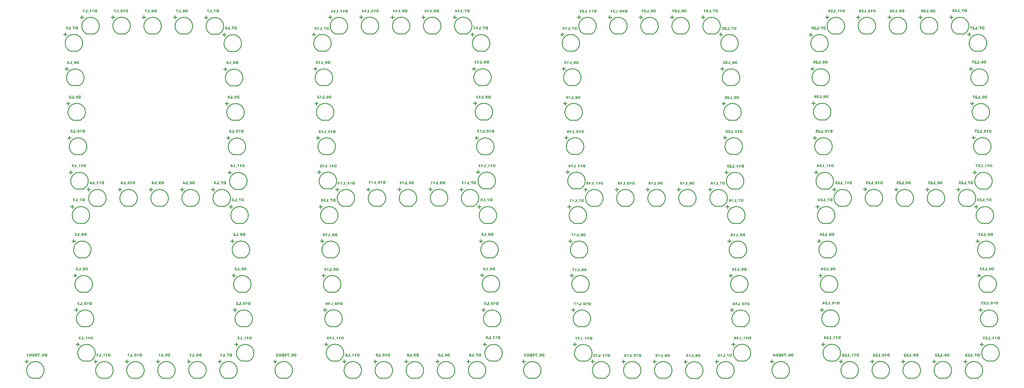
<source format=gbo>
%FSLAX24Y24*%
%MOIN*%
G70*
G01*
G75*
G04 Layer_Color=32896*
%ADD10R,0.1299X0.0787*%
%ADD11R,0.0866X0.0925*%
%ADD12R,0.0610X0.0925*%
%ADD13R,0.0335X0.0335*%
%ADD14R,0.0394X0.0394*%
%ADD15O,0.0236X0.0866*%
%ADD16O,0.0236X0.0866*%
%ADD17R,0.0787X0.2362*%
%ADD18R,0.0354X0.0354*%
%ADD19R,0.0630X0.1181*%
%ADD20C,0.0394*%
%ADD21R,0.0335X0.0669*%
%ADD22R,0.0472X0.1378*%
%ADD23R,0.2185X0.2559*%
%ADD24R,0.0492X0.1201*%
%ADD25O,0.0689X0.0217*%
%ADD26O,0.0217X0.0689*%
%ADD27R,0.0630X0.0236*%
%ADD28R,0.0630X0.0236*%
%ADD29C,0.0150*%
%ADD30C,0.0250*%
%ADD31C,0.0500*%
%ADD32C,0.0100*%
%ADD33C,0.0300*%
%ADD34C,0.2500*%
%ADD35C,0.0472*%
%ADD36R,0.0591X0.0591*%
%ADD37C,0.0591*%
%ADD38C,0.0472*%
%ADD39C,0.0591*%
%ADD40R,0.0591X0.0591*%
%ADD41C,0.0630*%
%ADD42C,0.1161*%
%ADD43C,0.0500*%
%ADD44C,0.0098*%
%ADD45C,0.0236*%
%ADD46C,0.0079*%
G36*
X146975Y88600D02*
X146735D01*
Y88675D01*
X146881D01*
Y88904D01*
X146975D01*
Y88600D01*
D02*
G37*
G36*
X147800D02*
X147661D01*
X147651Y88601D01*
X147641Y88601D01*
X147632Y88602D01*
X147623Y88604D01*
X147616Y88606D01*
X147610Y88607D01*
X147608Y88608D01*
X147606D01*
X147605Y88608D01*
X147605D01*
X147596Y88611D01*
X147588Y88615D01*
X147581Y88618D01*
X147575Y88622D01*
X147570Y88626D01*
X147565Y88629D01*
X147563Y88632D01*
X147562Y88632D01*
X147555Y88639D01*
X147548Y88647D01*
X147543Y88654D01*
X147539Y88661D01*
X147536Y88668D01*
X147533Y88673D01*
X147531Y88676D01*
X147531Y88677D01*
X147527Y88688D01*
X147524Y88701D01*
X147523Y88713D01*
X147521Y88725D01*
X147520Y88736D01*
Y88740D01*
X147520Y88744D01*
Y88748D01*
Y88750D01*
Y88752D01*
Y88753D01*
X147520Y88764D01*
X147521Y88775D01*
X147522Y88785D01*
X147523Y88794D01*
X147525Y88801D01*
X147526Y88807D01*
X147527Y88811D01*
X147527Y88811D01*
Y88812D01*
X147531Y88822D01*
X147534Y88831D01*
X147539Y88839D01*
X147543Y88847D01*
X147546Y88852D01*
X147549Y88857D01*
X147551Y88859D01*
X147552Y88860D01*
X147558Y88868D01*
X147565Y88874D01*
X147572Y88880D01*
X147579Y88884D01*
X147585Y88888D01*
X147590Y88891D01*
X147593Y88892D01*
X147593Y88892D01*
X147594D01*
X147604Y88897D01*
X147615Y88900D01*
X147626Y88901D01*
X147637Y88903D01*
X147646Y88904D01*
X147650D01*
X147654Y88904D01*
X147800D01*
Y88600D01*
D02*
G37*
G36*
X147360Y61399D02*
X147370Y61398D01*
X147380Y61396D01*
X147390Y61394D01*
X147398Y61391D01*
X147406Y61387D01*
X147413Y61384D01*
X147420Y61380D01*
X147425Y61377D01*
X147431Y61373D01*
X147435Y61370D01*
X147438Y61367D01*
X147441Y61364D01*
X147443Y61363D01*
X147444Y61361D01*
X147445Y61361D01*
X147451Y61353D01*
X147456Y61345D01*
X147460Y61336D01*
X147465Y61326D01*
X147468Y61316D01*
X147471Y61306D01*
X147475Y61287D01*
X147476Y61277D01*
X147477Y61268D01*
X147478Y61261D01*
X147479Y61254D01*
X147479Y61248D01*
Y61244D01*
Y61242D01*
Y61240D01*
X147479Y61220D01*
X147477Y61211D01*
X147477Y61202D01*
X147475Y61194D01*
X147474Y61187D01*
X147473Y61180D01*
X147471Y61174D01*
X147469Y61168D01*
X147468Y61163D01*
X147466Y61159D01*
X147465Y61156D01*
X147465Y61153D01*
X147463Y61151D01*
X147463Y61150D01*
Y61150D01*
X147456Y61138D01*
X147449Y61127D01*
X147442Y61119D01*
X147435Y61112D01*
X147428Y61107D01*
X147424Y61103D01*
X147420Y61101D01*
X147420Y61100D01*
X147419D01*
X147408Y61095D01*
X147396Y61091D01*
X147384Y61088D01*
X147372Y61086D01*
X147362Y61085D01*
X147357D01*
X147353Y61085D01*
X147346D01*
X147332Y61085D01*
X147320Y61086D01*
X147309Y61089D01*
X147300Y61091D01*
X147293Y61093D01*
X147287Y61095D01*
X147284Y61096D01*
X147283Y61097D01*
X147274Y61102D01*
X147266Y61108D01*
X147259Y61115D01*
X147253Y61120D01*
X147249Y61126D01*
X147246Y61130D01*
X147244Y61133D01*
X147243Y61134D01*
X147239Y61144D01*
X147235Y61154D01*
X147232Y61163D01*
X147231Y61172D01*
X147229Y61179D01*
X147229Y61185D01*
Y61187D01*
Y61189D01*
Y61189D01*
Y61190D01*
X147229Y61198D01*
X147230Y61206D01*
X147233Y61220D01*
X147238Y61233D01*
X147243Y61244D01*
X147248Y61252D01*
X147251Y61256D01*
X147253Y61258D01*
X147255Y61261D01*
X147256Y61263D01*
X147257Y61263D01*
X147257Y61264D01*
X147263Y61269D01*
X147269Y61274D01*
X147274Y61277D01*
X147280Y61281D01*
X147291Y61286D01*
X147302Y61289D01*
X147312Y61291D01*
X147316Y61292D01*
X147319D01*
X147322Y61293D01*
X147326D01*
X147334Y61292D01*
X147341Y61292D01*
X147347Y61291D01*
X147352Y61289D01*
X147357Y61288D01*
X147360Y61287D01*
X147363Y61286D01*
X147363Y61285D01*
X147369Y61282D01*
X147374Y61278D01*
X147380Y61275D01*
X147384Y61271D01*
X147389Y61268D01*
X147391Y61265D01*
X147393Y61263D01*
X147394Y61263D01*
X147393Y61271D01*
X147392Y61280D01*
X147391Y61287D01*
X147390Y61294D01*
X147390Y61299D01*
X147389Y61304D01*
X147387Y61309D01*
X147387Y61313D01*
X147385Y61319D01*
X147383Y61323D01*
X147383Y61326D01*
X147382Y61326D01*
X147377Y61333D01*
X147372Y61339D01*
X147367Y61342D01*
X147362Y61345D01*
X147357Y61346D01*
X147353Y61347D01*
X147351Y61347D01*
X147350D01*
X147346Y61347D01*
X147342Y61346D01*
X147336Y61344D01*
X147334Y61342D01*
X147332Y61341D01*
X147332Y61340D01*
X147331Y61340D01*
X147328Y61337D01*
X147326Y61333D01*
X147322Y61325D01*
X147321Y61321D01*
X147320Y61318D01*
X147319Y61316D01*
Y61315D01*
X147235Y61325D01*
X147238Y61334D01*
X147242Y61342D01*
X147245Y61349D01*
X147249Y61355D01*
X147252Y61360D01*
X147255Y61363D01*
X147256Y61366D01*
X147257Y61366D01*
X147262Y61372D01*
X147268Y61377D01*
X147274Y61381D01*
X147279Y61385D01*
X147284Y61387D01*
X147288Y61389D01*
X147290Y61390D01*
X147291Y61391D01*
X147300Y61394D01*
X147309Y61396D01*
X147319Y61397D01*
X147328Y61398D01*
X147336Y61399D01*
X147343Y61399D01*
X147349D01*
X147360Y61399D01*
D02*
G37*
G36*
X146308Y88909D02*
X146319Y88908D01*
X146329Y88906D01*
X146338Y88904D01*
X146347Y88901D01*
X146354Y88898D01*
X146361Y88895D01*
X146368Y88892D01*
X146373Y88888D01*
X146378Y88885D01*
X146382Y88883D01*
X146385Y88880D01*
X146388Y88878D01*
X146390Y88876D01*
X146391Y88875D01*
X146391Y88874D01*
X146397Y88867D01*
X146401Y88859D01*
X146406Y88850D01*
X146409Y88841D01*
X146415Y88821D01*
X146418Y88801D01*
X146420Y88791D01*
X146421Y88783D01*
X146421Y88774D01*
X146422Y88767D01*
X146422Y88761D01*
Y88757D01*
Y88754D01*
Y88753D01*
Y88740D01*
X146421Y88728D01*
X146421Y88717D01*
X146419Y88708D01*
X146418Y88699D01*
X146418Y88694D01*
X146417Y88691D01*
X146416Y88690D01*
Y88689D01*
Y88688D01*
X146414Y88678D01*
X146411Y88669D01*
X146408Y88661D01*
X146406Y88655D01*
X146404Y88650D01*
X146401Y88646D01*
X146400Y88643D01*
X146400Y88643D01*
X146394Y88635D01*
X146387Y88627D01*
X146381Y88620D01*
X146374Y88616D01*
X146369Y88612D01*
X146365Y88609D01*
X146362Y88607D01*
X146361Y88606D01*
X146352Y88602D01*
X146341Y88599D01*
X146330Y88598D01*
X146321Y88596D01*
X146312Y88595D01*
X146308D01*
X146305Y88595D01*
X146299D01*
X146287Y88595D01*
X146275Y88596D01*
X146264Y88598D01*
X146255Y88601D01*
X146246Y88604D01*
X146238Y88607D01*
X146231Y88610D01*
X146225Y88614D01*
X146219Y88618D01*
X146215Y88620D01*
X146211Y88624D01*
X146208Y88627D01*
X146205Y88629D01*
X146204Y88631D01*
X146203Y88632D01*
X146202Y88633D01*
X146198Y88640D01*
X146193Y88649D01*
X146189Y88659D01*
X146186Y88668D01*
X146181Y88688D01*
X146178Y88708D01*
X146177Y88717D01*
X146175Y88726D01*
X146175Y88733D01*
Y88740D01*
X146174Y88746D01*
Y88750D01*
Y88753D01*
Y88754D01*
X146175Y88768D01*
X146175Y88781D01*
X146177Y88793D01*
X146178Y88804D01*
X146180Y88812D01*
X146181Y88816D01*
X146182Y88819D01*
X146182Y88822D01*
Y88823D01*
X146183Y88825D01*
Y88825D01*
X146185Y88832D01*
X146187Y88838D01*
X146188Y88843D01*
X146191Y88847D01*
X146192Y88851D01*
X146194Y88854D01*
X146194Y88856D01*
X146195Y88856D01*
X146201Y88866D01*
X146204Y88870D01*
X146207Y88874D01*
X146210Y88877D01*
X146212Y88880D01*
X146213Y88881D01*
X146214Y88882D01*
X146219Y88887D01*
X146224Y88890D01*
X146235Y88897D01*
X146239Y88899D01*
X146243Y88901D01*
X146245Y88901D01*
X146246Y88902D01*
X146254Y88904D01*
X146263Y88907D01*
X146271Y88908D01*
X146279Y88908D01*
X146286Y88909D01*
X146291Y88909D01*
X146297D01*
X146308Y88909D01*
D02*
G37*
G36*
X136806Y98799D02*
X136813Y98790D01*
X136819Y98781D01*
X136825Y98774D01*
X136830Y98768D01*
X136835Y98764D01*
X136838Y98761D01*
X136839Y98760D01*
X136849Y98753D01*
X136859Y98747D01*
X136870Y98742D01*
X136881Y98737D01*
X136891Y98733D01*
X136895Y98731D01*
X136898Y98730D01*
X136901Y98729D01*
X136904Y98728D01*
X136905Y98728D01*
X136905D01*
Y98659D01*
X136895Y98662D01*
X136885Y98665D01*
X136877Y98668D01*
X136870Y98671D01*
X136864Y98673D01*
X136860Y98675D01*
X136857Y98676D01*
X136857Y98677D01*
X136842Y98685D01*
X136836Y98689D01*
X136829Y98693D01*
X136824Y98697D01*
X136820Y98700D01*
X136818Y98702D01*
X136816Y98702D01*
Y98500D01*
X136731D01*
Y98809D01*
X136801D01*
X136806Y98799D01*
D02*
G37*
G36*
X137098Y98809D02*
X137112Y98808D01*
X137123Y98806D01*
X137133Y98804D01*
X137141Y98802D01*
X137146Y98800D01*
X137149Y98799D01*
X137150Y98798D01*
X137159Y98794D01*
X137166Y98789D01*
X137173Y98784D01*
X137178Y98779D01*
X137183Y98774D01*
X137186Y98771D01*
X137187Y98769D01*
X137188Y98767D01*
X137193Y98759D01*
X137196Y98750D01*
X137199Y98741D01*
X137201Y98732D01*
X137203Y98724D01*
X137204Y98718D01*
X137205Y98715D01*
X137205Y98714D01*
Y98712D01*
Y98712D01*
X137121Y98705D01*
X137119Y98714D01*
X137117Y98722D01*
X137115Y98728D01*
X137112Y98733D01*
X137111Y98736D01*
X137109Y98739D01*
X137108Y98740D01*
X137107Y98741D01*
X137103Y98745D01*
X137099Y98747D01*
X137094Y98749D01*
X137090Y98750D01*
X137087Y98751D01*
X137084Y98752D01*
X137081D01*
X137075Y98751D01*
X137070Y98750D01*
X137066Y98749D01*
X137062Y98747D01*
X137059Y98745D01*
X137057Y98743D01*
X137056Y98742D01*
X137055Y98742D01*
X137052Y98738D01*
X137049Y98733D01*
X137047Y98730D01*
X137046Y98726D01*
X137045Y98723D01*
X137045Y98720D01*
Y98718D01*
Y98718D01*
X137045Y98713D01*
X137046Y98708D01*
X137048Y98703D01*
X137050Y98699D01*
X137052Y98695D01*
X137053Y98692D01*
X137055Y98691D01*
X137055Y98690D01*
X137057Y98687D01*
X137060Y98684D01*
X137067Y98678D01*
X137075Y98671D01*
X137083Y98664D01*
X137091Y98658D01*
X137097Y98653D01*
X137100Y98652D01*
X137101Y98650D01*
X137103Y98649D01*
X137103Y98649D01*
X137114Y98640D01*
X137124Y98632D01*
X137133Y98625D01*
X137141Y98618D01*
X137149Y98611D01*
X137156Y98604D01*
X137162Y98598D01*
X137167Y98592D01*
X137172Y98588D01*
X137176Y98583D01*
X137179Y98580D01*
X137181Y98576D01*
X137183Y98574D01*
X137184Y98572D01*
X137186Y98571D01*
Y98570D01*
X137193Y98558D01*
X137199Y98546D01*
X137204Y98533D01*
X137207Y98523D01*
X137210Y98513D01*
X137210Y98510D01*
X137211Y98506D01*
X137211Y98504D01*
X137212Y98502D01*
Y98501D01*
Y98500D01*
X136958D01*
Y98569D01*
X137091D01*
X137083Y98577D01*
X137076Y98582D01*
X137074Y98584D01*
X137072Y98586D01*
X137071Y98587D01*
X137070Y98587D01*
X137066Y98590D01*
X137062Y98594D01*
X137050Y98602D01*
X137045Y98606D01*
X137040Y98609D01*
X137038Y98611D01*
X137036Y98612D01*
X137029Y98618D01*
X137021Y98623D01*
X137015Y98628D01*
X137009Y98633D01*
X136998Y98643D01*
X136990Y98651D01*
X136984Y98658D01*
X136980Y98663D01*
X136977Y98666D01*
X136977Y98667D01*
X136971Y98677D01*
X136967Y98687D01*
X136964Y98695D01*
X136962Y98704D01*
X136961Y98711D01*
X136960Y98716D01*
Y98719D01*
Y98720D01*
Y98721D01*
X136961Y98730D01*
X136963Y98739D01*
X136965Y98747D01*
X136967Y98754D01*
X136970Y98760D01*
X136973Y98764D01*
X136974Y98767D01*
X136975Y98768D01*
X136981Y98776D01*
X136987Y98782D01*
X136994Y98787D01*
X137000Y98791D01*
X137005Y98795D01*
X137010Y98797D01*
X137013Y98798D01*
X137014Y98799D01*
X137014D01*
X137024Y98802D01*
X137035Y98805D01*
X137047Y98807D01*
X137058Y98808D01*
X137068Y98809D01*
X137072D01*
X137076Y98809D01*
X137083D01*
X137098Y98809D01*
D02*
G37*
G36*
X147221Y88547D02*
X147004D01*
Y88568D01*
X147221D01*
Y88547D01*
D02*
G37*
G36*
X129121D02*
X128904D01*
Y88568D01*
X129121D01*
Y88547D01*
D02*
G37*
G36*
X128875Y88600D02*
X128635D01*
Y88675D01*
X128781D01*
Y88904D01*
X128875D01*
Y88600D01*
D02*
G37*
G36*
X129700D02*
X129561D01*
X129551Y88601D01*
X129541Y88601D01*
X129532Y88602D01*
X129523Y88604D01*
X129516Y88606D01*
X129510Y88607D01*
X129508Y88608D01*
X129506D01*
X129505Y88608D01*
X129505D01*
X129496Y88611D01*
X129488Y88615D01*
X129481Y88618D01*
X129475Y88622D01*
X129470Y88626D01*
X129465Y88629D01*
X129463Y88632D01*
X129462Y88632D01*
X129455Y88639D01*
X129448Y88647D01*
X129443Y88654D01*
X129439Y88661D01*
X129436Y88668D01*
X129433Y88673D01*
X129431Y88676D01*
X129431Y88677D01*
X129427Y88688D01*
X129424Y88701D01*
X129423Y88713D01*
X129421Y88725D01*
X129420Y88736D01*
Y88740D01*
X129420Y88744D01*
Y88748D01*
Y88750D01*
Y88752D01*
Y88753D01*
X129420Y88764D01*
X129421Y88775D01*
X129422Y88785D01*
X129423Y88794D01*
X129425Y88801D01*
X129426Y88807D01*
X129427Y88811D01*
X129427Y88811D01*
Y88812D01*
X129431Y88822D01*
X129434Y88831D01*
X129439Y88839D01*
X129443Y88847D01*
X129446Y88852D01*
X129449Y88857D01*
X129451Y88859D01*
X129452Y88860D01*
X129458Y88868D01*
X129465Y88874D01*
X129472Y88880D01*
X129479Y88884D01*
X129485Y88888D01*
X129490Y88891D01*
X129493Y88892D01*
X129494Y88892D01*
X129494D01*
X129504Y88897D01*
X129515Y88900D01*
X129526Y88901D01*
X129537Y88903D01*
X129546Y88904D01*
X129550D01*
X129554Y88904D01*
X129700D01*
Y88600D01*
D02*
G37*
G36*
X146598Y88909D02*
X146612Y88908D01*
X146623Y88906D01*
X146633Y88904D01*
X146641Y88902D01*
X146646Y88900D01*
X146649Y88899D01*
X146650Y88898D01*
X146659Y88894D01*
X146666Y88889D01*
X146673Y88884D01*
X146678Y88879D01*
X146683Y88874D01*
X146686Y88871D01*
X146687Y88869D01*
X146688Y88867D01*
X146693Y88859D01*
X146696Y88850D01*
X146699Y88841D01*
X146701Y88832D01*
X146703Y88824D01*
X146704Y88818D01*
X146705Y88815D01*
X146705Y88814D01*
Y88812D01*
Y88812D01*
X146621Y88805D01*
X146619Y88814D01*
X146617Y88822D01*
X146615Y88828D01*
X146612Y88833D01*
X146611Y88836D01*
X146609Y88839D01*
X146608Y88840D01*
X146607Y88841D01*
X146603Y88845D01*
X146599Y88847D01*
X146594Y88849D01*
X146590Y88850D01*
X146587Y88851D01*
X146584Y88852D01*
X146581D01*
X146575Y88851D01*
X146570Y88850D01*
X146566Y88849D01*
X146562Y88847D01*
X146559Y88845D01*
X146557Y88843D01*
X146556Y88842D01*
X146555Y88842D01*
X146552Y88838D01*
X146549Y88833D01*
X146547Y88830D01*
X146546Y88826D01*
X146545Y88823D01*
X146545Y88820D01*
Y88818D01*
Y88818D01*
X146545Y88813D01*
X146546Y88808D01*
X146548Y88803D01*
X146550Y88799D01*
X146552Y88795D01*
X146553Y88792D01*
X146555Y88791D01*
X146555Y88790D01*
X146557Y88787D01*
X146560Y88784D01*
X146567Y88778D01*
X146575Y88771D01*
X146583Y88764D01*
X146591Y88758D01*
X146597Y88753D01*
X146600Y88752D01*
X146601Y88750D01*
X146603Y88749D01*
X146603Y88749D01*
X146614Y88740D01*
X146624Y88732D01*
X146633Y88725D01*
X146641Y88718D01*
X146649Y88711D01*
X146656Y88704D01*
X146662Y88698D01*
X146667Y88692D01*
X146672Y88688D01*
X146676Y88683D01*
X146679Y88680D01*
X146681Y88676D01*
X146683Y88674D01*
X146684Y88672D01*
X146686Y88671D01*
Y88670D01*
X146693Y88658D01*
X146699Y88646D01*
X146704Y88633D01*
X146707Y88623D01*
X146710Y88613D01*
X146710Y88610D01*
X146711Y88606D01*
X146711Y88604D01*
X146712Y88602D01*
Y88601D01*
Y88600D01*
X146458D01*
Y88669D01*
X146591D01*
X146583Y88677D01*
X146576Y88682D01*
X146574Y88684D01*
X146572Y88686D01*
X146571Y88687D01*
X146570Y88687D01*
X146566Y88690D01*
X146562Y88694D01*
X146550Y88702D01*
X146545Y88706D01*
X146540Y88709D01*
X146538Y88711D01*
X146536Y88712D01*
X146529Y88718D01*
X146521Y88723D01*
X146515Y88728D01*
X146509Y88733D01*
X146498Y88743D01*
X146490Y88751D01*
X146484Y88758D01*
X146480Y88763D01*
X146477Y88766D01*
X146477Y88767D01*
X146471Y88777D01*
X146467Y88787D01*
X146464Y88795D01*
X146462Y88804D01*
X146461Y88811D01*
X146460Y88816D01*
Y88819D01*
Y88820D01*
Y88821D01*
X146461Y88830D01*
X146463Y88839D01*
X146465Y88847D01*
X146467Y88854D01*
X146470Y88860D01*
X146473Y88864D01*
X146474Y88867D01*
X146475Y88868D01*
X146481Y88876D01*
X146487Y88882D01*
X146494Y88887D01*
X146500Y88891D01*
X146505Y88895D01*
X146510Y88897D01*
X146513Y88898D01*
X146514Y88899D01*
X146514D01*
X146524Y88902D01*
X146535Y88905D01*
X146547Y88907D01*
X146558Y88908D01*
X146568Y88909D01*
X146572D01*
X146576Y88909D01*
X146583D01*
X146598Y88909D01*
D02*
G37*
G36*
X148708Y61389D02*
X148715Y61380D01*
X148721Y61371D01*
X148727Y61364D01*
X148732Y61358D01*
X148736Y61354D01*
X148739Y61351D01*
X148740Y61350D01*
X148750Y61343D01*
X148761Y61337D01*
X148772Y61332D01*
X148783Y61327D01*
X148793Y61323D01*
X148797Y61321D01*
X148800Y61320D01*
X148803Y61319D01*
X148805Y61318D01*
X148807Y61318D01*
X148807D01*
Y61249D01*
X148797Y61252D01*
X148787Y61255D01*
X148779Y61258D01*
X148772Y61261D01*
X148766Y61263D01*
X148762Y61265D01*
X148759Y61266D01*
X148759Y61267D01*
X148744Y61275D01*
X148738Y61279D01*
X148731Y61283D01*
X148726Y61287D01*
X148722Y61290D01*
X148719Y61292D01*
X148718Y61292D01*
Y61090D01*
X148633D01*
Y61399D01*
X148703D01*
X148708Y61389D01*
D02*
G37*
G36*
X147384Y88909D02*
X147396Y88908D01*
X147407Y88905D01*
X147416Y88903D01*
X147424Y88901D01*
X147429Y88898D01*
X147433Y88897D01*
X147433Y88897D01*
X147434D01*
X147443Y88891D01*
X147451Y88885D01*
X147457Y88879D01*
X147463Y88873D01*
X147467Y88867D01*
X147471Y88863D01*
X147472Y88860D01*
X147473Y88859D01*
Y88859D01*
X147478Y88849D01*
X147481Y88840D01*
X147484Y88830D01*
X147485Y88822D01*
X147486Y88815D01*
X147487Y88809D01*
Y88806D01*
Y88805D01*
Y88804D01*
Y88804D01*
X147486Y88795D01*
X147486Y88788D01*
X147482Y88773D01*
X147478Y88761D01*
X147473Y88750D01*
X147468Y88742D01*
X147465Y88738D01*
X147463Y88735D01*
X147461Y88733D01*
X147460Y88731D01*
X147460Y88730D01*
X147459Y88730D01*
X147454Y88725D01*
X147448Y88721D01*
X147442Y88716D01*
X147436Y88713D01*
X147425Y88708D01*
X147414Y88705D01*
X147405Y88703D01*
X147400Y88702D01*
X147397Y88702D01*
X147395Y88701D01*
X147390D01*
X147383Y88702D01*
X147376Y88702D01*
X147369Y88704D01*
X147364Y88705D01*
X147360Y88706D01*
X147357Y88707D01*
X147354Y88708D01*
X147354D01*
X147348Y88711D01*
X147342Y88715D01*
X147337Y88719D01*
X147331Y88722D01*
X147328Y88726D01*
X147324Y88729D01*
X147323Y88730D01*
X147322Y88731D01*
X147323Y88722D01*
X147324Y88714D01*
X147325Y88707D01*
X147326Y88700D01*
X147327Y88694D01*
X147328Y88689D01*
X147329Y88684D01*
X147330Y88681D01*
X147332Y88674D01*
X147334Y88670D01*
X147334Y88667D01*
X147335Y88667D01*
X147340Y88660D01*
X147344Y88655D01*
X147350Y88651D01*
X147355Y88649D01*
X147360Y88648D01*
X147363Y88647D01*
X147365Y88647D01*
X147367D01*
X147371Y88647D01*
X147374Y88648D01*
X147381Y88650D01*
X147383Y88651D01*
X147384Y88653D01*
X147385Y88654D01*
X147386D01*
X147388Y88657D01*
X147390Y88661D01*
X147394Y88669D01*
X147395Y88673D01*
X147396Y88676D01*
X147396Y88678D01*
Y88679D01*
X147481Y88668D01*
X147478Y88659D01*
X147474Y88651D01*
X147471Y88644D01*
X147467Y88639D01*
X147464Y88634D01*
X147462Y88630D01*
X147460Y88628D01*
X147460Y88627D01*
X147454Y88622D01*
X147448Y88617D01*
X147443Y88612D01*
X147437Y88609D01*
X147432Y88606D01*
X147429Y88605D01*
X147426Y88604D01*
X147425Y88603D01*
X147416Y88600D01*
X147407Y88598D01*
X147398Y88596D01*
X147388Y88596D01*
X147380Y88595D01*
X147374Y88595D01*
X147368D01*
X147357Y88595D01*
X147346Y88596D01*
X147336Y88598D01*
X147327Y88601D01*
X147318Y88604D01*
X147310Y88607D01*
X147303Y88610D01*
X147297Y88614D01*
X147291Y88618D01*
X147286Y88620D01*
X147282Y88624D01*
X147278Y88627D01*
X147275Y88629D01*
X147274Y88631D01*
X147272Y88632D01*
X147272Y88633D01*
X147265Y88640D01*
X147260Y88649D01*
X147255Y88658D01*
X147251Y88668D01*
X147248Y88678D01*
X147245Y88688D01*
X147241Y88707D01*
X147240Y88716D01*
X147238Y88725D01*
X147238Y88733D01*
X147237Y88740D01*
X147237Y88746D01*
Y88750D01*
Y88752D01*
Y88753D01*
X147237Y88773D01*
X147238Y88783D01*
X147239Y88791D01*
X147241Y88799D01*
X147242Y88806D01*
X147244Y88814D01*
X147245Y88819D01*
X147247Y88825D01*
X147248Y88830D01*
X147250Y88834D01*
X147251Y88837D01*
X147252Y88840D01*
X147253Y88842D01*
X147254Y88843D01*
Y88843D01*
X147260Y88856D01*
X147267Y88866D01*
X147275Y88874D01*
X147282Y88881D01*
X147288Y88887D01*
X147293Y88891D01*
X147296Y88893D01*
X147297Y88894D01*
X147297D01*
X147309Y88899D01*
X147320Y88903D01*
X147333Y88905D01*
X147344Y88908D01*
X147355Y88909D01*
X147359D01*
X147363Y88909D01*
X147371D01*
X147384Y88909D01*
D02*
G37*
G36*
X148425Y61389D02*
X148432Y61380D01*
X148437Y61371D01*
X148444Y61364D01*
X148449Y61358D01*
X148453Y61354D01*
X148456Y61351D01*
X148457Y61350D01*
X148467Y61343D01*
X148478Y61337D01*
X148489Y61332D01*
X148499Y61327D01*
X148509Y61323D01*
X148513Y61321D01*
X148517Y61320D01*
X148520Y61319D01*
X148522Y61318D01*
X148523Y61318D01*
X148524D01*
Y61249D01*
X148513Y61252D01*
X148504Y61255D01*
X148496Y61258D01*
X148489Y61261D01*
X148483Y61263D01*
X148479Y61265D01*
X148476Y61266D01*
X148475Y61267D01*
X148461Y61275D01*
X148454Y61279D01*
X148448Y61283D01*
X148443Y61287D01*
X148439Y61290D01*
X148436Y61292D01*
X148435Y61292D01*
Y61090D01*
X148350D01*
Y61399D01*
X148420D01*
X148425Y61389D01*
D02*
G37*
G36*
X167834Y59459D02*
X167846Y59458D01*
X167857Y59455D01*
X167866Y59453D01*
X167874Y59451D01*
X167879Y59448D01*
X167883Y59447D01*
X167883Y59447D01*
X167884D01*
X167893Y59441D01*
X167901Y59435D01*
X167907Y59429D01*
X167913Y59423D01*
X167917Y59417D01*
X167921Y59413D01*
X167922Y59410D01*
X167923Y59409D01*
Y59409D01*
X167928Y59399D01*
X167931Y59390D01*
X167934Y59380D01*
X167935Y59372D01*
X167936Y59365D01*
X167937Y59359D01*
Y59356D01*
Y59355D01*
Y59354D01*
Y59354D01*
X167936Y59345D01*
X167936Y59338D01*
X167932Y59323D01*
X167928Y59311D01*
X167923Y59300D01*
X167918Y59292D01*
X167915Y59288D01*
X167913Y59285D01*
X167911Y59283D01*
X167910Y59281D01*
X167910Y59280D01*
X167909Y59280D01*
X167904Y59275D01*
X167898Y59271D01*
X167892Y59266D01*
X167886Y59263D01*
X167875Y59258D01*
X167864Y59255D01*
X167855Y59253D01*
X167850Y59252D01*
X167847Y59252D01*
X167845Y59251D01*
X167840D01*
X167833Y59252D01*
X167826Y59252D01*
X167819Y59254D01*
X167814Y59255D01*
X167809Y59256D01*
X167807Y59257D01*
X167804Y59258D01*
X167804D01*
X167798Y59261D01*
X167792Y59265D01*
X167787Y59269D01*
X167781Y59272D01*
X167778Y59276D01*
X167774Y59279D01*
X167773Y59280D01*
X167772Y59281D01*
X167773Y59272D01*
X167774Y59264D01*
X167775Y59257D01*
X167776Y59250D01*
X167777Y59244D01*
X167778Y59239D01*
X167779Y59234D01*
X167780Y59231D01*
X167782Y59224D01*
X167784Y59220D01*
X167784Y59217D01*
X167785Y59217D01*
X167790Y59210D01*
X167794Y59205D01*
X167800Y59201D01*
X167805Y59199D01*
X167809Y59198D01*
X167813Y59197D01*
X167815Y59197D01*
X167817D01*
X167821Y59197D01*
X167824Y59198D01*
X167831Y59200D01*
X167833Y59201D01*
X167834Y59203D01*
X167835Y59204D01*
X167836D01*
X167838Y59207D01*
X167840Y59211D01*
X167844Y59219D01*
X167845Y59223D01*
X167846Y59226D01*
X167846Y59228D01*
Y59229D01*
X167931Y59218D01*
X167928Y59209D01*
X167924Y59201D01*
X167921Y59194D01*
X167917Y59189D01*
X167914Y59184D01*
X167912Y59180D01*
X167910Y59178D01*
X167910Y59177D01*
X167904Y59172D01*
X167898Y59167D01*
X167893Y59162D01*
X167887Y59159D01*
X167882Y59156D01*
X167879Y59155D01*
X167876Y59154D01*
X167875Y59153D01*
X167866Y59150D01*
X167857Y59148D01*
X167848Y59146D01*
X167838Y59146D01*
X167830Y59145D01*
X167824Y59145D01*
X167818D01*
X167807Y59145D01*
X167796Y59146D01*
X167786Y59148D01*
X167777Y59151D01*
X167768Y59154D01*
X167760Y59157D01*
X167753Y59160D01*
X167747Y59164D01*
X167741Y59168D01*
X167736Y59170D01*
X167732Y59174D01*
X167728Y59177D01*
X167725Y59179D01*
X167724Y59181D01*
X167722Y59182D01*
X167722Y59183D01*
X167715Y59190D01*
X167710Y59199D01*
X167705Y59208D01*
X167701Y59218D01*
X167698Y59228D01*
X167695Y59238D01*
X167691Y59257D01*
X167690Y59266D01*
X167688Y59275D01*
X167688Y59283D01*
X167687Y59290D01*
X167687Y59296D01*
Y59300D01*
Y59302D01*
Y59303D01*
X167687Y59323D01*
X167688Y59333D01*
X167689Y59341D01*
X167691Y59349D01*
X167692Y59356D01*
X167694Y59364D01*
X167695Y59369D01*
X167697Y59375D01*
X167698Y59380D01*
X167700Y59384D01*
X167701Y59387D01*
X167702Y59390D01*
X167703Y59392D01*
X167704Y59393D01*
Y59393D01*
X167710Y59406D01*
X167717Y59416D01*
X167725Y59424D01*
X167732Y59431D01*
X167738Y59437D01*
X167743Y59441D01*
X167746Y59443D01*
X167747Y59444D01*
X167747D01*
X167759Y59449D01*
X167770Y59453D01*
X167783Y59455D01*
X167794Y59458D01*
X167805Y59459D01*
X167809D01*
X167813Y59459D01*
X167821D01*
X167834Y59459D01*
D02*
G37*
G36*
X133080Y59110D02*
X132941D01*
X132931Y59111D01*
X132921Y59111D01*
X132912Y59112D01*
X132903Y59114D01*
X132896Y59116D01*
X132890Y59117D01*
X132888Y59118D01*
X132886D01*
X132885Y59118D01*
X132885D01*
X132876Y59121D01*
X132868Y59125D01*
X132861Y59128D01*
X132855Y59132D01*
X132850Y59136D01*
X132845Y59139D01*
X132843Y59142D01*
X132842Y59142D01*
X132835Y59149D01*
X132828Y59157D01*
X132823Y59164D01*
X132819Y59171D01*
X132816Y59178D01*
X132813Y59183D01*
X132811Y59186D01*
X132811Y59187D01*
X132807Y59198D01*
X132804Y59211D01*
X132803Y59223D01*
X132801Y59235D01*
X132800Y59246D01*
Y59250D01*
X132800Y59254D01*
Y59258D01*
Y59260D01*
Y59262D01*
Y59263D01*
X132800Y59274D01*
X132801Y59285D01*
X132802Y59295D01*
X132803Y59304D01*
X132805Y59311D01*
X132806Y59317D01*
X132807Y59321D01*
X132807Y59321D01*
Y59322D01*
X132811Y59332D01*
X132814Y59341D01*
X132819Y59349D01*
X132823Y59357D01*
X132826Y59362D01*
X132829Y59367D01*
X132831Y59369D01*
X132832Y59370D01*
X132838Y59378D01*
X132845Y59384D01*
X132852Y59390D01*
X132859Y59394D01*
X132865Y59398D01*
X132870Y59401D01*
X132873Y59402D01*
X132873Y59402D01*
X132874D01*
X132884Y59407D01*
X132895Y59410D01*
X132906Y59411D01*
X132917Y59413D01*
X132926Y59414D01*
X132930D01*
X132934Y59414D01*
X133080D01*
Y59110D01*
D02*
G37*
G36*
X166765Y59459D02*
X166779Y59458D01*
X166790Y59456D01*
X166800Y59454D01*
X166807Y59452D01*
X166813Y59450D01*
X166816Y59449D01*
X166817Y59448D01*
X166826Y59444D01*
X166833Y59439D01*
X166840Y59434D01*
X166845Y59429D01*
X166850Y59424D01*
X166852Y59421D01*
X166854Y59419D01*
X166855Y59417D01*
X166859Y59409D01*
X166863Y59400D01*
X166866Y59391D01*
X166868Y59382D01*
X166870Y59374D01*
X166871Y59368D01*
X166872Y59365D01*
X166872Y59364D01*
Y59362D01*
Y59362D01*
X166787Y59355D01*
X166786Y59364D01*
X166784Y59372D01*
X166782Y59378D01*
X166779Y59383D01*
X166778Y59386D01*
X166776Y59389D01*
X166775Y59390D01*
X166774Y59391D01*
X166770Y59395D01*
X166766Y59397D01*
X166761Y59399D01*
X166757Y59400D01*
X166754Y59401D01*
X166751Y59402D01*
X166748D01*
X166742Y59401D01*
X166737Y59400D01*
X166733Y59399D01*
X166729Y59397D01*
X166726Y59395D01*
X166724Y59393D01*
X166723Y59392D01*
X166722Y59392D01*
X166718Y59388D01*
X166716Y59383D01*
X166714Y59380D01*
X166713Y59376D01*
X166712Y59373D01*
X166711Y59370D01*
Y59368D01*
Y59368D01*
X166712Y59363D01*
X166713Y59358D01*
X166715Y59353D01*
X166717Y59349D01*
X166718Y59345D01*
X166720Y59342D01*
X166721Y59341D01*
X166722Y59340D01*
X166724Y59337D01*
X166727Y59334D01*
X166734Y59328D01*
X166742Y59321D01*
X166750Y59314D01*
X166758Y59308D01*
X166764Y59303D01*
X166766Y59302D01*
X166768Y59300D01*
X166769Y59299D01*
X166770Y59299D01*
X166781Y59290D01*
X166791Y59282D01*
X166800Y59275D01*
X166808Y59268D01*
X166816Y59261D01*
X166823Y59254D01*
X166828Y59248D01*
X166834Y59242D01*
X166838Y59238D01*
X166842Y59233D01*
X166845Y59230D01*
X166848Y59226D01*
X166850Y59224D01*
X166851Y59222D01*
X166852Y59221D01*
Y59220D01*
X166860Y59208D01*
X166866Y59196D01*
X166871Y59183D01*
X166874Y59173D01*
X166876Y59163D01*
X166877Y59160D01*
X166878Y59156D01*
X166878Y59154D01*
X166879Y59152D01*
Y59151D01*
Y59150D01*
X166625D01*
Y59219D01*
X166758D01*
X166749Y59227D01*
X166743Y59232D01*
X166741Y59234D01*
X166739Y59236D01*
X166738Y59237D01*
X166737Y59237D01*
X166733Y59240D01*
X166728Y59244D01*
X166717Y59252D01*
X166711Y59256D01*
X166707Y59259D01*
X166704Y59261D01*
X166703Y59262D01*
X166696Y59268D01*
X166688Y59273D01*
X166682Y59278D01*
X166676Y59283D01*
X166665Y59293D01*
X166657Y59301D01*
X166651Y59308D01*
X166647Y59313D01*
X166644Y59316D01*
X166644Y59317D01*
X166638Y59327D01*
X166634Y59337D01*
X166631Y59345D01*
X166629Y59354D01*
X166628Y59361D01*
X166627Y59366D01*
Y59369D01*
Y59370D01*
Y59371D01*
X166628Y59380D01*
X166630Y59389D01*
X166632Y59397D01*
X166634Y59404D01*
X166637Y59410D01*
X166639Y59414D01*
X166641Y59417D01*
X166642Y59418D01*
X166648Y59426D01*
X166654Y59432D01*
X166661Y59437D01*
X166666Y59441D01*
X166672Y59445D01*
X166677Y59447D01*
X166680Y59448D01*
X166680Y59449D01*
X166681D01*
X166691Y59452D01*
X166702Y59455D01*
X166714Y59457D01*
X166725Y59458D01*
X166735Y59459D01*
X166739D01*
X166742Y59459D01*
X166750D01*
X166765Y59459D01*
D02*
G37*
G36*
X168250Y59150D02*
X168111D01*
X168101Y59151D01*
X168091Y59151D01*
X168082Y59152D01*
X168073Y59154D01*
X168066Y59156D01*
X168060Y59157D01*
X168058Y59158D01*
X168056D01*
X168055Y59158D01*
X168055D01*
X168046Y59161D01*
X168038Y59165D01*
X168031Y59168D01*
X168025Y59172D01*
X168020Y59176D01*
X168015Y59179D01*
X168013Y59182D01*
X168012Y59182D01*
X168005Y59189D01*
X167998Y59197D01*
X167993Y59204D01*
X167989Y59211D01*
X167986Y59218D01*
X167983Y59223D01*
X167981Y59226D01*
X167981Y59227D01*
X167977Y59238D01*
X167974Y59251D01*
X167973Y59263D01*
X167971Y59275D01*
X167970Y59286D01*
Y59290D01*
X167970Y59294D01*
Y59298D01*
Y59300D01*
Y59302D01*
Y59303D01*
X167970Y59314D01*
X167971Y59325D01*
X167972Y59335D01*
X167973Y59344D01*
X167975Y59351D01*
X167976Y59357D01*
X167977Y59361D01*
X167977Y59361D01*
Y59362D01*
X167981Y59372D01*
X167984Y59381D01*
X167989Y59389D01*
X167993Y59397D01*
X167996Y59402D01*
X167999Y59407D01*
X168001Y59409D01*
X168002Y59410D01*
X168008Y59418D01*
X168015Y59424D01*
X168022Y59430D01*
X168029Y59434D01*
X168035Y59438D01*
X168040Y59441D01*
X168043Y59442D01*
X168043Y59443D01*
X168044D01*
X168054Y59447D01*
X168065Y59450D01*
X168076Y59451D01*
X168087Y59453D01*
X168096Y59454D01*
X168100D01*
X168104Y59454D01*
X168250D01*
Y59150D01*
D02*
G37*
G36*
X175421Y69309D02*
X175436Y69307D01*
X175444Y69305D01*
X175450Y69303D01*
X175456Y69301D01*
X175461Y69300D01*
X175467Y69297D01*
X175471Y69295D01*
X175474Y69294D01*
X175477Y69292D01*
X175480Y69291D01*
X175481Y69290D01*
X175482Y69289D01*
X175483D01*
X175492Y69281D01*
X175500Y69271D01*
X175507Y69261D01*
X175512Y69252D01*
X175515Y69243D01*
X175518Y69237D01*
X175519Y69234D01*
X175519Y69232D01*
X175520Y69231D01*
Y69230D01*
X175440Y69216D01*
X175439Y69224D01*
X175438Y69230D01*
X175435Y69236D01*
X175433Y69240D01*
X175431Y69243D01*
X175430Y69246D01*
X175429Y69247D01*
X175428Y69247D01*
X175425Y69250D01*
X175421Y69253D01*
X175416Y69254D01*
X175412Y69256D01*
X175409Y69256D01*
X175406Y69257D01*
X175404D01*
X175399Y69256D01*
X175394Y69256D01*
X175391Y69254D01*
X175387Y69253D01*
X175385Y69251D01*
X175383Y69249D01*
X175382Y69249D01*
X175381Y69248D01*
X175378Y69245D01*
X175376Y69241D01*
X175375Y69238D01*
X175374Y69234D01*
X175373Y69230D01*
X175373Y69228D01*
Y69226D01*
Y69226D01*
X175373Y69221D01*
X175374Y69216D01*
X175376Y69212D01*
X175378Y69208D01*
X175380Y69205D01*
X175382Y69203D01*
X175383Y69202D01*
X175384Y69201D01*
X175388Y69198D01*
X175392Y69195D01*
X175397Y69193D01*
X175402Y69192D01*
X175405Y69191D01*
X175408Y69191D01*
X175415D01*
X175418Y69191D01*
X175422D01*
X175426Y69131D01*
X175421Y69133D01*
X175415Y69134D01*
X175411Y69135D01*
X175406Y69136D01*
X175404Y69136D01*
X175399D01*
X175393Y69136D01*
X175387Y69135D01*
X175382Y69133D01*
X175377Y69130D01*
X175374Y69128D01*
X175371Y69126D01*
X175370Y69125D01*
X175370Y69125D01*
X175366Y69120D01*
X175363Y69115D01*
X175361Y69109D01*
X175360Y69104D01*
X175359Y69099D01*
X175359Y69095D01*
Y69093D01*
Y69092D01*
X175359Y69084D01*
X175360Y69078D01*
X175362Y69072D01*
X175364Y69067D01*
X175367Y69064D01*
X175368Y69061D01*
X175370Y69059D01*
X175370Y69058D01*
X175374Y69054D01*
X175379Y69051D01*
X175384Y69049D01*
X175388Y69048D01*
X175392Y69047D01*
X175395Y69046D01*
X175398D01*
X175404Y69047D01*
X175409Y69048D01*
X175414Y69049D01*
X175418Y69051D01*
X175421Y69053D01*
X175423Y69054D01*
X175425Y69055D01*
X175425Y69056D01*
X175429Y69060D01*
X175432Y69066D01*
X175437Y69077D01*
X175438Y69082D01*
X175439Y69087D01*
X175440Y69090D01*
Y69091D01*
X175525Y69080D01*
X175521Y69070D01*
X175518Y69060D01*
X175514Y69053D01*
X175510Y69046D01*
X175507Y69040D01*
X175504Y69036D01*
X175502Y69034D01*
X175501Y69033D01*
X175495Y69026D01*
X175489Y69020D01*
X175482Y69015D01*
X175476Y69012D01*
X175470Y69008D01*
X175466Y69006D01*
X175463Y69005D01*
X175462Y69004D01*
X175452Y69001D01*
X175442Y68999D01*
X175431Y68997D01*
X175421Y68996D01*
X175411Y68995D01*
X175407D01*
X175404Y68995D01*
X175397D01*
X175381Y68995D01*
X175368Y68996D01*
X175356Y68999D01*
X175346Y69001D01*
X175339Y69004D01*
X175333Y69006D01*
X175329Y69007D01*
X175328Y69008D01*
X175319Y69013D01*
X175311Y69019D01*
X175304Y69025D01*
X175298Y69032D01*
X175294Y69037D01*
X175290Y69041D01*
X175288Y69044D01*
X175288Y69045D01*
X175283Y69054D01*
X175280Y69063D01*
X175277Y69072D01*
X175275Y69080D01*
X175274Y69087D01*
X175274Y69091D01*
Y69095D01*
Y69096D01*
X175274Y69104D01*
X175275Y69111D01*
X175277Y69117D01*
X175278Y69122D01*
X175280Y69127D01*
X175281Y69130D01*
X175282Y69132D01*
X175282Y69133D01*
X175286Y69138D01*
X175289Y69143D01*
X175294Y69147D01*
X175297Y69151D01*
X175301Y69154D01*
X175304Y69156D01*
X175305Y69157D01*
X175306Y69157D01*
X175310Y69160D01*
X175314Y69161D01*
X175323Y69164D01*
X175327Y69166D01*
X175330Y69167D01*
X175332Y69167D01*
X175333D01*
X175325Y69172D01*
X175319Y69177D01*
X175313Y69181D01*
X175309Y69186D01*
X175305Y69190D01*
X175302Y69192D01*
X175301Y69195D01*
X175301Y69195D01*
X175297Y69201D01*
X175294Y69208D01*
X175292Y69214D01*
X175291Y69219D01*
X175290Y69224D01*
X175289Y69228D01*
Y69230D01*
Y69231D01*
Y69238D01*
X175291Y69243D01*
X175294Y69254D01*
X175298Y69264D01*
X175303Y69272D01*
X175308Y69278D01*
X175312Y69283D01*
X175315Y69286D01*
X175316Y69287D01*
X175316D01*
X175322Y69291D01*
X175328Y69295D01*
X175341Y69300D01*
X175355Y69304D01*
X175369Y69307D01*
X175382Y69308D01*
X175388Y69309D01*
X175392D01*
X175397Y69309D01*
X175402D01*
X175421Y69309D01*
D02*
G37*
G36*
X167671Y59097D02*
X167454D01*
Y59118D01*
X167671D01*
Y59097D01*
D02*
G37*
G36*
X167425Y59150D02*
X167185D01*
Y59225D01*
X167331D01*
Y59454D01*
X167425D01*
Y59150D01*
D02*
G37*
G36*
X131972Y59110D02*
X131732D01*
Y59185D01*
X131878D01*
Y59414D01*
X131972D01*
Y59110D01*
D02*
G37*
G36*
X137884Y98809D02*
X137896Y98808D01*
X137907Y98805D01*
X137916Y98803D01*
X137924Y98801D01*
X137929Y98798D01*
X137933Y98797D01*
X137933Y98797D01*
X137934D01*
X137943Y98791D01*
X137951Y98785D01*
X137957Y98779D01*
X137963Y98773D01*
X137967Y98767D01*
X137971Y98763D01*
X137972Y98760D01*
X137973Y98759D01*
Y98759D01*
X137978Y98749D01*
X137981Y98740D01*
X137984Y98730D01*
X137985Y98722D01*
X137986Y98715D01*
X137987Y98709D01*
Y98707D01*
Y98705D01*
Y98704D01*
Y98704D01*
X137986Y98695D01*
X137986Y98688D01*
X137982Y98673D01*
X137978Y98661D01*
X137973Y98650D01*
X137968Y98642D01*
X137965Y98638D01*
X137963Y98635D01*
X137961Y98633D01*
X137960Y98631D01*
X137960Y98630D01*
X137959Y98630D01*
X137954Y98625D01*
X137948Y98621D01*
X137942Y98616D01*
X137936Y98613D01*
X137925Y98608D01*
X137914Y98605D01*
X137905Y98603D01*
X137900Y98602D01*
X137897Y98602D01*
X137895Y98601D01*
X137891D01*
X137883Y98602D01*
X137876Y98602D01*
X137869Y98604D01*
X137864Y98605D01*
X137859Y98606D01*
X137857Y98607D01*
X137854Y98608D01*
X137854D01*
X137848Y98611D01*
X137842Y98615D01*
X137837Y98619D01*
X137831Y98622D01*
X137828Y98626D01*
X137824Y98629D01*
X137823Y98630D01*
X137822Y98631D01*
X137823Y98622D01*
X137824Y98614D01*
X137825Y98607D01*
X137826Y98600D01*
X137827Y98594D01*
X137828Y98589D01*
X137829Y98584D01*
X137830Y98581D01*
X137832Y98574D01*
X137834Y98570D01*
X137834Y98567D01*
X137835Y98567D01*
X137840Y98560D01*
X137844Y98555D01*
X137850Y98551D01*
X137855Y98549D01*
X137859Y98548D01*
X137863Y98547D01*
X137865Y98547D01*
X137867D01*
X137871Y98547D01*
X137874Y98548D01*
X137881Y98550D01*
X137883Y98551D01*
X137884Y98553D01*
X137885Y98554D01*
X137886D01*
X137888Y98557D01*
X137891Y98561D01*
X137894Y98569D01*
X137895Y98573D01*
X137896Y98576D01*
X137896Y98578D01*
Y98579D01*
X137981Y98568D01*
X137978Y98559D01*
X137974Y98551D01*
X137971Y98544D01*
X137967Y98539D01*
X137964Y98534D01*
X137962Y98530D01*
X137960Y98528D01*
X137960Y98527D01*
X137954Y98522D01*
X137948Y98517D01*
X137943Y98512D01*
X137937Y98509D01*
X137932Y98506D01*
X137929Y98505D01*
X137926Y98504D01*
X137925Y98503D01*
X137916Y98500D01*
X137907Y98498D01*
X137898Y98496D01*
X137888Y98496D01*
X137880Y98495D01*
X137874Y98495D01*
X137868D01*
X137857Y98495D01*
X137846Y98496D01*
X137836Y98498D01*
X137827Y98501D01*
X137818Y98504D01*
X137810Y98507D01*
X137803Y98510D01*
X137797Y98514D01*
X137791Y98518D01*
X137786Y98520D01*
X137782Y98524D01*
X137778Y98527D01*
X137775Y98529D01*
X137774Y98531D01*
X137772Y98532D01*
X137772Y98533D01*
X137765Y98540D01*
X137760Y98549D01*
X137755Y98558D01*
X137751Y98568D01*
X137748Y98578D01*
X137745Y98588D01*
X137741Y98607D01*
X137740Y98616D01*
X137738Y98625D01*
X137738Y98633D01*
X137737Y98640D01*
X137737Y98646D01*
Y98650D01*
Y98652D01*
Y98653D01*
X137737Y98673D01*
X137738Y98683D01*
X137739Y98691D01*
X137741Y98699D01*
X137742Y98707D01*
X137744Y98714D01*
X137745Y98719D01*
X137747Y98725D01*
X137748Y98730D01*
X137750Y98734D01*
X137751Y98737D01*
X137752Y98740D01*
X137753Y98742D01*
X137754Y98743D01*
Y98743D01*
X137760Y98756D01*
X137767Y98766D01*
X137775Y98774D01*
X137782Y98781D01*
X137788Y98787D01*
X137793Y98791D01*
X137796Y98793D01*
X137797Y98794D01*
X137797D01*
X137809Y98799D01*
X137820Y98803D01*
X137833Y98805D01*
X137844Y98808D01*
X137855Y98809D01*
X137859D01*
X137863Y98809D01*
X137871D01*
X137884Y98809D01*
D02*
G37*
G36*
X132218Y59057D02*
X132001D01*
Y59078D01*
X132218D01*
Y59057D01*
D02*
G37*
G36*
X138300Y98500D02*
X138161D01*
X138151Y98501D01*
X138141Y98501D01*
X138132Y98502D01*
X138123Y98504D01*
X138116Y98506D01*
X138110Y98507D01*
X138108Y98508D01*
X138106D01*
X138105Y98508D01*
X138105D01*
X138096Y98511D01*
X138088Y98515D01*
X138081Y98518D01*
X138075Y98522D01*
X138070Y98526D01*
X138065Y98529D01*
X138063Y98532D01*
X138062Y98532D01*
X138055Y98539D01*
X138048Y98547D01*
X138043Y98554D01*
X138039Y98561D01*
X138036Y98568D01*
X138033Y98573D01*
X138031Y98576D01*
X138031Y98577D01*
X138027Y98588D01*
X138024Y98601D01*
X138023Y98613D01*
X138021Y98625D01*
X138020Y98636D01*
Y98640D01*
X138020Y98645D01*
Y98648D01*
Y98650D01*
Y98652D01*
Y98653D01*
X138020Y98664D01*
X138021Y98675D01*
X138022Y98685D01*
X138023Y98694D01*
X138025Y98701D01*
X138026Y98707D01*
X138027Y98711D01*
X138027Y98711D01*
Y98712D01*
X138031Y98722D01*
X138034Y98731D01*
X138039Y98739D01*
X138043Y98747D01*
X138046Y98752D01*
X138049Y98757D01*
X138051Y98759D01*
X138052Y98760D01*
X138058Y98768D01*
X138065Y98774D01*
X138072Y98780D01*
X138079Y98784D01*
X138085Y98788D01*
X138090Y98791D01*
X138093Y98792D01*
X138094Y98792D01*
X138094D01*
X138104Y98797D01*
X138115Y98800D01*
X138126Y98801D01*
X138137Y98803D01*
X138146Y98804D01*
X138150D01*
X138154Y98804D01*
X138300D01*
Y98500D01*
D02*
G37*
G36*
X167048Y59459D02*
X167062Y59458D01*
X167073Y59456D01*
X167083Y59454D01*
X167091Y59452D01*
X167096Y59450D01*
X167099Y59449D01*
X167100Y59448D01*
X167109Y59444D01*
X167116Y59439D01*
X167123Y59434D01*
X167128Y59429D01*
X167133Y59424D01*
X167136Y59421D01*
X167137Y59419D01*
X167138Y59417D01*
X167143Y59409D01*
X167146Y59400D01*
X167149Y59391D01*
X167151Y59382D01*
X167153Y59374D01*
X167154Y59368D01*
X167155Y59365D01*
X167155Y59364D01*
Y59362D01*
Y59362D01*
X167071Y59355D01*
X167069Y59364D01*
X167067Y59372D01*
X167065Y59378D01*
X167062Y59383D01*
X167061Y59386D01*
X167059Y59389D01*
X167058Y59390D01*
X167057Y59391D01*
X167053Y59395D01*
X167049Y59397D01*
X167044Y59399D01*
X167040Y59400D01*
X167037Y59401D01*
X167034Y59402D01*
X167031D01*
X167025Y59401D01*
X167020Y59400D01*
X167016Y59399D01*
X167012Y59397D01*
X167009Y59395D01*
X167007Y59393D01*
X167006Y59392D01*
X167005Y59392D01*
X167002Y59388D01*
X166999Y59383D01*
X166997Y59380D01*
X166996Y59376D01*
X166995Y59373D01*
X166995Y59370D01*
Y59368D01*
Y59368D01*
X166995Y59363D01*
X166996Y59358D01*
X166998Y59353D01*
X167000Y59349D01*
X167002Y59345D01*
X167003Y59342D01*
X167005Y59341D01*
X167005Y59340D01*
X167007Y59337D01*
X167010Y59334D01*
X167017Y59328D01*
X167025Y59321D01*
X167033Y59314D01*
X167041Y59308D01*
X167047Y59303D01*
X167050Y59302D01*
X167051Y59300D01*
X167052Y59299D01*
X167053Y59299D01*
X167064Y59290D01*
X167074Y59282D01*
X167083Y59275D01*
X167091Y59268D01*
X167099Y59261D01*
X167106Y59254D01*
X167112Y59248D01*
X167117Y59242D01*
X167122Y59238D01*
X167126Y59233D01*
X167129Y59230D01*
X167131Y59226D01*
X167133Y59224D01*
X167134Y59222D01*
X167136Y59221D01*
Y59220D01*
X167143Y59208D01*
X167149Y59196D01*
X167154Y59183D01*
X167157Y59173D01*
X167160Y59163D01*
X167160Y59160D01*
X167161Y59156D01*
X167161Y59154D01*
X167162Y59152D01*
Y59151D01*
Y59150D01*
X166908D01*
Y59219D01*
X167041D01*
X167033Y59227D01*
X167026Y59232D01*
X167024Y59234D01*
X167022Y59236D01*
X167021Y59237D01*
X167020Y59237D01*
X167016Y59240D01*
X167012Y59244D01*
X167000Y59252D01*
X166995Y59256D01*
X166991Y59259D01*
X166988Y59261D01*
X166986Y59262D01*
X166979Y59268D01*
X166971Y59273D01*
X166965Y59278D01*
X166959Y59283D01*
X166948Y59293D01*
X166940Y59301D01*
X166934Y59308D01*
X166930Y59313D01*
X166927Y59316D01*
X166927Y59317D01*
X166921Y59327D01*
X166917Y59337D01*
X166914Y59345D01*
X166912Y59354D01*
X166911Y59361D01*
X166910Y59366D01*
Y59369D01*
Y59370D01*
Y59371D01*
X166911Y59380D01*
X166913Y59389D01*
X166915Y59397D01*
X166917Y59404D01*
X166920Y59410D01*
X166923Y59414D01*
X166924Y59417D01*
X166925Y59418D01*
X166931Y59426D01*
X166937Y59432D01*
X166944Y59437D01*
X166950Y59441D01*
X166955Y59445D01*
X166960Y59447D01*
X166963Y59448D01*
X166964Y59449D01*
X166964D01*
X166974Y59452D01*
X166985Y59455D01*
X166997Y59457D01*
X167008Y59458D01*
X167018Y59459D01*
X167022D01*
X167026Y59459D01*
X167033D01*
X167048Y59459D01*
D02*
G37*
G36*
X137721Y98447D02*
X137504D01*
Y98468D01*
X137721D01*
Y98447D01*
D02*
G37*
G36*
X137475Y98500D02*
X137235D01*
Y98575D01*
X137381D01*
Y98804D01*
X137475D01*
Y98500D01*
D02*
G37*
G36*
X147646Y61389D02*
X147653Y61380D01*
X147659Y61371D01*
X147665Y61364D01*
X147670Y61358D01*
X147675Y61354D01*
X147677Y61351D01*
X147679Y61350D01*
X147689Y61343D01*
X147699Y61337D01*
X147710Y61332D01*
X147721Y61327D01*
X147731Y61323D01*
X147735Y61321D01*
X147738Y61320D01*
X147741Y61319D01*
X147744Y61318D01*
X147745Y61318D01*
X147745D01*
Y61249D01*
X147735Y61252D01*
X147725Y61255D01*
X147717Y61258D01*
X147710Y61261D01*
X147704Y61263D01*
X147700Y61265D01*
X147697Y61266D01*
X147697Y61267D01*
X147682Y61275D01*
X147676Y61279D01*
X147669Y61283D01*
X147664Y61287D01*
X147660Y61290D01*
X147658Y61292D01*
X147656Y61292D01*
Y61090D01*
X147571D01*
Y61399D01*
X147641D01*
X147646Y61389D01*
D02*
G37*
G36*
X129984Y69209D02*
X129996Y69208D01*
X130007Y69205D01*
X130016Y69203D01*
X130024Y69201D01*
X130029Y69198D01*
X130033Y69197D01*
X130033Y69197D01*
X130034D01*
X130043Y69191D01*
X130051Y69185D01*
X130057Y69179D01*
X130063Y69173D01*
X130067Y69167D01*
X130071Y69163D01*
X130072Y69160D01*
X130073Y69159D01*
Y69159D01*
X130078Y69149D01*
X130081Y69140D01*
X130084Y69130D01*
X130085Y69122D01*
X130086Y69115D01*
X130087Y69109D01*
Y69106D01*
Y69105D01*
Y69104D01*
Y69104D01*
X130086Y69095D01*
X130086Y69088D01*
X130082Y69073D01*
X130078Y69061D01*
X130073Y69050D01*
X130068Y69042D01*
X130065Y69038D01*
X130063Y69035D01*
X130061Y69033D01*
X130060Y69031D01*
X130060Y69030D01*
X130059Y69030D01*
X130054Y69025D01*
X130048Y69021D01*
X130042Y69016D01*
X130036Y69013D01*
X130025Y69008D01*
X130014Y69005D01*
X130005Y69003D01*
X130000Y69002D01*
X129997Y69002D01*
X129995Y69001D01*
X129991D01*
X129983Y69002D01*
X129976Y69002D01*
X129969Y69004D01*
X129964Y69005D01*
X129959Y69006D01*
X129957Y69007D01*
X129954Y69008D01*
X129954D01*
X129948Y69011D01*
X129942Y69015D01*
X129937Y69019D01*
X129931Y69022D01*
X129928Y69026D01*
X129924Y69029D01*
X129923Y69030D01*
X129922Y69031D01*
X129923Y69022D01*
X129924Y69014D01*
X129925Y69007D01*
X129926Y69000D01*
X129927Y68994D01*
X129928Y68989D01*
X129929Y68984D01*
X129930Y68981D01*
X129932Y68974D01*
X129934Y68970D01*
X129934Y68967D01*
X129935Y68967D01*
X129940Y68960D01*
X129944Y68955D01*
X129950Y68951D01*
X129955Y68949D01*
X129959Y68948D01*
X129963Y68947D01*
X129965Y68947D01*
X129967D01*
X129971Y68947D01*
X129974Y68948D01*
X129981Y68950D01*
X129983Y68951D01*
X129984Y68953D01*
X129985Y68954D01*
X129986D01*
X129988Y68957D01*
X129991Y68961D01*
X129994Y68969D01*
X129995Y68973D01*
X129996Y68976D01*
X129996Y68978D01*
Y68979D01*
X130081Y68968D01*
X130078Y68959D01*
X130074Y68951D01*
X130071Y68944D01*
X130067Y68939D01*
X130064Y68934D01*
X130062Y68930D01*
X130060Y68928D01*
X130060Y68927D01*
X130054Y68922D01*
X130048Y68917D01*
X130043Y68912D01*
X130037Y68909D01*
X130032Y68906D01*
X130029Y68905D01*
X130026Y68904D01*
X130025Y68903D01*
X130016Y68900D01*
X130007Y68898D01*
X129998Y68896D01*
X129988Y68896D01*
X129980Y68895D01*
X129974Y68895D01*
X129968D01*
X129957Y68895D01*
X129946Y68896D01*
X129936Y68898D01*
X129927Y68901D01*
X129918Y68904D01*
X129910Y68907D01*
X129903Y68910D01*
X129897Y68914D01*
X129891Y68918D01*
X129886Y68920D01*
X129882Y68924D01*
X129878Y68927D01*
X129875Y68929D01*
X129874Y68931D01*
X129872Y68932D01*
X129872Y68933D01*
X129865Y68940D01*
X129860Y68949D01*
X129855Y68958D01*
X129851Y68968D01*
X129848Y68978D01*
X129845Y68988D01*
X129841Y69007D01*
X129840Y69016D01*
X129838Y69025D01*
X129838Y69033D01*
X129837Y69040D01*
X129837Y69046D01*
Y69050D01*
Y69052D01*
Y69053D01*
X129837Y69073D01*
X129838Y69083D01*
X129839Y69091D01*
X129841Y69099D01*
X129842Y69106D01*
X129844Y69114D01*
X129845Y69119D01*
X129847Y69125D01*
X129848Y69130D01*
X129850Y69134D01*
X129851Y69137D01*
X129852Y69140D01*
X129853Y69142D01*
X129854Y69143D01*
Y69143D01*
X129860Y69156D01*
X129867Y69166D01*
X129875Y69174D01*
X129882Y69181D01*
X129888Y69187D01*
X129893Y69191D01*
X129896Y69193D01*
X129897Y69194D01*
X129897D01*
X129909Y69199D01*
X129920Y69203D01*
X129933Y69205D01*
X129944Y69208D01*
X129955Y69209D01*
X129959D01*
X129963Y69209D01*
X129971D01*
X129984Y69209D01*
D02*
G37*
G36*
X129546Y61369D02*
X129553Y61360D01*
X129559Y61351D01*
X129565Y61344D01*
X129570Y61338D01*
X129575Y61334D01*
X129578Y61332D01*
X129579Y61330D01*
X129589Y61323D01*
X129599Y61317D01*
X129610Y61312D01*
X129621Y61307D01*
X129631Y61303D01*
X129635Y61301D01*
X129638Y61300D01*
X129641Y61299D01*
X129644Y61298D01*
X129645Y61298D01*
X129645D01*
Y61229D01*
X129635Y61232D01*
X129625Y61235D01*
X129617Y61238D01*
X129610Y61241D01*
X129604Y61243D01*
X129600Y61245D01*
X129597Y61246D01*
X129597Y61247D01*
X129582Y61255D01*
X129576Y61259D01*
X129569Y61263D01*
X129564Y61267D01*
X129560Y61270D01*
X129558Y61272D01*
X129556Y61272D01*
Y61070D01*
X129471D01*
Y61379D01*
X129541D01*
X129546Y61369D01*
D02*
G37*
G36*
X129190Y69199D02*
X129196Y69190D01*
X129202Y69181D01*
X129208Y69174D01*
X129214Y69168D01*
X129218Y69164D01*
X129221Y69162D01*
X129222Y69160D01*
X129232Y69153D01*
X129242Y69147D01*
X129253Y69142D01*
X129264Y69137D01*
X129274Y69133D01*
X129278Y69131D01*
X129281Y69130D01*
X129284Y69129D01*
X129287Y69128D01*
X129288Y69128D01*
X129289D01*
Y69059D01*
X129278Y69062D01*
X129269Y69065D01*
X129260Y69068D01*
X129253Y69071D01*
X129248Y69073D01*
X129243Y69075D01*
X129241Y69076D01*
X129240Y69077D01*
X129225Y69085D01*
X129219Y69089D01*
X129212Y69093D01*
X129207Y69097D01*
X129203Y69100D01*
X129201Y69102D01*
X129200Y69102D01*
Y68900D01*
X129114D01*
Y69209D01*
X129184D01*
X129190Y69199D01*
D02*
G37*
G36*
X130325Y61369D02*
X130332Y61360D01*
X130337Y61351D01*
X130344Y61344D01*
X130349Y61338D01*
X130353Y61334D01*
X130356Y61332D01*
X130357Y61330D01*
X130367Y61323D01*
X130378Y61317D01*
X130389Y61312D01*
X130399Y61307D01*
X130409Y61303D01*
X130413Y61301D01*
X130417Y61300D01*
X130420Y61299D01*
X130422Y61298D01*
X130423Y61298D01*
X130424D01*
Y61229D01*
X130413Y61232D01*
X130404Y61235D01*
X130396Y61238D01*
X130389Y61241D01*
X130383Y61243D01*
X130379Y61245D01*
X130376Y61246D01*
X130375Y61247D01*
X130361Y61255D01*
X130354Y61259D01*
X130348Y61263D01*
X130343Y61267D01*
X130339Y61270D01*
X130336Y61272D01*
X130335Y61272D01*
Y61070D01*
X130250D01*
Y61379D01*
X130320D01*
X130325Y61369D01*
D02*
G37*
G36*
X129021Y69133D02*
X128871D01*
X128887Y69112D01*
X128901Y69091D01*
X128912Y69073D01*
X128918Y69065D01*
X128922Y69057D01*
X128926Y69050D01*
X128929Y69043D01*
X128932Y69038D01*
X128935Y69033D01*
X128936Y69030D01*
X128938Y69027D01*
X128939Y69025D01*
Y69025D01*
X128946Y69005D01*
X128952Y68984D01*
X128958Y68963D01*
X128960Y68953D01*
X128962Y68943D01*
X128964Y68935D01*
X128966Y68926D01*
X128967Y68919D01*
X128968Y68912D01*
X128969Y68907D01*
X128969Y68904D01*
X128970Y68901D01*
Y68900D01*
X128885D01*
X128884Y68919D01*
X128881Y68937D01*
X128878Y68953D01*
X128877Y68960D01*
X128876Y68966D01*
X128875Y68972D01*
X128874Y68977D01*
X128873Y68982D01*
X128871Y68985D01*
X128871Y68988D01*
X128870Y68991D01*
X128870Y68992D01*
Y68992D01*
X128863Y69011D01*
X128857Y69028D01*
X128850Y69043D01*
X128846Y69050D01*
X128843Y69057D01*
X128840Y69063D01*
X128837Y69068D01*
X128835Y69073D01*
X128832Y69077D01*
X128830Y69080D01*
X128829Y69082D01*
X128828Y69083D01*
Y69084D01*
X128819Y69096D01*
X128811Y69108D01*
X128802Y69119D01*
X128793Y69128D01*
X128785Y69136D01*
X128780Y69142D01*
X128777Y69144D01*
X128775Y69146D01*
X128775Y69146D01*
X128774Y69147D01*
Y69204D01*
X129021D01*
Y69133D01*
D02*
G37*
G36*
X129575Y68900D02*
X129335D01*
Y68975D01*
X129481D01*
Y69204D01*
X129575D01*
Y68900D01*
D02*
G37*
G36*
X130400D02*
X130261D01*
X130251Y68901D01*
X130241Y68901D01*
X130232Y68902D01*
X130223Y68904D01*
X130216Y68906D01*
X130210Y68907D01*
X130208Y68908D01*
X130206D01*
X130205Y68908D01*
X130205D01*
X130196Y68911D01*
X130188Y68915D01*
X130181Y68918D01*
X130175Y68922D01*
X130170Y68926D01*
X130165Y68929D01*
X130163Y68932D01*
X130162Y68932D01*
X130155Y68939D01*
X130148Y68947D01*
X130143Y68954D01*
X130139Y68961D01*
X130136Y68968D01*
X130133Y68973D01*
X130131Y68976D01*
X130131Y68977D01*
X130127Y68988D01*
X130124Y69001D01*
X130123Y69013D01*
X130121Y69025D01*
X130120Y69036D01*
Y69040D01*
X130120Y69044D01*
Y69048D01*
Y69050D01*
Y69052D01*
Y69053D01*
X130120Y69064D01*
X130121Y69075D01*
X130122Y69085D01*
X130123Y69094D01*
X130125Y69101D01*
X130126Y69107D01*
X130127Y69111D01*
X130127Y69111D01*
Y69112D01*
X130131Y69122D01*
X130134Y69131D01*
X130139Y69139D01*
X130143Y69147D01*
X130146Y69152D01*
X130149Y69157D01*
X130151Y69159D01*
X130152Y69160D01*
X130158Y69168D01*
X130165Y69174D01*
X130172Y69180D01*
X130179Y69184D01*
X130185Y69188D01*
X130190Y69191D01*
X130193Y69192D01*
X130194Y69193D01*
X130194D01*
X130204Y69197D01*
X130215Y69200D01*
X130226Y69201D01*
X130237Y69203D01*
X130246Y69204D01*
X130250D01*
X130254Y69204D01*
X130400D01*
Y68900D01*
D02*
G37*
G36*
X148224Y69259D02*
X148236Y69258D01*
X148247Y69255D01*
X148256Y69253D01*
X148264Y69251D01*
X148269Y69248D01*
X148273Y69247D01*
X148273Y69247D01*
X148274D01*
X148283Y69241D01*
X148291Y69235D01*
X148297Y69229D01*
X148303Y69223D01*
X148307Y69217D01*
X148311Y69213D01*
X148312Y69210D01*
X148313Y69209D01*
Y69209D01*
X148318Y69199D01*
X148321Y69190D01*
X148324Y69180D01*
X148325Y69172D01*
X148326Y69165D01*
X148327Y69159D01*
Y69156D01*
Y69155D01*
Y69154D01*
Y69154D01*
X148326Y69145D01*
X148326Y69138D01*
X148322Y69123D01*
X148318Y69111D01*
X148313Y69100D01*
X148308Y69092D01*
X148305Y69088D01*
X148303Y69085D01*
X148301Y69083D01*
X148300Y69081D01*
X148300Y69080D01*
X148299Y69080D01*
X148294Y69075D01*
X148288Y69071D01*
X148282Y69066D01*
X148276Y69063D01*
X148265Y69058D01*
X148254Y69055D01*
X148245Y69053D01*
X148240Y69052D01*
X148237Y69052D01*
X148235Y69051D01*
X148230D01*
X148223Y69052D01*
X148216Y69052D01*
X148209Y69054D01*
X148204Y69055D01*
X148200Y69056D01*
X148197Y69057D01*
X148194Y69058D01*
X148194D01*
X148188Y69061D01*
X148182Y69065D01*
X148177Y69069D01*
X148171Y69072D01*
X148168Y69076D01*
X148164Y69079D01*
X148163Y69080D01*
X148162Y69081D01*
X148163Y69072D01*
X148164Y69064D01*
X148165Y69057D01*
X148166Y69050D01*
X148167Y69044D01*
X148168Y69039D01*
X148169Y69034D01*
X148170Y69031D01*
X148172Y69024D01*
X148174Y69020D01*
X148174Y69017D01*
X148175Y69017D01*
X148180Y69010D01*
X148184Y69005D01*
X148190Y69001D01*
X148195Y68999D01*
X148200Y68998D01*
X148203Y68997D01*
X148205Y68997D01*
X148207D01*
X148211Y68997D01*
X148214Y68998D01*
X148221Y69000D01*
X148223Y69001D01*
X148224Y69003D01*
X148225Y69004D01*
X148226D01*
X148228Y69007D01*
X148230Y69011D01*
X148234Y69019D01*
X148235Y69023D01*
X148236Y69026D01*
X148236Y69028D01*
Y69029D01*
X148321Y69018D01*
X148318Y69009D01*
X148314Y69001D01*
X148311Y68994D01*
X148307Y68989D01*
X148304Y68984D01*
X148302Y68980D01*
X148300Y68978D01*
X148300Y68977D01*
X148294Y68972D01*
X148288Y68967D01*
X148283Y68962D01*
X148277Y68959D01*
X148272Y68956D01*
X148269Y68955D01*
X148266Y68954D01*
X148265Y68953D01*
X148256Y68950D01*
X148247Y68948D01*
X148238Y68946D01*
X148228Y68946D01*
X148220Y68945D01*
X148214Y68945D01*
X148208D01*
X148197Y68945D01*
X148186Y68946D01*
X148176Y68948D01*
X148167Y68951D01*
X148158Y68954D01*
X148150Y68957D01*
X148143Y68960D01*
X148137Y68964D01*
X148131Y68968D01*
X148126Y68970D01*
X148122Y68974D01*
X148118Y68977D01*
X148115Y68979D01*
X148113Y68981D01*
X148112Y68982D01*
X148112Y68983D01*
X148105Y68990D01*
X148100Y68999D01*
X148095Y69008D01*
X148091Y69018D01*
X148088Y69028D01*
X148085Y69038D01*
X148081Y69057D01*
X148080Y69066D01*
X148078Y69075D01*
X148078Y69083D01*
X148077Y69090D01*
X148077Y69096D01*
Y69100D01*
Y69102D01*
Y69103D01*
X148077Y69123D01*
X148078Y69133D01*
X148079Y69141D01*
X148081Y69149D01*
X148082Y69156D01*
X148084Y69164D01*
X148085Y69169D01*
X148087Y69175D01*
X148088Y69180D01*
X148090Y69184D01*
X148091Y69187D01*
X148092Y69190D01*
X148093Y69192D01*
X148094Y69193D01*
Y69193D01*
X148100Y69206D01*
X148107Y69216D01*
X148115Y69224D01*
X148122Y69231D01*
X148128Y69237D01*
X148133Y69241D01*
X148136Y69243D01*
X148137Y69244D01*
X148137D01*
X148149Y69249D01*
X148160Y69253D01*
X148173Y69255D01*
X148184Y69258D01*
X148195Y69259D01*
X148199D01*
X148203Y69259D01*
X148211D01*
X148224Y69259D01*
D02*
G37*
G36*
X129932Y61070D02*
X129692D01*
Y61145D01*
X129838D01*
Y61374D01*
X129932D01*
Y61070D01*
D02*
G37*
G36*
X147430Y69249D02*
X147436Y69240D01*
X147442Y69231D01*
X147448Y69224D01*
X147454Y69218D01*
X147458Y69214D01*
X147461Y69212D01*
X147462Y69210D01*
X147472Y69203D01*
X147482Y69197D01*
X147493Y69192D01*
X147504Y69187D01*
X147514Y69183D01*
X147518Y69181D01*
X147521Y69180D01*
X147524Y69179D01*
X147527Y69178D01*
X147528Y69178D01*
X147528D01*
Y69109D01*
X147518Y69112D01*
X147509Y69115D01*
X147500Y69118D01*
X147493Y69121D01*
X147488Y69123D01*
X147483Y69125D01*
X147481Y69126D01*
X147480Y69127D01*
X147465Y69135D01*
X147459Y69139D01*
X147452Y69143D01*
X147447Y69147D01*
X147443Y69150D01*
X147441Y69152D01*
X147440Y69152D01*
Y68950D01*
X147354D01*
Y69259D01*
X147424D01*
X147430Y69249D01*
D02*
G37*
G36*
X131040Y61070D02*
X130901D01*
X130891Y61071D01*
X130881Y61071D01*
X130872Y61072D01*
X130863Y61074D01*
X130856Y61076D01*
X130850Y61077D01*
X130848Y61078D01*
X130846D01*
X130845Y61078D01*
X130845D01*
X130836Y61081D01*
X130828Y61085D01*
X130821Y61088D01*
X130815Y61092D01*
X130810Y61096D01*
X130805Y61099D01*
X130803Y61102D01*
X130802Y61102D01*
X130795Y61109D01*
X130788Y61117D01*
X130783Y61124D01*
X130779Y61131D01*
X130776Y61138D01*
X130773Y61143D01*
X130771Y61146D01*
X130771Y61147D01*
X130767Y61158D01*
X130764Y61171D01*
X130763Y61183D01*
X130761Y61195D01*
X130760Y61206D01*
Y61210D01*
X130760Y61214D01*
Y61218D01*
Y61220D01*
Y61222D01*
Y61223D01*
X130760Y61234D01*
X130761Y61245D01*
X130762Y61255D01*
X130763Y61264D01*
X130765Y61271D01*
X130766Y61277D01*
X130767Y61281D01*
X130767Y61281D01*
Y61282D01*
X130771Y61292D01*
X130774Y61301D01*
X130779Y61309D01*
X130783Y61317D01*
X130786Y61322D01*
X130789Y61327D01*
X130791Y61329D01*
X130792Y61330D01*
X130798Y61338D01*
X130805Y61344D01*
X130812Y61350D01*
X130819Y61354D01*
X130825Y61358D01*
X130830Y61361D01*
X130833Y61362D01*
X130834Y61363D01*
X130834D01*
X130844Y61367D01*
X130855Y61370D01*
X130866Y61371D01*
X130877Y61373D01*
X130886Y61374D01*
X130890D01*
X130894Y61374D01*
X131040D01*
Y61070D01*
D02*
G37*
G36*
X148061Y68897D02*
X147844D01*
Y68918D01*
X148061D01*
Y68897D01*
D02*
G37*
G36*
X147815Y68950D02*
X147575D01*
Y69025D01*
X147721D01*
Y69254D01*
X147815D01*
Y68950D01*
D02*
G37*
G36*
X148640D02*
X148501D01*
X148491Y68951D01*
X148481Y68951D01*
X148472Y68952D01*
X148463Y68954D01*
X148456Y68956D01*
X148450Y68957D01*
X148448Y68958D01*
X148446D01*
X148445Y68958D01*
X148445D01*
X148436Y68961D01*
X148428Y68965D01*
X148421Y68968D01*
X148415Y68972D01*
X148410Y68976D01*
X148405Y68979D01*
X148403Y68982D01*
X148402Y68982D01*
X148395Y68989D01*
X148388Y68997D01*
X148383Y69004D01*
X148379Y69011D01*
X148376Y69018D01*
X148373Y69023D01*
X148371Y69026D01*
X148371Y69027D01*
X148367Y69038D01*
X148364Y69051D01*
X148363Y69063D01*
X148361Y69075D01*
X148360Y69086D01*
Y69090D01*
X148360Y69094D01*
Y69098D01*
Y69100D01*
Y69102D01*
Y69103D01*
X148360Y69114D01*
X148361Y69125D01*
X148362Y69135D01*
X148363Y69144D01*
X148365Y69151D01*
X148366Y69157D01*
X148367Y69161D01*
X148367Y69161D01*
Y69162D01*
X148371Y69172D01*
X148374Y69181D01*
X148379Y69189D01*
X148383Y69197D01*
X148386Y69202D01*
X148389Y69207D01*
X148391Y69209D01*
X148392Y69210D01*
X148398Y69218D01*
X148405Y69224D01*
X148412Y69230D01*
X148419Y69234D01*
X148425Y69238D01*
X148430Y69241D01*
X148433Y69242D01*
X148434Y69243D01*
X148434D01*
X148444Y69247D01*
X148455Y69250D01*
X148466Y69251D01*
X148477Y69253D01*
X148486Y69254D01*
X148490D01*
X148494Y69254D01*
X148640D01*
Y68950D01*
D02*
G37*
G36*
X137620Y79109D02*
X137635Y79107D01*
X137647Y79104D01*
X137658Y79100D01*
X137666Y79097D01*
X137670Y79095D01*
X137672Y79094D01*
X137674Y79092D01*
X137676Y79091D01*
X137677Y79091D01*
X137677D01*
X137684Y79086D01*
X137689Y79081D01*
X137694Y79076D01*
X137698Y79071D01*
X137701Y79066D01*
X137704Y79060D01*
X137708Y79050D01*
X137711Y79042D01*
X137712Y79038D01*
X137712Y79035D01*
X137713Y79032D01*
Y79030D01*
Y79029D01*
Y79028D01*
X137712Y79020D01*
X137711Y79012D01*
X137709Y79005D01*
X137707Y78999D01*
X137705Y78994D01*
X137702Y78990D01*
X137701Y78988D01*
X137701Y78987D01*
X137697Y78983D01*
X137692Y78978D01*
X137688Y78974D01*
X137683Y78970D01*
X137679Y78967D01*
X137676Y78965D01*
X137673Y78964D01*
X137672Y78963D01*
X137681Y78959D01*
X137689Y78954D01*
X137695Y78950D01*
X137701Y78945D01*
X137705Y78941D01*
X137708Y78937D01*
X137709Y78935D01*
X137710Y78935D01*
X137714Y78928D01*
X137717Y78920D01*
X137719Y78912D01*
X137721Y78905D01*
X137722Y78899D01*
X137722Y78894D01*
Y78891D01*
Y78890D01*
Y78889D01*
X137722Y78880D01*
X137721Y78870D01*
X137718Y78861D01*
X137716Y78854D01*
X137714Y78849D01*
X137711Y78844D01*
X137710Y78841D01*
X137709Y78840D01*
X137704Y78832D01*
X137698Y78825D01*
X137691Y78819D01*
X137685Y78815D01*
X137680Y78811D01*
X137675Y78808D01*
X137672Y78806D01*
X137671Y78806D01*
X137660Y78802D01*
X137649Y78799D01*
X137636Y78798D01*
X137624Y78796D01*
X137614Y78795D01*
X137609D01*
X137605Y78795D01*
X137588D01*
X137578Y78795D01*
X137570Y78796D01*
X137563Y78798D01*
X137557Y78798D01*
X137553Y78799D01*
X137550Y78800D01*
X137549D01*
X137540Y78802D01*
X137533Y78804D01*
X137526Y78807D01*
X137521Y78809D01*
X137516Y78812D01*
X137513Y78813D01*
X137511Y78815D01*
X137511Y78815D01*
X137505Y78820D01*
X137500Y78825D01*
X137496Y78830D01*
X137492Y78835D01*
X137489Y78839D01*
X137487Y78843D01*
X137485Y78846D01*
X137485Y78846D01*
X137481Y78854D01*
X137479Y78861D01*
X137477Y78868D01*
X137475Y78875D01*
X137475Y78881D01*
X137474Y78885D01*
Y78888D01*
Y78889D01*
X137475Y78898D01*
X137476Y78905D01*
X137478Y78913D01*
X137480Y78919D01*
X137482Y78924D01*
X137485Y78928D01*
X137486Y78931D01*
X137487Y78932D01*
X137492Y78939D01*
X137498Y78945D01*
X137504Y78950D01*
X137509Y78955D01*
X137515Y78959D01*
X137519Y78961D01*
X137522Y78963D01*
X137523Y78963D01*
X137517Y78968D01*
X137511Y78973D01*
X137506Y78977D01*
X137502Y78981D01*
X137499Y78984D01*
X137498Y78987D01*
X137497Y78988D01*
X137496Y78989D01*
X137492Y78996D01*
X137489Y79002D01*
X137487Y79009D01*
X137485Y79015D01*
X137485Y79020D01*
X137484Y79024D01*
Y79026D01*
Y79028D01*
X137485Y79034D01*
X137485Y79040D01*
X137489Y79052D01*
X137494Y79061D01*
X137499Y79070D01*
X137504Y79077D01*
X137509Y79082D01*
X137512Y79085D01*
X137513Y79086D01*
X137513D01*
X137519Y79090D01*
X137526Y79094D01*
X137540Y79100D01*
X137555Y79104D01*
X137570Y79107D01*
X137576Y79108D01*
X137583Y79108D01*
X137588Y79109D01*
X137594D01*
X137598Y79109D01*
X137604D01*
X137620Y79109D01*
D02*
G37*
G36*
X138275Y78800D02*
X138035D01*
Y78875D01*
X138181D01*
Y79104D01*
X138275D01*
Y78800D01*
D02*
G37*
G36*
X139100D02*
X138961D01*
X138951Y78801D01*
X138941Y78801D01*
X138932Y78802D01*
X138923Y78804D01*
X138916Y78806D01*
X138910Y78807D01*
X138908Y78808D01*
X138906D01*
X138905Y78808D01*
X138905D01*
X138896Y78811D01*
X138888Y78815D01*
X138881Y78818D01*
X138875Y78822D01*
X138870Y78826D01*
X138865Y78829D01*
X138863Y78832D01*
X138862Y78832D01*
X138855Y78839D01*
X138848Y78847D01*
X138843Y78854D01*
X138839Y78861D01*
X138836Y78868D01*
X138833Y78873D01*
X138831Y78876D01*
X138831Y78877D01*
X138827Y78888D01*
X138824Y78901D01*
X138823Y78913D01*
X138821Y78925D01*
X138820Y78936D01*
Y78940D01*
X138820Y78944D01*
Y78948D01*
Y78950D01*
Y78952D01*
Y78953D01*
X138820Y78964D01*
X138821Y78975D01*
X138822Y78985D01*
X138823Y78994D01*
X138825Y79001D01*
X138826Y79007D01*
X138827Y79011D01*
X138827Y79011D01*
Y79012D01*
X138831Y79022D01*
X138834Y79031D01*
X138839Y79039D01*
X138843Y79047D01*
X138846Y79052D01*
X138849Y79057D01*
X138851Y79059D01*
X138852Y79060D01*
X138858Y79068D01*
X138865Y79074D01*
X138872Y79080D01*
X138879Y79084D01*
X138885Y79088D01*
X138890Y79091D01*
X138893Y79092D01*
X138893Y79092D01*
X138894D01*
X138904Y79097D01*
X138915Y79100D01*
X138926Y79101D01*
X138937Y79103D01*
X138946Y79104D01*
X138950D01*
X138954Y79104D01*
X139100D01*
Y78800D01*
D02*
G37*
G36*
X138521Y78747D02*
X138304D01*
Y78768D01*
X138521D01*
Y78747D01*
D02*
G37*
G36*
X128222Y88909D02*
X128235Y88908D01*
X128246Y88905D01*
X128254Y88903D01*
X128262Y88901D01*
X128267Y88898D01*
X128271Y88897D01*
X128271Y88897D01*
X128272D01*
X128281Y88891D01*
X128289Y88885D01*
X128295Y88879D01*
X128301Y88873D01*
X128305Y88867D01*
X128309Y88863D01*
X128311Y88860D01*
X128311Y88859D01*
Y88859D01*
X128316Y88849D01*
X128319Y88840D01*
X128322Y88830D01*
X128323Y88822D01*
X128325Y88815D01*
X128325Y88809D01*
Y88806D01*
Y88805D01*
Y88804D01*
Y88804D01*
X128325Y88795D01*
X128324Y88788D01*
X128321Y88773D01*
X128316Y88761D01*
X128311Y88750D01*
X128306Y88742D01*
X128304Y88738D01*
X128301Y88735D01*
X128300Y88733D01*
X128298Y88731D01*
X128298Y88730D01*
X128297Y88730D01*
X128292Y88725D01*
X128286Y88721D01*
X128280Y88716D01*
X128274Y88713D01*
X128263Y88708D01*
X128252Y88705D01*
X128243Y88703D01*
X128239Y88702D01*
X128235Y88702D01*
X128233Y88701D01*
X128229D01*
X128221Y88702D01*
X128214Y88702D01*
X128208Y88704D01*
X128202Y88705D01*
X128198Y88706D01*
X128195Y88707D01*
X128192Y88708D01*
X128192D01*
X128186Y88711D01*
X128180Y88715D01*
X128175Y88719D01*
X128170Y88722D01*
X128166Y88726D01*
X128163Y88729D01*
X128161Y88730D01*
X128160Y88731D01*
X128161Y88722D01*
X128162Y88714D01*
X128163Y88707D01*
X128164Y88700D01*
X128166Y88694D01*
X128166Y88689D01*
X128167Y88684D01*
X128168Y88681D01*
X128170Y88674D01*
X128172Y88670D01*
X128173Y88667D01*
X128173Y88667D01*
X128178Y88660D01*
X128183Y88655D01*
X128188Y88651D01*
X128193Y88649D01*
X128198Y88648D01*
X128201Y88647D01*
X128204Y88647D01*
X128205D01*
X128209Y88647D01*
X128212Y88648D01*
X128219Y88650D01*
X128221Y88651D01*
X128222Y88653D01*
X128223Y88654D01*
X128224D01*
X128226Y88657D01*
X128229Y88661D01*
X128232Y88669D01*
X128233Y88673D01*
X128234Y88676D01*
X128235Y88678D01*
Y88679D01*
X128319Y88668D01*
X128316Y88659D01*
X128312Y88651D01*
X128309Y88644D01*
X128305Y88639D01*
X128302Y88634D01*
X128300Y88630D01*
X128298Y88628D01*
X128298Y88627D01*
X128292Y88622D01*
X128287Y88617D01*
X128281Y88612D01*
X128275Y88609D01*
X128270Y88606D01*
X128267Y88605D01*
X128264Y88604D01*
X128263Y88603D01*
X128254Y88600D01*
X128245Y88598D01*
X128236Y88596D01*
X128226Y88596D01*
X128218Y88595D01*
X128212Y88595D01*
X128206D01*
X128195Y88595D01*
X128184Y88596D01*
X128174Y88598D01*
X128165Y88601D01*
X128156Y88604D01*
X128149Y88607D01*
X128142Y88610D01*
X128135Y88614D01*
X128129Y88618D01*
X128124Y88620D01*
X128120Y88624D01*
X128116Y88627D01*
X128113Y88629D01*
X128112Y88631D01*
X128111Y88632D01*
X128110Y88633D01*
X128104Y88640D01*
X128098Y88649D01*
X128094Y88658D01*
X128090Y88668D01*
X128086Y88678D01*
X128084Y88688D01*
X128079Y88707D01*
X128078Y88716D01*
X128077Y88725D01*
X128076Y88733D01*
X128075Y88740D01*
X128075Y88746D01*
Y88750D01*
Y88752D01*
Y88753D01*
X128075Y88773D01*
X128077Y88783D01*
X128077Y88791D01*
X128079Y88799D01*
X128080Y88806D01*
X128082Y88814D01*
X128083Y88819D01*
X128085Y88825D01*
X128087Y88830D01*
X128088Y88834D01*
X128089Y88837D01*
X128090Y88840D01*
X128091Y88842D01*
X128092Y88843D01*
Y88843D01*
X128098Y88856D01*
X128105Y88866D01*
X128113Y88874D01*
X128120Y88881D01*
X128126Y88887D01*
X128131Y88891D01*
X128135Y88893D01*
X128135Y88894D01*
X128136D01*
X128147Y88899D01*
X128159Y88903D01*
X128171Y88905D01*
X128183Y88908D01*
X128193Y88909D01*
X128197D01*
X128201Y88909D01*
X128209D01*
X128222Y88909D01*
D02*
G37*
G36*
X129284D02*
X129296Y88908D01*
X129307Y88905D01*
X129316Y88903D01*
X129324Y88901D01*
X129329Y88898D01*
X129333Y88897D01*
X129333Y88897D01*
X129334D01*
X129343Y88891D01*
X129351Y88885D01*
X129357Y88879D01*
X129363Y88873D01*
X129367Y88867D01*
X129371Y88863D01*
X129372Y88860D01*
X129373Y88859D01*
Y88859D01*
X129378Y88849D01*
X129381Y88840D01*
X129384Y88830D01*
X129385Y88822D01*
X129386Y88815D01*
X129387Y88809D01*
Y88806D01*
Y88805D01*
Y88804D01*
Y88804D01*
X129386Y88795D01*
X129386Y88788D01*
X129382Y88773D01*
X129378Y88761D01*
X129373Y88750D01*
X129368Y88742D01*
X129365Y88738D01*
X129363Y88735D01*
X129361Y88733D01*
X129360Y88731D01*
X129360Y88730D01*
X129359Y88730D01*
X129354Y88725D01*
X129348Y88721D01*
X129342Y88716D01*
X129336Y88713D01*
X129325Y88708D01*
X129314Y88705D01*
X129305Y88703D01*
X129300Y88702D01*
X129297Y88702D01*
X129295Y88701D01*
X129291D01*
X129283Y88702D01*
X129276Y88702D01*
X129269Y88704D01*
X129264Y88705D01*
X129260Y88706D01*
X129257Y88707D01*
X129254Y88708D01*
X129254D01*
X129248Y88711D01*
X129242Y88715D01*
X129237Y88719D01*
X129231Y88722D01*
X129228Y88726D01*
X129224Y88729D01*
X129223Y88730D01*
X129222Y88731D01*
X129223Y88722D01*
X129224Y88714D01*
X129225Y88707D01*
X129226Y88700D01*
X129227Y88694D01*
X129228Y88689D01*
X129229Y88684D01*
X129230Y88681D01*
X129232Y88674D01*
X129234Y88670D01*
X129234Y88667D01*
X129235Y88667D01*
X129240Y88660D01*
X129244Y88655D01*
X129250Y88651D01*
X129255Y88649D01*
X129260Y88648D01*
X129263Y88647D01*
X129265Y88647D01*
X129267D01*
X129271Y88647D01*
X129274Y88648D01*
X129281Y88650D01*
X129283Y88651D01*
X129284Y88653D01*
X129285Y88654D01*
X129286D01*
X129288Y88657D01*
X129291Y88661D01*
X129294Y88669D01*
X129295Y88673D01*
X129296Y88676D01*
X129296Y88678D01*
Y88679D01*
X129381Y88668D01*
X129378Y88659D01*
X129374Y88651D01*
X129371Y88644D01*
X129367Y88639D01*
X129364Y88634D01*
X129362Y88630D01*
X129360Y88628D01*
X129360Y88627D01*
X129354Y88622D01*
X129348Y88617D01*
X129343Y88612D01*
X129337Y88609D01*
X129332Y88606D01*
X129329Y88605D01*
X129326Y88604D01*
X129325Y88603D01*
X129316Y88600D01*
X129307Y88598D01*
X129298Y88596D01*
X129288Y88596D01*
X129280Y88595D01*
X129274Y88595D01*
X129268D01*
X129257Y88595D01*
X129246Y88596D01*
X129236Y88598D01*
X129227Y88601D01*
X129218Y88604D01*
X129210Y88607D01*
X129203Y88610D01*
X129197Y88614D01*
X129191Y88618D01*
X129186Y88620D01*
X129182Y88624D01*
X129178Y88627D01*
X129175Y88629D01*
X129173Y88631D01*
X129172Y88632D01*
X129172Y88633D01*
X129165Y88640D01*
X129160Y88649D01*
X129155Y88658D01*
X129151Y88668D01*
X129148Y88678D01*
X129145Y88688D01*
X129141Y88707D01*
X129140Y88716D01*
X129138Y88725D01*
X129138Y88733D01*
X129137Y88740D01*
X129137Y88746D01*
Y88750D01*
Y88752D01*
Y88753D01*
X129137Y88773D01*
X129138Y88783D01*
X129139Y88791D01*
X129141Y88799D01*
X129142Y88806D01*
X129144Y88814D01*
X129145Y88819D01*
X129147Y88825D01*
X129148Y88830D01*
X129150Y88834D01*
X129151Y88837D01*
X129152Y88840D01*
X129153Y88842D01*
X129154Y88843D01*
Y88843D01*
X129160Y88856D01*
X129167Y88866D01*
X129175Y88874D01*
X129182Y88881D01*
X129188Y88887D01*
X129193Y88891D01*
X129196Y88893D01*
X129197Y88894D01*
X129197D01*
X129209Y88899D01*
X129220Y88903D01*
X129233Y88905D01*
X129244Y88908D01*
X129255Y88909D01*
X129259D01*
X129263Y88909D01*
X129271D01*
X129284Y88909D01*
D02*
G37*
G36*
X128490Y88899D02*
X128496Y88890D01*
X128502Y88881D01*
X128508Y88874D01*
X128514Y88868D01*
X128518Y88864D01*
X128521Y88861D01*
X128522Y88860D01*
X128532Y88853D01*
X128542Y88847D01*
X128553Y88842D01*
X128564Y88837D01*
X128574Y88833D01*
X128578Y88831D01*
X128581Y88830D01*
X128584Y88829D01*
X128587Y88828D01*
X128588Y88828D01*
X128588D01*
Y88759D01*
X128578Y88762D01*
X128569Y88765D01*
X128560Y88768D01*
X128553Y88771D01*
X128548Y88773D01*
X128543Y88775D01*
X128541Y88776D01*
X128540Y88777D01*
X128525Y88785D01*
X128519Y88789D01*
X128512Y88793D01*
X128507Y88797D01*
X128503Y88800D01*
X128501Y88802D01*
X128500Y88802D01*
Y88600D01*
X128414D01*
Y88909D01*
X128484D01*
X128490Y88899D01*
D02*
G37*
G36*
X137890Y79099D02*
X137896Y79090D01*
X137902Y79081D01*
X137908Y79074D01*
X137914Y79068D01*
X137918Y79064D01*
X137921Y79061D01*
X137922Y79060D01*
X137932Y79053D01*
X137942Y79047D01*
X137953Y79042D01*
X137964Y79037D01*
X137974Y79033D01*
X137978Y79031D01*
X137981Y79030D01*
X137984Y79029D01*
X137987Y79028D01*
X137988Y79028D01*
X137989D01*
Y78959D01*
X137978Y78962D01*
X137969Y78965D01*
X137960Y78968D01*
X137953Y78971D01*
X137948Y78973D01*
X137943Y78975D01*
X137941Y78976D01*
X137940Y78977D01*
X137925Y78985D01*
X137919Y78989D01*
X137912Y78993D01*
X137907Y78997D01*
X137903Y79000D01*
X137901Y79002D01*
X137900Y79002D01*
Y78800D01*
X137814D01*
Y79109D01*
X137884D01*
X137890Y79099D01*
D02*
G37*
G36*
X130608Y61369D02*
X130615Y61360D01*
X130621Y61351D01*
X130627Y61344D01*
X130632Y61338D01*
X130636Y61334D01*
X130639Y61332D01*
X130640Y61330D01*
X130650Y61323D01*
X130661Y61317D01*
X130672Y61312D01*
X130683Y61307D01*
X130693Y61303D01*
X130697Y61301D01*
X130700Y61300D01*
X130703Y61299D01*
X130705Y61298D01*
X130707Y61298D01*
X130707D01*
Y61229D01*
X130697Y61232D01*
X130687Y61235D01*
X130679Y61238D01*
X130672Y61241D01*
X130666Y61243D01*
X130662Y61245D01*
X130659Y61246D01*
X130659Y61247D01*
X130644Y61255D01*
X130638Y61259D01*
X130631Y61263D01*
X130626Y61267D01*
X130622Y61270D01*
X130619Y61272D01*
X130618Y61272D01*
Y61070D01*
X130533D01*
Y61379D01*
X130603D01*
X130608Y61369D01*
D02*
G37*
G36*
X129821Y68847D02*
X129604D01*
Y68868D01*
X129821D01*
Y68847D01*
D02*
G37*
G36*
X148278Y61037D02*
X148061D01*
Y61058D01*
X148278D01*
Y61037D01*
D02*
G37*
G36*
X149140Y61090D02*
X149001D01*
X148991Y61091D01*
X148981Y61091D01*
X148972Y61092D01*
X148963Y61094D01*
X148956Y61096D01*
X148950Y61097D01*
X148948Y61098D01*
X148946D01*
X148945Y61098D01*
X148945D01*
X148936Y61101D01*
X148928Y61105D01*
X148921Y61108D01*
X148915Y61112D01*
X148910Y61116D01*
X148905Y61119D01*
X148903Y61122D01*
X148902Y61122D01*
X148895Y61129D01*
X148888Y61137D01*
X148883Y61144D01*
X148879Y61151D01*
X148876Y61158D01*
X148873Y61163D01*
X148871Y61166D01*
X148871Y61167D01*
X148867Y61178D01*
X148864Y61191D01*
X148863Y61203D01*
X148861Y61215D01*
X148860Y61226D01*
Y61230D01*
X148860Y61234D01*
Y61238D01*
Y61240D01*
Y61242D01*
Y61243D01*
X148860Y61254D01*
X148861Y61265D01*
X148862Y61275D01*
X148863Y61284D01*
X148865Y61291D01*
X148866Y61297D01*
X148867Y61301D01*
X148867Y61301D01*
Y61302D01*
X148871Y61312D01*
X148874Y61321D01*
X148879Y61329D01*
X148883Y61337D01*
X148886Y61342D01*
X148889Y61347D01*
X148891Y61349D01*
X148892Y61350D01*
X148898Y61358D01*
X148905Y61364D01*
X148912Y61370D01*
X148919Y61374D01*
X148925Y61378D01*
X148930Y61381D01*
X148933Y61382D01*
X148933Y61382D01*
X148934D01*
X148944Y61387D01*
X148955Y61390D01*
X148966Y61391D01*
X148977Y61393D01*
X148986Y61394D01*
X148990D01*
X148994Y61394D01*
X149140D01*
Y61090D01*
D02*
G37*
G36*
X148032D02*
X147792D01*
Y61165D01*
X147938D01*
Y61394D01*
X148032D01*
Y61090D01*
D02*
G37*
G36*
X138684Y79109D02*
X138696Y79108D01*
X138707Y79105D01*
X138716Y79103D01*
X138724Y79101D01*
X138729Y79098D01*
X138733Y79097D01*
X138733Y79097D01*
X138734D01*
X138743Y79091D01*
X138751Y79085D01*
X138757Y79079D01*
X138763Y79073D01*
X138767Y79067D01*
X138771Y79063D01*
X138772Y79060D01*
X138773Y79059D01*
Y79059D01*
X138778Y79049D01*
X138781Y79040D01*
X138784Y79030D01*
X138785Y79022D01*
X138786Y79015D01*
X138787Y79009D01*
Y79007D01*
Y79005D01*
Y79004D01*
Y79004D01*
X138786Y78995D01*
X138786Y78988D01*
X138782Y78973D01*
X138778Y78961D01*
X138773Y78950D01*
X138768Y78942D01*
X138765Y78938D01*
X138763Y78935D01*
X138761Y78933D01*
X138760Y78931D01*
X138760Y78930D01*
X138759Y78930D01*
X138754Y78925D01*
X138748Y78921D01*
X138742Y78916D01*
X138736Y78913D01*
X138725Y78908D01*
X138714Y78905D01*
X138705Y78903D01*
X138700Y78902D01*
X138697Y78902D01*
X138695Y78901D01*
X138691D01*
X138683Y78902D01*
X138676Y78902D01*
X138669Y78904D01*
X138664Y78905D01*
X138659Y78906D01*
X138657Y78907D01*
X138654Y78908D01*
X138654D01*
X138648Y78911D01*
X138642Y78915D01*
X138637Y78919D01*
X138631Y78922D01*
X138628Y78926D01*
X138624Y78929D01*
X138623Y78930D01*
X138622Y78931D01*
X138623Y78922D01*
X138624Y78914D01*
X138625Y78907D01*
X138626Y78900D01*
X138627Y78894D01*
X138628Y78889D01*
X138629Y78884D01*
X138630Y78881D01*
X138632Y78874D01*
X138634Y78870D01*
X138634Y78867D01*
X138635Y78867D01*
X138640Y78860D01*
X138644Y78855D01*
X138650Y78851D01*
X138655Y78849D01*
X138659Y78848D01*
X138663Y78847D01*
X138665Y78847D01*
X138667D01*
X138671Y78847D01*
X138674Y78848D01*
X138681Y78850D01*
X138683Y78851D01*
X138684Y78853D01*
X138685Y78854D01*
X138686D01*
X138688Y78857D01*
X138691Y78861D01*
X138694Y78869D01*
X138695Y78873D01*
X138696Y78876D01*
X138696Y78878D01*
Y78879D01*
X138781Y78868D01*
X138778Y78859D01*
X138774Y78851D01*
X138771Y78844D01*
X138767Y78839D01*
X138764Y78834D01*
X138762Y78830D01*
X138760Y78828D01*
X138760Y78827D01*
X138754Y78822D01*
X138748Y78817D01*
X138743Y78812D01*
X138737Y78809D01*
X138732Y78806D01*
X138729Y78805D01*
X138726Y78804D01*
X138725Y78803D01*
X138716Y78800D01*
X138707Y78798D01*
X138698Y78796D01*
X138688Y78796D01*
X138680Y78795D01*
X138674Y78795D01*
X138668D01*
X138657Y78795D01*
X138646Y78796D01*
X138636Y78798D01*
X138627Y78801D01*
X138618Y78804D01*
X138610Y78807D01*
X138603Y78810D01*
X138597Y78814D01*
X138591Y78818D01*
X138586Y78820D01*
X138582Y78824D01*
X138578Y78827D01*
X138575Y78829D01*
X138574Y78831D01*
X138572Y78832D01*
X138572Y78833D01*
X138565Y78840D01*
X138560Y78849D01*
X138555Y78858D01*
X138551Y78868D01*
X138548Y78878D01*
X138545Y78888D01*
X138541Y78907D01*
X138540Y78916D01*
X138538Y78925D01*
X138538Y78933D01*
X138537Y78940D01*
X138537Y78946D01*
Y78950D01*
Y78952D01*
Y78953D01*
X138537Y78973D01*
X138538Y78983D01*
X138539Y78991D01*
X138541Y78999D01*
X138542Y79007D01*
X138544Y79014D01*
X138545Y79019D01*
X138547Y79025D01*
X138548Y79030D01*
X138550Y79034D01*
X138551Y79037D01*
X138552Y79040D01*
X138553Y79042D01*
X138554Y79043D01*
Y79043D01*
X138560Y79056D01*
X138567Y79066D01*
X138575Y79074D01*
X138582Y79081D01*
X138588Y79087D01*
X138593Y79091D01*
X138596Y79093D01*
X138597Y79094D01*
X138597D01*
X138609Y79099D01*
X138620Y79103D01*
X138633Y79105D01*
X138644Y79108D01*
X138655Y79109D01*
X138659D01*
X138663Y79109D01*
X138671D01*
X138684Y79109D01*
D02*
G37*
G36*
X175698Y69309D02*
X175712Y69308D01*
X175723Y69306D01*
X175733Y69304D01*
X175741Y69302D01*
X175746Y69300D01*
X175749Y69299D01*
X175750Y69298D01*
X175759Y69294D01*
X175766Y69289D01*
X175773Y69284D01*
X175778Y69279D01*
X175783Y69274D01*
X175786Y69271D01*
X175787Y69269D01*
X175788Y69267D01*
X175793Y69259D01*
X175796Y69250D01*
X175799Y69241D01*
X175801Y69232D01*
X175803Y69224D01*
X175804Y69218D01*
X175805Y69215D01*
X175805Y69214D01*
Y69212D01*
Y69212D01*
X175721Y69205D01*
X175719Y69214D01*
X175717Y69222D01*
X175715Y69228D01*
X175712Y69233D01*
X175711Y69236D01*
X175709Y69239D01*
X175708Y69240D01*
X175707Y69241D01*
X175703Y69245D01*
X175699Y69247D01*
X175694Y69249D01*
X175690Y69250D01*
X175687Y69251D01*
X175684Y69252D01*
X175681D01*
X175675Y69251D01*
X175670Y69250D01*
X175666Y69249D01*
X175662Y69247D01*
X175659Y69245D01*
X175657Y69243D01*
X175656Y69242D01*
X175655Y69242D01*
X175652Y69238D01*
X175649Y69233D01*
X175647Y69230D01*
X175646Y69226D01*
X175645Y69223D01*
X175645Y69220D01*
Y69218D01*
Y69218D01*
X175645Y69213D01*
X175646Y69208D01*
X175648Y69203D01*
X175650Y69199D01*
X175652Y69195D01*
X175653Y69192D01*
X175655Y69191D01*
X175655Y69190D01*
X175657Y69187D01*
X175660Y69184D01*
X175667Y69178D01*
X175675Y69171D01*
X175683Y69164D01*
X175691Y69158D01*
X175697Y69153D01*
X175700Y69152D01*
X175701Y69150D01*
X175702Y69149D01*
X175703Y69149D01*
X175714Y69140D01*
X175724Y69132D01*
X175733Y69125D01*
X175741Y69118D01*
X175749Y69111D01*
X175756Y69104D01*
X175762Y69098D01*
X175767Y69092D01*
X175772Y69088D01*
X175776Y69083D01*
X175779Y69080D01*
X175781Y69076D01*
X175783Y69074D01*
X175784Y69072D01*
X175786Y69071D01*
Y69070D01*
X175793Y69058D01*
X175799Y69046D01*
X175804Y69033D01*
X175807Y69023D01*
X175810Y69013D01*
X175810Y69010D01*
X175811Y69006D01*
X175811Y69004D01*
X175812Y69002D01*
Y69001D01*
Y69000D01*
X175558D01*
Y69069D01*
X175691D01*
X175683Y69077D01*
X175676Y69082D01*
X175674Y69084D01*
X175672Y69086D01*
X175671Y69087D01*
X175670Y69087D01*
X175666Y69090D01*
X175662Y69094D01*
X175650Y69102D01*
X175645Y69106D01*
X175641Y69109D01*
X175638Y69111D01*
X175636Y69112D01*
X175629Y69118D01*
X175621Y69123D01*
X175615Y69128D01*
X175609Y69133D01*
X175598Y69143D01*
X175590Y69151D01*
X175584Y69158D01*
X175580Y69163D01*
X175577Y69166D01*
X175577Y69167D01*
X175571Y69177D01*
X175567Y69187D01*
X175564Y69195D01*
X175562Y69204D01*
X175561Y69211D01*
X175560Y69216D01*
Y69219D01*
Y69220D01*
Y69221D01*
X175561Y69230D01*
X175563Y69239D01*
X175565Y69247D01*
X175567Y69254D01*
X175570Y69260D01*
X175573Y69264D01*
X175574Y69267D01*
X175575Y69268D01*
X175581Y69276D01*
X175587Y69282D01*
X175594Y69287D01*
X175600Y69291D01*
X175605Y69295D01*
X175610Y69297D01*
X175613Y69298D01*
X175614Y69299D01*
X175614D01*
X175624Y69302D01*
X175635Y69305D01*
X175647Y69307D01*
X175658Y69308D01*
X175668Y69309D01*
X175672D01*
X175676Y69309D01*
X175683D01*
X175698Y69309D01*
D02*
G37*
G36*
X91618Y65349D02*
X91625Y65340D01*
X91631Y65331D01*
X91637Y65324D01*
X91642Y65318D01*
X91646Y65314D01*
X91649Y65311D01*
X91650Y65310D01*
X91660Y65303D01*
X91671Y65297D01*
X91682Y65292D01*
X91693Y65287D01*
X91703Y65283D01*
X91707Y65281D01*
X91710Y65280D01*
X91713Y65279D01*
X91715Y65278D01*
X91717Y65278D01*
X91717D01*
Y65209D01*
X91707Y65212D01*
X91697Y65215D01*
X91689Y65218D01*
X91682Y65221D01*
X91676Y65223D01*
X91672Y65225D01*
X91669Y65226D01*
X91669Y65227D01*
X91654Y65235D01*
X91648Y65239D01*
X91641Y65243D01*
X91636Y65247D01*
X91632Y65250D01*
X91629Y65252D01*
X91628Y65252D01*
Y65050D01*
X91543D01*
Y65359D01*
X91613D01*
X91618Y65349D01*
D02*
G37*
G36*
X90565Y65359D02*
X90579Y65358D01*
X90590Y65356D01*
X90600Y65354D01*
X90607Y65352D01*
X90613Y65350D01*
X90616Y65349D01*
X90617Y65348D01*
X90626Y65344D01*
X90633Y65339D01*
X90640Y65334D01*
X90645Y65329D01*
X90650Y65324D01*
X90652Y65321D01*
X90654Y65319D01*
X90655Y65317D01*
X90659Y65309D01*
X90663Y65300D01*
X90666Y65291D01*
X90668Y65282D01*
X90670Y65274D01*
X90671Y65268D01*
X90672Y65265D01*
X90672Y65264D01*
Y65262D01*
Y65262D01*
X90588Y65255D01*
X90586Y65264D01*
X90584Y65272D01*
X90582Y65278D01*
X90579Y65283D01*
X90578Y65286D01*
X90576Y65289D01*
X90575Y65290D01*
X90574Y65291D01*
X90570Y65295D01*
X90566Y65297D01*
X90561Y65299D01*
X90557Y65300D01*
X90554Y65301D01*
X90551Y65302D01*
X90548D01*
X90542Y65301D01*
X90537Y65300D01*
X90533Y65299D01*
X90529Y65297D01*
X90526Y65295D01*
X90524Y65293D01*
X90523Y65292D01*
X90522Y65292D01*
X90518Y65288D01*
X90516Y65283D01*
X90514Y65280D01*
X90513Y65276D01*
X90512Y65273D01*
X90511Y65270D01*
Y65268D01*
Y65268D01*
X90512Y65263D01*
X90513Y65258D01*
X90515Y65253D01*
X90517Y65249D01*
X90518Y65245D01*
X90520Y65242D01*
X90521Y65241D01*
X90522Y65240D01*
X90524Y65237D01*
X90527Y65234D01*
X90534Y65228D01*
X90542Y65221D01*
X90550Y65214D01*
X90558Y65208D01*
X90564Y65203D01*
X90566Y65202D01*
X90568Y65200D01*
X90569Y65199D01*
X90570Y65199D01*
X90581Y65190D01*
X90591Y65182D01*
X90600Y65175D01*
X90608Y65168D01*
X90616Y65161D01*
X90623Y65154D01*
X90628Y65148D01*
X90634Y65142D01*
X90638Y65138D01*
X90642Y65133D01*
X90645Y65130D01*
X90648Y65126D01*
X90650Y65124D01*
X90651Y65122D01*
X90652Y65121D01*
Y65120D01*
X90660Y65108D01*
X90666Y65096D01*
X90671Y65083D01*
X90674Y65073D01*
X90676Y65063D01*
X90677Y65060D01*
X90678Y65056D01*
X90678Y65054D01*
X90679Y65052D01*
Y65051D01*
Y65050D01*
X90425D01*
Y65119D01*
X90558D01*
X90549Y65127D01*
X90543Y65132D01*
X90541Y65134D01*
X90539Y65136D01*
X90538Y65137D01*
X90537Y65137D01*
X90533Y65140D01*
X90528Y65144D01*
X90517Y65152D01*
X90511Y65156D01*
X90507Y65159D01*
X90504Y65161D01*
X90503Y65162D01*
X90496Y65168D01*
X90488Y65173D01*
X90482Y65178D01*
X90476Y65183D01*
X90465Y65193D01*
X90457Y65201D01*
X90451Y65208D01*
X90447Y65213D01*
X90444Y65216D01*
X90444Y65217D01*
X90438Y65227D01*
X90434Y65237D01*
X90431Y65245D01*
X90429Y65254D01*
X90428Y65261D01*
X90427Y65266D01*
Y65269D01*
Y65270D01*
Y65271D01*
X90428Y65280D01*
X90430Y65289D01*
X90432Y65297D01*
X90434Y65304D01*
X90437Y65310D01*
X90440Y65314D01*
X90441Y65317D01*
X90442Y65318D01*
X90448Y65326D01*
X90454Y65332D01*
X90461Y65337D01*
X90466Y65341D01*
X90472Y65345D01*
X90477Y65347D01*
X90480Y65348D01*
X90480Y65349D01*
X90481D01*
X90491Y65352D01*
X90502Y65355D01*
X90514Y65357D01*
X90525Y65358D01*
X90535Y65359D01*
X90539D01*
X90542Y65359D01*
X90550D01*
X90565Y65359D01*
D02*
G37*
G36*
X78788Y59097D02*
X78571D01*
Y59118D01*
X78788D01*
Y59097D01*
D02*
G37*
G36*
X102445Y98769D02*
X102452Y98760D01*
X102457Y98751D01*
X102464Y98744D01*
X102469Y98738D01*
X102473Y98734D01*
X102476Y98731D01*
X102477Y98730D01*
X102487Y98723D01*
X102498Y98717D01*
X102509Y98712D01*
X102519Y98707D01*
X102529Y98703D01*
X102533Y98701D01*
X102537Y98700D01*
X102540Y98699D01*
X102542Y98698D01*
X102543Y98698D01*
X102544D01*
Y98629D01*
X102533Y98632D01*
X102524Y98635D01*
X102516Y98638D01*
X102509Y98641D01*
X102503Y98643D01*
X102499Y98645D01*
X102496Y98646D01*
X102495Y98647D01*
X102481Y98655D01*
X102474Y98659D01*
X102468Y98663D01*
X102463Y98667D01*
X102459Y98670D01*
X102456Y98672D01*
X102455Y98672D01*
Y98470D01*
X102370D01*
Y98779D01*
X102440D01*
X102445Y98769D01*
D02*
G37*
G36*
X90942Y65050D02*
X90702D01*
Y65125D01*
X90848D01*
Y65354D01*
X90942D01*
Y65050D01*
D02*
G37*
G36*
X92050D02*
X91911D01*
X91901Y65051D01*
X91891Y65051D01*
X91882Y65052D01*
X91873Y65054D01*
X91866Y65056D01*
X91860Y65057D01*
X91858Y65058D01*
X91856D01*
X91855Y65058D01*
X91855D01*
X91846Y65061D01*
X91838Y65065D01*
X91831Y65068D01*
X91825Y65072D01*
X91820Y65076D01*
X91815Y65079D01*
X91813Y65082D01*
X91812Y65082D01*
X91805Y65089D01*
X91798Y65097D01*
X91793Y65104D01*
X91789Y65111D01*
X91786Y65118D01*
X91783Y65123D01*
X91781Y65126D01*
X91781Y65127D01*
X91777Y65138D01*
X91774Y65151D01*
X91773Y65163D01*
X91771Y65175D01*
X91770Y65186D01*
Y65190D01*
X91770Y65194D01*
Y65198D01*
Y65200D01*
Y65202D01*
Y65203D01*
X91770Y65214D01*
X91771Y65225D01*
X91772Y65235D01*
X91773Y65244D01*
X91775Y65251D01*
X91776Y65257D01*
X91777Y65261D01*
X91777Y65261D01*
Y65262D01*
X91781Y65272D01*
X91784Y65281D01*
X91789Y65289D01*
X91793Y65297D01*
X91796Y65302D01*
X91799Y65307D01*
X91801Y65309D01*
X91802Y65310D01*
X91808Y65318D01*
X91815Y65324D01*
X91822Y65330D01*
X91829Y65334D01*
X91835Y65338D01*
X91840Y65341D01*
X91843Y65342D01*
X91844Y65342D01*
X91844D01*
X91854Y65347D01*
X91865Y65350D01*
X91876Y65351D01*
X91887Y65353D01*
X91896Y65354D01*
X91900D01*
X91904Y65354D01*
X92050D01*
Y65050D01*
D02*
G37*
G36*
X102728Y98769D02*
X102735Y98760D01*
X102741Y98751D01*
X102747Y98744D01*
X102752Y98738D01*
X102756Y98734D01*
X102759Y98731D01*
X102760Y98730D01*
X102770Y98723D01*
X102781Y98717D01*
X102792Y98712D01*
X102803Y98707D01*
X102813Y98703D01*
X102817Y98701D01*
X102820Y98700D01*
X102823Y98699D01*
X102825Y98698D01*
X102827Y98698D01*
X102827D01*
Y98629D01*
X102817Y98632D01*
X102807Y98635D01*
X102799Y98638D01*
X102792Y98641D01*
X102786Y98643D01*
X102782Y98645D01*
X102779Y98646D01*
X102779Y98647D01*
X102764Y98655D01*
X102758Y98659D01*
X102751Y98663D01*
X102746Y98667D01*
X102742Y98670D01*
X102739Y98672D01*
X102738Y98672D01*
Y98470D01*
X102653D01*
Y98779D01*
X102723D01*
X102728Y98769D01*
D02*
G37*
G36*
X78156Y59449D02*
X78163Y59440D01*
X78169Y59431D01*
X78175Y59424D01*
X78180Y59418D01*
X78185Y59414D01*
X78187Y59412D01*
X78189Y59410D01*
X78199Y59403D01*
X78209Y59397D01*
X78220Y59392D01*
X78231Y59387D01*
X78241Y59383D01*
X78245Y59381D01*
X78248Y59380D01*
X78251Y59379D01*
X78254Y59378D01*
X78255Y59378D01*
X78255D01*
Y59309D01*
X78245Y59312D01*
X78235Y59315D01*
X78227Y59318D01*
X78220Y59321D01*
X78214Y59323D01*
X78210Y59325D01*
X78207Y59326D01*
X78207Y59327D01*
X78192Y59335D01*
X78186Y59339D01*
X78179Y59343D01*
X78174Y59347D01*
X78170Y59350D01*
X78168Y59352D01*
X78166Y59352D01*
Y59150D01*
X78081D01*
Y59459D01*
X78151D01*
X78156Y59449D01*
D02*
G37*
G36*
X79218D02*
X79225Y59440D01*
X79231Y59431D01*
X79237Y59424D01*
X79242Y59418D01*
X79246Y59414D01*
X79249Y59412D01*
X79250Y59410D01*
X79260Y59403D01*
X79271Y59397D01*
X79282Y59392D01*
X79293Y59387D01*
X79303Y59383D01*
X79307Y59381D01*
X79310Y59380D01*
X79313Y59379D01*
X79315Y59378D01*
X79317Y59378D01*
X79317D01*
Y59309D01*
X79307Y59312D01*
X79297Y59315D01*
X79289Y59318D01*
X79282Y59321D01*
X79276Y59323D01*
X79272Y59325D01*
X79269Y59326D01*
X79269Y59327D01*
X79254Y59335D01*
X79248Y59339D01*
X79241Y59343D01*
X79236Y59347D01*
X79232Y59350D01*
X79229Y59352D01*
X79228Y59352D01*
Y59150D01*
X79143D01*
Y59459D01*
X79213D01*
X79218Y59449D01*
D02*
G37*
G36*
X175521Y88597D02*
X175304D01*
Y88618D01*
X175521D01*
Y88597D01*
D02*
G37*
G36*
X101666Y98769D02*
X101673Y98760D01*
X101679Y98751D01*
X101685Y98744D01*
X101690Y98738D01*
X101695Y98734D01*
X101698Y98731D01*
X101699Y98730D01*
X101709Y98723D01*
X101719Y98717D01*
X101730Y98712D01*
X101741Y98707D01*
X101751Y98703D01*
X101755Y98701D01*
X101758Y98700D01*
X101761Y98699D01*
X101764Y98698D01*
X101765Y98698D01*
X101765D01*
Y98629D01*
X101755Y98632D01*
X101745Y98635D01*
X101737Y98638D01*
X101730Y98641D01*
X101724Y98643D01*
X101720Y98645D01*
X101717Y98646D01*
X101717Y98647D01*
X101702Y98655D01*
X101696Y98659D01*
X101689Y98663D01*
X101684Y98667D01*
X101680Y98670D01*
X101678Y98672D01*
X101676Y98672D01*
Y98470D01*
X101591D01*
Y98779D01*
X101661D01*
X101666Y98769D01*
D02*
G37*
G36*
X78937Y59459D02*
X78947Y59458D01*
X78957Y59456D01*
X78967Y59454D01*
X78976Y59451D01*
X78983Y59448D01*
X78990Y59445D01*
X78997Y59442D01*
X79002Y59438D01*
X79007Y59435D01*
X79011Y59433D01*
X79014Y59430D01*
X79016Y59428D01*
X79018Y59426D01*
X79019Y59425D01*
X79020Y59424D01*
X79025Y59417D01*
X79030Y59409D01*
X79035Y59400D01*
X79038Y59391D01*
X79043Y59371D01*
X79047Y59351D01*
X79049Y59341D01*
X79049Y59333D01*
X79050Y59324D01*
X79050Y59317D01*
X79051Y59311D01*
Y59307D01*
Y59304D01*
Y59303D01*
Y59290D01*
X79050Y59278D01*
X79049Y59267D01*
X79048Y59258D01*
X79047Y59249D01*
X79046Y59244D01*
X79046Y59241D01*
X79045Y59240D01*
Y59239D01*
Y59238D01*
X79043Y59228D01*
X79040Y59219D01*
X79037Y59211D01*
X79035Y59205D01*
X79032Y59200D01*
X79030Y59196D01*
X79029Y59193D01*
X79028Y59193D01*
X79022Y59185D01*
X79016Y59177D01*
X79009Y59170D01*
X79003Y59166D01*
X78998Y59162D01*
X78994Y59159D01*
X78991Y59157D01*
X78990Y59156D01*
X78980Y59152D01*
X78970Y59149D01*
X78959Y59148D01*
X78950Y59146D01*
X78941Y59145D01*
X78937D01*
X78934Y59145D01*
X78928D01*
X78915Y59145D01*
X78904Y59146D01*
X78893Y59148D01*
X78884Y59151D01*
X78875Y59154D01*
X78867Y59157D01*
X78860Y59160D01*
X78854Y59164D01*
X78848Y59168D01*
X78843Y59170D01*
X78840Y59174D01*
X78836Y59177D01*
X78834Y59179D01*
X78832Y59181D01*
X78832Y59182D01*
X78831Y59183D01*
X78826Y59190D01*
X78822Y59199D01*
X78818Y59208D01*
X78815Y59218D01*
X78810Y59238D01*
X78806Y59258D01*
X78805Y59267D01*
X78804Y59276D01*
X78804Y59283D01*
Y59290D01*
X78803Y59296D01*
Y59300D01*
Y59303D01*
Y59304D01*
X78804Y59318D01*
X78804Y59331D01*
X78806Y59343D01*
X78807Y59354D01*
X78809Y59362D01*
X78809Y59366D01*
X78811Y59369D01*
X78811Y59372D01*
Y59373D01*
X78812Y59375D01*
Y59375D01*
X78813Y59382D01*
X78815Y59388D01*
X78817Y59393D01*
X78819Y59397D01*
X78820Y59401D01*
X78822Y59404D01*
X78823Y59406D01*
X78823Y59406D01*
X78829Y59416D01*
X78833Y59420D01*
X78836Y59424D01*
X78839Y59427D01*
X78840Y59430D01*
X78842Y59431D01*
X78843Y59432D01*
X78847Y59437D01*
X78853Y59440D01*
X78863Y59447D01*
X78868Y59449D01*
X78871Y59451D01*
X78874Y59451D01*
X78875Y59452D01*
X78882Y59454D01*
X78891Y59457D01*
X78899Y59458D01*
X78908Y59458D01*
X78915Y59459D01*
X78920Y59459D01*
X78925D01*
X78937Y59459D01*
D02*
G37*
G36*
X78542Y59150D02*
X78302D01*
Y59225D01*
X78448D01*
Y59454D01*
X78542D01*
Y59150D01*
D02*
G37*
G36*
X79650D02*
X79511D01*
X79501Y59151D01*
X79491Y59151D01*
X79482Y59152D01*
X79473Y59154D01*
X79466Y59156D01*
X79460Y59157D01*
X79458Y59158D01*
X79456D01*
X79455Y59158D01*
X79455D01*
X79446Y59161D01*
X79438Y59165D01*
X79431Y59168D01*
X79425Y59172D01*
X79420Y59176D01*
X79415Y59179D01*
X79413Y59182D01*
X79412Y59182D01*
X79405Y59189D01*
X79398Y59197D01*
X79393Y59204D01*
X79389Y59211D01*
X79386Y59218D01*
X79383Y59223D01*
X79381Y59226D01*
X79381Y59227D01*
X79377Y59238D01*
X79374Y59251D01*
X79373Y59263D01*
X79371Y59275D01*
X79370Y59286D01*
Y59290D01*
X79370Y59294D01*
Y59298D01*
Y59300D01*
Y59302D01*
Y59303D01*
X79370Y59314D01*
X79371Y59325D01*
X79372Y59335D01*
X79373Y59344D01*
X79375Y59351D01*
X79376Y59357D01*
X79377Y59361D01*
X79377Y59361D01*
Y59362D01*
X79381Y59372D01*
X79384Y59381D01*
X79388Y59389D01*
X79393Y59397D01*
X79396Y59402D01*
X79399Y59407D01*
X79401Y59409D01*
X79402Y59410D01*
X79408Y59418D01*
X79415Y59424D01*
X79422Y59430D01*
X79429Y59434D01*
X79435Y59438D01*
X79440Y59441D01*
X79443Y59442D01*
X79443Y59443D01*
X79444D01*
X79454Y59447D01*
X79465Y59450D01*
X79476Y59451D01*
X79487Y59453D01*
X79496Y59454D01*
X79500D01*
X79504Y59454D01*
X79650D01*
Y59150D01*
D02*
G37*
G36*
X73088Y64997D02*
X72871D01*
Y65018D01*
X73088D01*
Y64997D01*
D02*
G37*
G36*
X73237Y65359D02*
X73247Y65358D01*
X73257Y65356D01*
X73267Y65354D01*
X73275Y65351D01*
X73283Y65348D01*
X73290Y65345D01*
X73297Y65342D01*
X73302Y65338D01*
X73306Y65335D01*
X73311Y65333D01*
X73314Y65330D01*
X73316Y65328D01*
X73318Y65326D01*
X73319Y65325D01*
X73320Y65324D01*
X73325Y65317D01*
X73330Y65309D01*
X73335Y65300D01*
X73338Y65291D01*
X73343Y65271D01*
X73347Y65251D01*
X73349Y65241D01*
X73349Y65233D01*
X73350Y65224D01*
X73350Y65217D01*
X73351Y65211D01*
Y65207D01*
Y65204D01*
Y65203D01*
Y65190D01*
X73350Y65178D01*
X73349Y65167D01*
X73348Y65158D01*
X73347Y65149D01*
X73346Y65144D01*
X73346Y65141D01*
X73345Y65139D01*
Y65139D01*
Y65138D01*
X73343Y65128D01*
X73340Y65119D01*
X73337Y65111D01*
X73335Y65105D01*
X73332Y65100D01*
X73330Y65096D01*
X73329Y65093D01*
X73328Y65093D01*
X73322Y65085D01*
X73316Y65077D01*
X73309Y65070D01*
X73303Y65066D01*
X73298Y65062D01*
X73294Y65059D01*
X73291Y65057D01*
X73290Y65056D01*
X73280Y65052D01*
X73270Y65049D01*
X73259Y65048D01*
X73250Y65046D01*
X73241Y65045D01*
X73237D01*
X73234Y65045D01*
X73228D01*
X73215Y65045D01*
X73204Y65046D01*
X73193Y65048D01*
X73184Y65051D01*
X73175Y65054D01*
X73167Y65057D01*
X73160Y65060D01*
X73154Y65064D01*
X73148Y65068D01*
X73143Y65070D01*
X73140Y65074D01*
X73136Y65077D01*
X73134Y65079D01*
X73132Y65081D01*
X73132Y65082D01*
X73131Y65083D01*
X73126Y65090D01*
X73122Y65099D01*
X73118Y65108D01*
X73115Y65118D01*
X73110Y65138D01*
X73106Y65158D01*
X73105Y65167D01*
X73104Y65176D01*
X73103Y65183D01*
Y65190D01*
X73103Y65196D01*
Y65200D01*
Y65203D01*
Y65204D01*
X73103Y65218D01*
X73104Y65231D01*
X73106Y65243D01*
X73107Y65254D01*
X73109Y65262D01*
X73109Y65266D01*
X73111Y65269D01*
X73111Y65272D01*
Y65273D01*
X73112Y65275D01*
Y65275D01*
X73113Y65282D01*
X73115Y65288D01*
X73117Y65293D01*
X73119Y65297D01*
X73120Y65301D01*
X73122Y65304D01*
X73123Y65306D01*
X73123Y65306D01*
X73129Y65316D01*
X73133Y65320D01*
X73136Y65324D01*
X73139Y65327D01*
X73140Y65330D01*
X73142Y65331D01*
X73143Y65332D01*
X73147Y65337D01*
X73153Y65340D01*
X73163Y65347D01*
X73168Y65349D01*
X73171Y65351D01*
X73174Y65351D01*
X73175Y65352D01*
X73182Y65354D01*
X73191Y65357D01*
X73199Y65358D01*
X73208Y65358D01*
X73215Y65359D01*
X73220Y65359D01*
X73225D01*
X73237Y65359D01*
D02*
G37*
G36*
X72842Y65050D02*
X72602D01*
Y65125D01*
X72748D01*
Y65354D01*
X72842D01*
Y65050D01*
D02*
G37*
G36*
X78468Y79149D02*
X78475Y79140D01*
X78481Y79131D01*
X78487Y79124D01*
X78492Y79118D01*
X78496Y79114D01*
X78499Y79111D01*
X78500Y79110D01*
X78510Y79103D01*
X78521Y79097D01*
X78532Y79092D01*
X78543Y79087D01*
X78553Y79083D01*
X78557Y79081D01*
X78560Y79080D01*
X78563Y79079D01*
X78565Y79078D01*
X78567Y79078D01*
X78567D01*
Y79009D01*
X78557Y79012D01*
X78547Y79015D01*
X78539Y79018D01*
X78532Y79021D01*
X78526Y79023D01*
X78522Y79025D01*
X78519Y79026D01*
X78519Y79027D01*
X78504Y79035D01*
X78498Y79039D01*
X78491Y79043D01*
X78486Y79047D01*
X78482Y79050D01*
X78479Y79052D01*
X78478Y79052D01*
Y78850D01*
X78393D01*
Y79159D01*
X78463D01*
X78468Y79149D01*
D02*
G37*
G36*
X78900Y78850D02*
X78761D01*
X78751Y78851D01*
X78741Y78851D01*
X78732Y78852D01*
X78723Y78854D01*
X78716Y78856D01*
X78710Y78857D01*
X78708Y78858D01*
X78706D01*
X78705Y78858D01*
X78705D01*
X78696Y78861D01*
X78688Y78865D01*
X78681Y78868D01*
X78675Y78872D01*
X78670Y78876D01*
X78665Y78879D01*
X78663Y78882D01*
X78662Y78882D01*
X78655Y78889D01*
X78648Y78897D01*
X78643Y78904D01*
X78639Y78911D01*
X78636Y78918D01*
X78633Y78923D01*
X78631Y78926D01*
X78631Y78927D01*
X78627Y78938D01*
X78624Y78951D01*
X78623Y78963D01*
X78621Y78975D01*
X78620Y78986D01*
Y78990D01*
X78620Y78994D01*
Y78998D01*
Y79000D01*
Y79002D01*
Y79003D01*
X78620Y79014D01*
X78621Y79025D01*
X78622Y79035D01*
X78623Y79044D01*
X78625Y79051D01*
X78626Y79057D01*
X78627Y79061D01*
X78627Y79061D01*
Y79062D01*
X78631Y79072D01*
X78634Y79081D01*
X78639Y79089D01*
X78643Y79097D01*
X78646Y79102D01*
X78649Y79107D01*
X78651Y79109D01*
X78652Y79110D01*
X78658Y79118D01*
X78665Y79124D01*
X78672Y79130D01*
X78679Y79134D01*
X78685Y79138D01*
X78690Y79141D01*
X78693Y79142D01*
X78693Y79142D01*
X78694D01*
X78704Y79147D01*
X78715Y79150D01*
X78726Y79151D01*
X78737Y79153D01*
X78746Y79154D01*
X78750D01*
X78754Y79154D01*
X78900D01*
Y78850D01*
D02*
G37*
G36*
X118506Y81099D02*
X118513Y81090D01*
X118519Y81081D01*
X118525Y81074D01*
X118530Y81068D01*
X118535Y81064D01*
X118538Y81061D01*
X118539Y81060D01*
X118549Y81053D01*
X118559Y81047D01*
X118570Y81042D01*
X118581Y81037D01*
X118591Y81033D01*
X118595Y81031D01*
X118598Y81030D01*
X118601Y81029D01*
X118604Y81028D01*
X118605Y81028D01*
X118605D01*
Y80959D01*
X118595Y80962D01*
X118585Y80965D01*
X118577Y80968D01*
X118570Y80971D01*
X118564Y80973D01*
X118560Y80975D01*
X118557Y80976D01*
X118557Y80977D01*
X118542Y80985D01*
X118536Y80989D01*
X118529Y80993D01*
X118524Y80997D01*
X118520Y81000D01*
X118518Y81002D01*
X118516Y81002D01*
Y80800D01*
X118431D01*
Y81109D01*
X118501D01*
X118506Y81099D01*
D02*
G37*
G36*
X120000Y80800D02*
X119861D01*
X119851Y80801D01*
X119841Y80801D01*
X119832Y80802D01*
X119823Y80804D01*
X119816Y80806D01*
X119810Y80807D01*
X119808Y80808D01*
X119806D01*
X119805Y80808D01*
X119805D01*
X119796Y80811D01*
X119788Y80815D01*
X119781Y80818D01*
X119775Y80822D01*
X119770Y80826D01*
X119765Y80829D01*
X119763Y80832D01*
X119762Y80832D01*
X119755Y80839D01*
X119748Y80847D01*
X119743Y80854D01*
X119739Y80861D01*
X119736Y80868D01*
X119733Y80873D01*
X119731Y80876D01*
X119731Y80877D01*
X119727Y80888D01*
X119724Y80901D01*
X119723Y80913D01*
X119721Y80925D01*
X119720Y80936D01*
Y80940D01*
X119720Y80944D01*
Y80948D01*
Y80950D01*
Y80952D01*
Y80953D01*
X119720Y80964D01*
X119721Y80975D01*
X119722Y80985D01*
X119723Y80994D01*
X119725Y81001D01*
X119726Y81007D01*
X119727Y81011D01*
X119727Y81011D01*
Y81012D01*
X119731Y81022D01*
X119734Y81031D01*
X119739Y81039D01*
X119743Y81047D01*
X119746Y81052D01*
X119749Y81057D01*
X119751Y81059D01*
X119752Y81060D01*
X119758Y81068D01*
X119765Y81074D01*
X119772Y81080D01*
X119779Y81084D01*
X119785Y81088D01*
X119790Y81091D01*
X119793Y81092D01*
X119794Y81093D01*
X119794D01*
X119804Y81097D01*
X119815Y81100D01*
X119826Y81101D01*
X119837Y81103D01*
X119846Y81104D01*
X119850D01*
X119854Y81104D01*
X120000D01*
Y80800D01*
D02*
G37*
G36*
X72471Y65359D02*
X72486Y65357D01*
X72494Y65355D01*
X72500Y65353D01*
X72506Y65351D01*
X72511Y65350D01*
X72517Y65347D01*
X72521Y65345D01*
X72524Y65344D01*
X72527Y65342D01*
X72530Y65341D01*
X72531Y65340D01*
X72532Y65339D01*
X72533D01*
X72542Y65331D01*
X72550Y65321D01*
X72557Y65311D01*
X72562Y65302D01*
X72565Y65293D01*
X72568Y65287D01*
X72569Y65284D01*
X72569Y65282D01*
X72570Y65281D01*
Y65280D01*
X72490Y65266D01*
X72489Y65274D01*
X72488Y65280D01*
X72485Y65286D01*
X72483Y65290D01*
X72481Y65293D01*
X72480Y65296D01*
X72479Y65297D01*
X72478Y65297D01*
X72475Y65300D01*
X72471Y65303D01*
X72466Y65304D01*
X72462Y65306D01*
X72459Y65306D01*
X72456Y65307D01*
X72454D01*
X72449Y65306D01*
X72444Y65306D01*
X72441Y65304D01*
X72437Y65303D01*
X72435Y65301D01*
X72433Y65299D01*
X72432Y65299D01*
X72431Y65298D01*
X72428Y65295D01*
X72426Y65291D01*
X72425Y65288D01*
X72424Y65284D01*
X72423Y65280D01*
X72423Y65278D01*
Y65276D01*
Y65276D01*
X72423Y65271D01*
X72424Y65266D01*
X72426Y65262D01*
X72428Y65258D01*
X72430Y65255D01*
X72432Y65253D01*
X72433Y65252D01*
X72434Y65251D01*
X72438Y65248D01*
X72442Y65245D01*
X72447Y65243D01*
X72452Y65242D01*
X72455Y65241D01*
X72458Y65241D01*
X72465D01*
X72468Y65241D01*
X72472D01*
X72476Y65181D01*
X72471Y65183D01*
X72465Y65184D01*
X72461Y65185D01*
X72456Y65186D01*
X72454Y65186D01*
X72449D01*
X72443Y65186D01*
X72437Y65185D01*
X72432Y65183D01*
X72427Y65180D01*
X72424Y65178D01*
X72421Y65176D01*
X72420Y65175D01*
X72420Y65175D01*
X72416Y65170D01*
X72413Y65165D01*
X72411Y65159D01*
X72410Y65154D01*
X72409Y65149D01*
X72409Y65145D01*
Y65143D01*
Y65142D01*
X72409Y65134D01*
X72410Y65128D01*
X72412Y65122D01*
X72414Y65117D01*
X72417Y65114D01*
X72418Y65111D01*
X72420Y65109D01*
X72420Y65108D01*
X72424Y65104D01*
X72429Y65101D01*
X72434Y65099D01*
X72438Y65098D01*
X72442Y65097D01*
X72445Y65096D01*
X72448D01*
X72454Y65097D01*
X72459Y65098D01*
X72464Y65099D01*
X72468Y65101D01*
X72471Y65103D01*
X72473Y65104D01*
X72475Y65105D01*
X72475Y65106D01*
X72479Y65110D01*
X72482Y65116D01*
X72487Y65127D01*
X72488Y65132D01*
X72489Y65137D01*
X72490Y65140D01*
Y65141D01*
X72575Y65130D01*
X72571Y65120D01*
X72568Y65110D01*
X72564Y65103D01*
X72560Y65096D01*
X72557Y65090D01*
X72554Y65086D01*
X72552Y65084D01*
X72551Y65083D01*
X72545Y65076D01*
X72539Y65070D01*
X72532Y65065D01*
X72526Y65062D01*
X72520Y65058D01*
X72516Y65056D01*
X72513Y65055D01*
X72512Y65054D01*
X72502Y65051D01*
X72492Y65049D01*
X72481Y65047D01*
X72471Y65046D01*
X72461Y65045D01*
X72457D01*
X72454Y65045D01*
X72447D01*
X72431Y65045D01*
X72418Y65046D01*
X72406Y65049D01*
X72396Y65051D01*
X72389Y65054D01*
X72383Y65056D01*
X72379Y65057D01*
X72378Y65058D01*
X72369Y65063D01*
X72361Y65069D01*
X72354Y65075D01*
X72348Y65082D01*
X72344Y65087D01*
X72340Y65091D01*
X72338Y65094D01*
X72338Y65095D01*
X72333Y65104D01*
X72330Y65113D01*
X72327Y65122D01*
X72325Y65130D01*
X72324Y65137D01*
X72324Y65141D01*
Y65145D01*
Y65146D01*
X72324Y65154D01*
X72325Y65161D01*
X72327Y65167D01*
X72328Y65172D01*
X72330Y65177D01*
X72331Y65180D01*
X72332Y65182D01*
X72332Y65183D01*
X72336Y65188D01*
X72339Y65193D01*
X72344Y65197D01*
X72347Y65201D01*
X72351Y65204D01*
X72354Y65206D01*
X72355Y65207D01*
X72356Y65207D01*
X72360Y65210D01*
X72364Y65211D01*
X72373Y65214D01*
X72377Y65216D01*
X72380Y65217D01*
X72382Y65217D01*
X72383D01*
X72375Y65222D01*
X72369Y65227D01*
X72363Y65231D01*
X72359Y65236D01*
X72355Y65240D01*
X72352Y65242D01*
X72351Y65245D01*
X72351Y65245D01*
X72347Y65251D01*
X72344Y65258D01*
X72342Y65264D01*
X72341Y65269D01*
X72340Y65274D01*
X72339Y65278D01*
Y65280D01*
Y65281D01*
Y65288D01*
X72341Y65293D01*
X72344Y65304D01*
X72348Y65314D01*
X72353Y65322D01*
X72358Y65328D01*
X72362Y65333D01*
X72365Y65336D01*
X72366Y65337D01*
X72366D01*
X72372Y65341D01*
X72378Y65345D01*
X72391Y65350D01*
X72405Y65354D01*
X72419Y65357D01*
X72432Y65358D01*
X72438Y65359D01*
X72442D01*
X72447Y65359D01*
X72452D01*
X72471Y65359D01*
D02*
G37*
G36*
X91188Y64997D02*
X90971D01*
Y65018D01*
X91188D01*
Y64997D01*
D02*
G37*
G36*
X91337Y65359D02*
X91347Y65358D01*
X91357Y65356D01*
X91367Y65354D01*
X91375Y65351D01*
X91383Y65348D01*
X91390Y65345D01*
X91397Y65342D01*
X91402Y65338D01*
X91406Y65335D01*
X91411Y65333D01*
X91414Y65330D01*
X91416Y65328D01*
X91418Y65326D01*
X91419Y65325D01*
X91420Y65324D01*
X91425Y65317D01*
X91430Y65309D01*
X91435Y65300D01*
X91438Y65291D01*
X91443Y65271D01*
X91447Y65251D01*
X91449Y65241D01*
X91449Y65233D01*
X91450Y65224D01*
X91450Y65217D01*
X91451Y65211D01*
Y65207D01*
Y65204D01*
Y65203D01*
Y65190D01*
X91450Y65178D01*
X91449Y65167D01*
X91448Y65158D01*
X91447Y65149D01*
X91446Y65144D01*
X91446Y65141D01*
X91445Y65139D01*
Y65139D01*
Y65138D01*
X91443Y65128D01*
X91440Y65119D01*
X91437Y65111D01*
X91435Y65105D01*
X91432Y65100D01*
X91430Y65096D01*
X91429Y65093D01*
X91428Y65093D01*
X91422Y65085D01*
X91416Y65077D01*
X91409Y65070D01*
X91403Y65066D01*
X91398Y65062D01*
X91394Y65059D01*
X91391Y65057D01*
X91390Y65056D01*
X91380Y65052D01*
X91370Y65049D01*
X91359Y65048D01*
X91350Y65046D01*
X91341Y65045D01*
X91337D01*
X91334Y65045D01*
X91328D01*
X91315Y65045D01*
X91304Y65046D01*
X91293Y65048D01*
X91284Y65051D01*
X91275Y65054D01*
X91267Y65057D01*
X91260Y65060D01*
X91254Y65064D01*
X91248Y65068D01*
X91243Y65070D01*
X91240Y65074D01*
X91236Y65077D01*
X91234Y65079D01*
X91232Y65081D01*
X91232Y65082D01*
X91231Y65083D01*
X91226Y65090D01*
X91222Y65099D01*
X91218Y65108D01*
X91215Y65118D01*
X91210Y65138D01*
X91206Y65158D01*
X91205Y65167D01*
X91204Y65176D01*
X91204Y65183D01*
Y65190D01*
X91203Y65196D01*
Y65200D01*
Y65203D01*
Y65204D01*
X91204Y65218D01*
X91204Y65231D01*
X91206Y65243D01*
X91207Y65254D01*
X91209Y65262D01*
X91209Y65266D01*
X91211Y65269D01*
X91211Y65272D01*
Y65273D01*
X91212Y65275D01*
Y65275D01*
X91213Y65282D01*
X91215Y65288D01*
X91217Y65293D01*
X91219Y65297D01*
X91220Y65301D01*
X91222Y65304D01*
X91223Y65306D01*
X91223Y65306D01*
X91229Y65316D01*
X91233Y65320D01*
X91236Y65324D01*
X91239Y65327D01*
X91240Y65330D01*
X91242Y65331D01*
X91243Y65332D01*
X91247Y65337D01*
X91253Y65340D01*
X91263Y65347D01*
X91268Y65349D01*
X91271Y65351D01*
X91274Y65351D01*
X91275Y65352D01*
X91282Y65354D01*
X91291Y65357D01*
X91299Y65358D01*
X91308Y65358D01*
X91315Y65359D01*
X91320Y65359D01*
X91325D01*
X91337Y65359D01*
D02*
G37*
G36*
X73518Y65349D02*
X73525Y65340D01*
X73531Y65331D01*
X73537Y65324D01*
X73542Y65318D01*
X73546Y65314D01*
X73549Y65311D01*
X73550Y65310D01*
X73560Y65303D01*
X73571Y65297D01*
X73582Y65292D01*
X73593Y65287D01*
X73603Y65283D01*
X73607Y65281D01*
X73610Y65280D01*
X73613Y65279D01*
X73615Y65278D01*
X73617Y65278D01*
X73617D01*
Y65209D01*
X73607Y65212D01*
X73597Y65215D01*
X73589Y65218D01*
X73582Y65221D01*
X73576Y65223D01*
X73572Y65225D01*
X73569Y65226D01*
X73569Y65227D01*
X73554Y65235D01*
X73548Y65239D01*
X73541Y65243D01*
X73536Y65247D01*
X73532Y65250D01*
X73529Y65252D01*
X73528Y65252D01*
Y65050D01*
X73443D01*
Y65359D01*
X73513D01*
X73518Y65349D01*
D02*
G37*
G36*
X73950Y65050D02*
X73811D01*
X73801Y65051D01*
X73791Y65051D01*
X73782Y65052D01*
X73773Y65054D01*
X73766Y65056D01*
X73760Y65057D01*
X73758Y65058D01*
X73756D01*
X73755Y65058D01*
X73755D01*
X73746Y65061D01*
X73738Y65065D01*
X73731Y65068D01*
X73725Y65072D01*
X73720Y65076D01*
X73715Y65079D01*
X73713Y65082D01*
X73712Y65082D01*
X73705Y65089D01*
X73698Y65097D01*
X73693Y65104D01*
X73689Y65111D01*
X73686Y65118D01*
X73683Y65123D01*
X73681Y65126D01*
X73681Y65127D01*
X73677Y65138D01*
X73674Y65151D01*
X73673Y65163D01*
X73671Y65175D01*
X73670Y65186D01*
Y65190D01*
X73670Y65194D01*
Y65198D01*
Y65200D01*
Y65202D01*
Y65203D01*
X73670Y65214D01*
X73671Y65225D01*
X73672Y65235D01*
X73673Y65244D01*
X73675Y65251D01*
X73676Y65257D01*
X73677Y65261D01*
X73677Y65261D01*
Y65262D01*
X73681Y65272D01*
X73684Y65281D01*
X73689Y65289D01*
X73693Y65297D01*
X73696Y65302D01*
X73699Y65307D01*
X73701Y65309D01*
X73702Y65310D01*
X73708Y65318D01*
X73715Y65324D01*
X73722Y65330D01*
X73729Y65334D01*
X73735Y65338D01*
X73740Y65341D01*
X73743Y65342D01*
X73744Y65342D01*
X73744D01*
X73754Y65347D01*
X73765Y65350D01*
X73776Y65351D01*
X73787Y65353D01*
X73796Y65354D01*
X73800D01*
X73804Y65354D01*
X73950D01*
Y65050D01*
D02*
G37*
G36*
X118892Y80800D02*
X118652D01*
Y80875D01*
X118798D01*
Y81104D01*
X118892D01*
Y80800D01*
D02*
G37*
G36*
X119138Y80747D02*
X118921D01*
Y80768D01*
X119138D01*
Y80747D01*
D02*
G37*
G36*
X174721Y88883D02*
X174571D01*
X174587Y88862D01*
X174601Y88841D01*
X174612Y88823D01*
X174618Y88815D01*
X174622Y88807D01*
X174626Y88800D01*
X174629Y88793D01*
X174632Y88788D01*
X174635Y88783D01*
X174636Y88780D01*
X174638Y88777D01*
X174639Y88775D01*
Y88775D01*
X174646Y88755D01*
X174652Y88734D01*
X174658Y88713D01*
X174660Y88703D01*
X174662Y88693D01*
X174664Y88685D01*
X174666Y88676D01*
X174667Y88669D01*
X174668Y88662D01*
X174669Y88657D01*
X174669Y88654D01*
X174670Y88651D01*
Y88650D01*
X174585D01*
X174584Y88669D01*
X174581Y88687D01*
X174578Y88703D01*
X174577Y88710D01*
X174576Y88716D01*
X174575Y88722D01*
X174574Y88727D01*
X174573Y88732D01*
X174571Y88735D01*
X174571Y88738D01*
X174570Y88741D01*
X174570Y88742D01*
Y88742D01*
X174563Y88761D01*
X174557Y88778D01*
X174550Y88793D01*
X174546Y88800D01*
X174543Y88807D01*
X174540Y88813D01*
X174537Y88818D01*
X174535Y88823D01*
X174532Y88827D01*
X174530Y88830D01*
X174529Y88832D01*
X174528Y88833D01*
Y88834D01*
X174519Y88846D01*
X174511Y88858D01*
X174502Y88869D01*
X174493Y88878D01*
X174485Y88886D01*
X174480Y88892D01*
X174477Y88894D01*
X174475Y88896D01*
X174475Y88896D01*
X174474Y88897D01*
Y88954D01*
X174721D01*
Y88883D01*
D02*
G37*
G36*
X158384Y69309D02*
X158396Y69308D01*
X158407Y69305D01*
X158416Y69303D01*
X158424Y69301D01*
X158429Y69298D01*
X158433Y69297D01*
X158433Y69297D01*
X158434D01*
X158443Y69291D01*
X158451Y69285D01*
X158457Y69279D01*
X158463Y69273D01*
X158467Y69267D01*
X158471Y69263D01*
X158472Y69260D01*
X158473Y69259D01*
Y69259D01*
X158478Y69249D01*
X158481Y69240D01*
X158484Y69230D01*
X158485Y69222D01*
X158486Y69215D01*
X158487Y69209D01*
Y69207D01*
Y69205D01*
Y69204D01*
Y69204D01*
X158486Y69195D01*
X158486Y69188D01*
X158482Y69173D01*
X158478Y69161D01*
X158473Y69150D01*
X158468Y69142D01*
X158465Y69138D01*
X158463Y69135D01*
X158461Y69133D01*
X158460Y69131D01*
X158460Y69130D01*
X158459Y69130D01*
X158454Y69125D01*
X158448Y69121D01*
X158442Y69116D01*
X158436Y69113D01*
X158425Y69108D01*
X158414Y69105D01*
X158405Y69103D01*
X158400Y69102D01*
X158397Y69102D01*
X158395Y69101D01*
X158391D01*
X158383Y69102D01*
X158376Y69102D01*
X158369Y69104D01*
X158364Y69105D01*
X158359Y69106D01*
X158357Y69107D01*
X158354Y69108D01*
X158354D01*
X158348Y69111D01*
X158342Y69115D01*
X158337Y69119D01*
X158331Y69122D01*
X158328Y69126D01*
X158324Y69129D01*
X158323Y69130D01*
X158322Y69131D01*
X158323Y69122D01*
X158324Y69114D01*
X158325Y69107D01*
X158326Y69100D01*
X158327Y69094D01*
X158328Y69089D01*
X158329Y69084D01*
X158330Y69081D01*
X158332Y69074D01*
X158334Y69070D01*
X158334Y69067D01*
X158335Y69067D01*
X158340Y69060D01*
X158344Y69055D01*
X158350Y69051D01*
X158355Y69049D01*
X158359Y69048D01*
X158363Y69047D01*
X158365Y69047D01*
X158367D01*
X158371Y69047D01*
X158374Y69048D01*
X158381Y69050D01*
X158383Y69051D01*
X158384Y69053D01*
X158385Y69054D01*
X158386D01*
X158388Y69057D01*
X158391Y69061D01*
X158394Y69069D01*
X158395Y69073D01*
X158396Y69076D01*
X158396Y69078D01*
Y69079D01*
X158481Y69068D01*
X158478Y69059D01*
X158474Y69051D01*
X158471Y69044D01*
X158467Y69039D01*
X158464Y69034D01*
X158462Y69030D01*
X158460Y69028D01*
X158460Y69027D01*
X158454Y69022D01*
X158448Y69017D01*
X158443Y69012D01*
X158437Y69009D01*
X158432Y69006D01*
X158429Y69005D01*
X158426Y69004D01*
X158425Y69003D01*
X158416Y69000D01*
X158407Y68998D01*
X158398Y68996D01*
X158388Y68996D01*
X158380Y68995D01*
X158374Y68995D01*
X158368D01*
X158357Y68995D01*
X158346Y68996D01*
X158336Y68998D01*
X158327Y69001D01*
X158318Y69004D01*
X158310Y69007D01*
X158303Y69010D01*
X158297Y69014D01*
X158291Y69018D01*
X158286Y69020D01*
X158282Y69024D01*
X158278Y69027D01*
X158275Y69029D01*
X158273Y69031D01*
X158272Y69032D01*
X158272Y69033D01*
X158265Y69040D01*
X158260Y69049D01*
X158255Y69058D01*
X158251Y69068D01*
X158248Y69078D01*
X158245Y69088D01*
X158241Y69107D01*
X158240Y69116D01*
X158238Y69125D01*
X158238Y69133D01*
X158237Y69140D01*
X158237Y69146D01*
Y69150D01*
Y69152D01*
Y69153D01*
X158237Y69173D01*
X158238Y69183D01*
X158239Y69191D01*
X158241Y69199D01*
X158242Y69207D01*
X158244Y69214D01*
X158245Y69219D01*
X158247Y69225D01*
X158248Y69230D01*
X158250Y69234D01*
X158251Y69237D01*
X158252Y69240D01*
X158253Y69242D01*
X158254Y69243D01*
Y69243D01*
X158260Y69256D01*
X158267Y69266D01*
X158275Y69274D01*
X158282Y69281D01*
X158288Y69287D01*
X158293Y69291D01*
X158296Y69293D01*
X158297Y69294D01*
X158297D01*
X158309Y69299D01*
X158320Y69303D01*
X158333Y69305D01*
X158344Y69308D01*
X158355Y69309D01*
X158359D01*
X158363Y69309D01*
X158371D01*
X158384Y69309D01*
D02*
G37*
G36*
X131412Y59251D02*
X131340Y59240D01*
X131336Y59245D01*
X131333Y59248D01*
X131330Y59250D01*
X131327Y59253D01*
X131324Y59254D01*
X131323Y59256D01*
X131322Y59256D01*
X131321D01*
X131317Y59259D01*
X131313Y59260D01*
X131305Y59262D01*
X131302D01*
X131300Y59263D01*
X131298D01*
X131290Y59262D01*
X131285Y59261D01*
X131279Y59259D01*
X131275Y59256D01*
X131271Y59254D01*
X131269Y59252D01*
X131267Y59250D01*
X131266Y59250D01*
X131262Y59245D01*
X131259Y59238D01*
X131258Y59232D01*
X131256Y59225D01*
X131255Y59219D01*
X131255Y59214D01*
Y59211D01*
Y59210D01*
Y59209D01*
X131255Y59200D01*
X131257Y59192D01*
X131258Y59185D01*
X131261Y59180D01*
X131263Y59176D01*
X131265Y59172D01*
X131266Y59170D01*
X131266Y59170D01*
X131271Y59165D01*
X131276Y59162D01*
X131281Y59160D01*
X131285Y59158D01*
X131289Y59157D01*
X131293Y59156D01*
X131296D01*
X131302Y59157D01*
X131307Y59158D01*
X131312Y59160D01*
X131316Y59161D01*
X131319Y59163D01*
X131321Y59165D01*
X131323Y59166D01*
X131323Y59167D01*
X131327Y59171D01*
X131330Y59176D01*
X131333Y59181D01*
X131334Y59187D01*
X131336Y59191D01*
X131337Y59195D01*
X131337Y59197D01*
Y59198D01*
X131423Y59188D01*
X131420Y59181D01*
X131418Y59174D01*
X131415Y59168D01*
X131413Y59163D01*
X131411Y59159D01*
X131409Y59156D01*
X131408Y59153D01*
X131407Y59153D01*
X131400Y59143D01*
X131396Y59139D01*
X131392Y59135D01*
X131389Y59132D01*
X131386Y59129D01*
X131384Y59128D01*
X131383Y59127D01*
X131378Y59123D01*
X131371Y59119D01*
X131365Y59117D01*
X131360Y59114D01*
X131354Y59112D01*
X131350Y59111D01*
X131348Y59110D01*
X131347D01*
X131338Y59108D01*
X131330Y59107D01*
X131321Y59106D01*
X131313Y59105D01*
X131306D01*
X131300Y59105D01*
X131295D01*
X131280Y59105D01*
X131266Y59107D01*
X131255Y59109D01*
X131245Y59112D01*
X131237Y59114D01*
X131231Y59116D01*
X131229Y59118D01*
X131227Y59118D01*
X131227Y59119D01*
X131226D01*
X131217Y59125D01*
X131208Y59132D01*
X131201Y59138D01*
X131195Y59145D01*
X131190Y59151D01*
X131188Y59156D01*
X131185Y59159D01*
X131185Y59160D01*
X131180Y59171D01*
X131176Y59181D01*
X131173Y59190D01*
X131172Y59199D01*
X131171Y59207D01*
X131170Y59212D01*
Y59214D01*
Y59216D01*
Y59216D01*
Y59217D01*
X131171Y59225D01*
X131171Y59232D01*
X131175Y59246D01*
X131179Y59257D01*
X131184Y59268D01*
X131189Y59276D01*
X131194Y59282D01*
X131196Y59284D01*
X131197Y59285D01*
X131198Y59286D01*
X131199Y59287D01*
X131204Y59291D01*
X131210Y59296D01*
X131222Y59303D01*
X131234Y59308D01*
X131246Y59311D01*
X131257Y59314D01*
X131261Y59314D01*
X131265D01*
X131268Y59315D01*
X131272D01*
X131282Y59314D01*
X131287Y59314D01*
X131291Y59313D01*
X131295Y59312D01*
X131298Y59312D01*
X131299Y59311D01*
X131300D01*
X131310Y59308D01*
X131314Y59307D01*
X131319Y59305D01*
X131323Y59304D01*
X131326Y59302D01*
X131327Y59302D01*
X131328Y59301D01*
X131320Y59347D01*
X131185D01*
Y59414D01*
X131385D01*
X131412Y59251D01*
D02*
G37*
G36*
X132648Y59409D02*
X132655Y59400D01*
X132661Y59391D01*
X132667Y59384D01*
X132672Y59378D01*
X132676Y59374D01*
X132679Y59372D01*
X132680Y59370D01*
X132690Y59363D01*
X132701Y59357D01*
X132712Y59352D01*
X132723Y59347D01*
X132733Y59343D01*
X132737Y59341D01*
X132740Y59340D01*
X132743Y59339D01*
X132745Y59338D01*
X132747Y59338D01*
X132747D01*
Y59269D01*
X132737Y59272D01*
X132727Y59275D01*
X132719Y59278D01*
X132712Y59281D01*
X132706Y59283D01*
X132702Y59285D01*
X132699Y59286D01*
X132699Y59287D01*
X132684Y59295D01*
X132678Y59299D01*
X132671Y59303D01*
X132666Y59307D01*
X132662Y59310D01*
X132659Y59312D01*
X132658Y59312D01*
Y59110D01*
X132573D01*
Y59419D01*
X132643D01*
X132648Y59409D01*
D02*
G37*
G36*
X102298Y98417D02*
X102081D01*
Y98438D01*
X102298D01*
Y98417D01*
D02*
G37*
G36*
X157431Y69126D02*
Y69057D01*
X157277D01*
Y69000D01*
X157204D01*
Y69057D01*
X157166D01*
Y69122D01*
X157204D01*
Y69309D01*
X157277D01*
X157431Y69126D01*
D02*
G37*
G36*
X157975Y69000D02*
X157735D01*
Y69075D01*
X157881D01*
Y69304D01*
X157975D01*
Y69000D01*
D02*
G37*
G36*
X158800D02*
X158661D01*
X158651Y69001D01*
X158641Y69001D01*
X158632Y69002D01*
X158623Y69004D01*
X158616Y69006D01*
X158610Y69007D01*
X158608Y69008D01*
X158606D01*
X158605Y69008D01*
X158605D01*
X158596Y69011D01*
X158588Y69015D01*
X158581Y69018D01*
X158575Y69022D01*
X158570Y69026D01*
X158565Y69029D01*
X158563Y69032D01*
X158562Y69032D01*
X158555Y69039D01*
X158548Y69047D01*
X158543Y69054D01*
X158539Y69061D01*
X158536Y69068D01*
X158533Y69073D01*
X158531Y69076D01*
X158531Y69077D01*
X158527Y69088D01*
X158524Y69101D01*
X158523Y69113D01*
X158521Y69125D01*
X158520Y69136D01*
Y69140D01*
X158520Y69144D01*
Y69148D01*
Y69150D01*
Y69152D01*
Y69153D01*
X158520Y69164D01*
X158521Y69175D01*
X158522Y69185D01*
X158523Y69194D01*
X158525Y69201D01*
X158526Y69207D01*
X158527Y69211D01*
X158527Y69211D01*
Y69212D01*
X158531Y69222D01*
X158534Y69231D01*
X158539Y69239D01*
X158543Y69247D01*
X158546Y69252D01*
X158549Y69257D01*
X158551Y69259D01*
X158552Y69260D01*
X158558Y69268D01*
X158565Y69274D01*
X158572Y69280D01*
X158579Y69284D01*
X158585Y69288D01*
X158590Y69291D01*
X158593Y69292D01*
X158594Y69292D01*
X158594D01*
X158604Y69297D01*
X158615Y69300D01*
X158626Y69301D01*
X158637Y69303D01*
X158646Y69304D01*
X158650D01*
X158654Y69304D01*
X158800D01*
Y69000D01*
D02*
G37*
G36*
X132365Y59409D02*
X132372Y59400D01*
X132377Y59391D01*
X132384Y59384D01*
X132389Y59378D01*
X132393Y59374D01*
X132396Y59372D01*
X132397Y59370D01*
X132407Y59363D01*
X132418Y59357D01*
X132429Y59352D01*
X132439Y59347D01*
X132449Y59343D01*
X132453Y59341D01*
X132457Y59340D01*
X132460Y59339D01*
X132462Y59338D01*
X132463Y59338D01*
X132464D01*
Y59269D01*
X132453Y59272D01*
X132444Y59275D01*
X132436Y59278D01*
X132429Y59281D01*
X132423Y59283D01*
X132419Y59285D01*
X132416Y59286D01*
X132415Y59287D01*
X132401Y59295D01*
X132394Y59299D01*
X132388Y59303D01*
X132383Y59307D01*
X132379Y59310D01*
X132376Y59312D01*
X132375Y59312D01*
Y59110D01*
X132290D01*
Y59419D01*
X132360D01*
X132365Y59409D01*
D02*
G37*
G36*
X176484Y69309D02*
X176496Y69308D01*
X176507Y69305D01*
X176516Y69303D01*
X176524Y69301D01*
X176529Y69298D01*
X176533Y69297D01*
X176533Y69297D01*
X176534D01*
X176543Y69291D01*
X176551Y69285D01*
X176557Y69279D01*
X176563Y69273D01*
X176567Y69267D01*
X176571Y69263D01*
X176572Y69260D01*
X176573Y69259D01*
Y69259D01*
X176578Y69249D01*
X176581Y69240D01*
X176584Y69230D01*
X176585Y69222D01*
X176586Y69215D01*
X176587Y69209D01*
Y69207D01*
Y69205D01*
Y69204D01*
Y69204D01*
X176586Y69195D01*
X176586Y69188D01*
X176582Y69173D01*
X176578Y69161D01*
X176573Y69150D01*
X176568Y69142D01*
X176565Y69138D01*
X176563Y69135D01*
X176561Y69133D01*
X176560Y69131D01*
X176560Y69130D01*
X176559Y69130D01*
X176554Y69125D01*
X176548Y69121D01*
X176542Y69116D01*
X176536Y69113D01*
X176525Y69108D01*
X176514Y69105D01*
X176505Y69103D01*
X176500Y69102D01*
X176497Y69102D01*
X176495Y69101D01*
X176490D01*
X176483Y69102D01*
X176476Y69102D01*
X176469Y69104D01*
X176464Y69105D01*
X176459Y69106D01*
X176457Y69107D01*
X176454Y69108D01*
X176454D01*
X176448Y69111D01*
X176442Y69115D01*
X176437Y69119D01*
X176431Y69122D01*
X176428Y69126D01*
X176424Y69129D01*
X176423Y69130D01*
X176422Y69131D01*
X176423Y69122D01*
X176424Y69114D01*
X176425Y69107D01*
X176426Y69100D01*
X176427Y69094D01*
X176428Y69089D01*
X176429Y69084D01*
X176430Y69081D01*
X176432Y69074D01*
X176434Y69070D01*
X176434Y69067D01*
X176435Y69067D01*
X176440Y69060D01*
X176444Y69055D01*
X176450Y69051D01*
X176455Y69049D01*
X176459Y69048D01*
X176463Y69047D01*
X176465Y69047D01*
X176467D01*
X176471Y69047D01*
X176474Y69048D01*
X176481Y69050D01*
X176483Y69051D01*
X176484Y69053D01*
X176485Y69054D01*
X176486D01*
X176488Y69057D01*
X176490Y69061D01*
X176494Y69069D01*
X176495Y69073D01*
X176496Y69076D01*
X176496Y69078D01*
Y69079D01*
X176581Y69068D01*
X176578Y69059D01*
X176574Y69051D01*
X176571Y69044D01*
X176567Y69039D01*
X176564Y69034D01*
X176562Y69030D01*
X176560Y69028D01*
X176560Y69027D01*
X176554Y69022D01*
X176548Y69017D01*
X176543Y69012D01*
X176537Y69009D01*
X176532Y69006D01*
X176529Y69005D01*
X176526Y69004D01*
X176525Y69003D01*
X176516Y69000D01*
X176507Y68998D01*
X176498Y68996D01*
X176488Y68996D01*
X176480Y68995D01*
X176474Y68995D01*
X176468D01*
X176457Y68995D01*
X176446Y68996D01*
X176436Y68998D01*
X176427Y69001D01*
X176418Y69004D01*
X176410Y69007D01*
X176403Y69010D01*
X176397Y69014D01*
X176391Y69018D01*
X176386Y69020D01*
X176382Y69024D01*
X176378Y69027D01*
X176375Y69029D01*
X176374Y69031D01*
X176372Y69032D01*
X176372Y69033D01*
X176365Y69040D01*
X176360Y69049D01*
X176355Y69058D01*
X176351Y69068D01*
X176348Y69078D01*
X176345Y69088D01*
X176341Y69107D01*
X176340Y69116D01*
X176338Y69125D01*
X176338Y69133D01*
X176337Y69140D01*
X176337Y69146D01*
Y69150D01*
Y69152D01*
Y69153D01*
X176337Y69173D01*
X176338Y69183D01*
X176339Y69191D01*
X176341Y69199D01*
X176342Y69207D01*
X176344Y69214D01*
X176345Y69219D01*
X176347Y69225D01*
X176348Y69230D01*
X176350Y69234D01*
X176351Y69237D01*
X176352Y69240D01*
X176353Y69242D01*
X176354Y69243D01*
Y69243D01*
X176360Y69256D01*
X176367Y69266D01*
X176375Y69274D01*
X176382Y69281D01*
X176388Y69287D01*
X176393Y69291D01*
X176396Y69293D01*
X176397Y69294D01*
X176397D01*
X176409Y69299D01*
X176420Y69303D01*
X176433Y69305D01*
X176444Y69308D01*
X176455Y69309D01*
X176459D01*
X176463Y69309D01*
X176471D01*
X176484Y69309D01*
D02*
G37*
G36*
X131586Y59409D02*
X131593Y59400D01*
X131599Y59391D01*
X131605Y59384D01*
X131610Y59378D01*
X131615Y59374D01*
X131617Y59372D01*
X131619Y59370D01*
X131629Y59363D01*
X131639Y59357D01*
X131650Y59352D01*
X131661Y59347D01*
X131671Y59343D01*
X131675Y59341D01*
X131678Y59340D01*
X131681Y59339D01*
X131684Y59338D01*
X131685Y59338D01*
X131685D01*
Y59269D01*
X131675Y59272D01*
X131665Y59275D01*
X131657Y59278D01*
X131650Y59281D01*
X131644Y59283D01*
X131640Y59285D01*
X131637Y59286D01*
X131637Y59287D01*
X131622Y59295D01*
X131616Y59299D01*
X131609Y59303D01*
X131604Y59307D01*
X131600Y59310D01*
X131598Y59312D01*
X131596Y59312D01*
Y59110D01*
X131511D01*
Y59419D01*
X131581D01*
X131586Y59409D01*
D02*
G37*
G36*
X176900Y69000D02*
X176761D01*
X176751Y69001D01*
X176741Y69001D01*
X176732Y69002D01*
X176723Y69004D01*
X176716Y69006D01*
X176710Y69007D01*
X176708Y69008D01*
X176706D01*
X176705Y69008D01*
X176705D01*
X176696Y69011D01*
X176688Y69015D01*
X176681Y69018D01*
X176675Y69022D01*
X176670Y69026D01*
X176665Y69029D01*
X176663Y69032D01*
X176662Y69032D01*
X176655Y69039D01*
X176648Y69047D01*
X176643Y69054D01*
X176639Y69061D01*
X176636Y69068D01*
X176633Y69073D01*
X176631Y69076D01*
X176631Y69077D01*
X176627Y69088D01*
X176624Y69101D01*
X176623Y69113D01*
X176621Y69125D01*
X176620Y69136D01*
Y69140D01*
X176620Y69144D01*
Y69148D01*
Y69150D01*
Y69152D01*
Y69153D01*
X176620Y69164D01*
X176621Y69175D01*
X176622Y69185D01*
X176623Y69194D01*
X176625Y69201D01*
X176626Y69207D01*
X176627Y69211D01*
X176627Y69211D01*
Y69212D01*
X176631Y69222D01*
X176634Y69231D01*
X176639Y69239D01*
X176643Y69247D01*
X176646Y69252D01*
X176649Y69257D01*
X176651Y69259D01*
X176652Y69260D01*
X176658Y69268D01*
X176665Y69274D01*
X176672Y69280D01*
X176679Y69284D01*
X176685Y69288D01*
X176690Y69291D01*
X176693Y69292D01*
X176693Y69292D01*
X176694D01*
X176704Y69297D01*
X176715Y69300D01*
X176726Y69301D01*
X176737Y69303D01*
X176746Y69304D01*
X176750D01*
X176754Y69304D01*
X176900D01*
Y69000D01*
D02*
G37*
G36*
X157598Y69309D02*
X157612Y69308D01*
X157623Y69306D01*
X157633Y69304D01*
X157641Y69302D01*
X157646Y69300D01*
X157649Y69299D01*
X157650Y69298D01*
X157659Y69294D01*
X157666Y69289D01*
X157673Y69284D01*
X157678Y69279D01*
X157683Y69274D01*
X157686Y69271D01*
X157687Y69269D01*
X157688Y69267D01*
X157693Y69259D01*
X157696Y69250D01*
X157699Y69241D01*
X157701Y69232D01*
X157703Y69224D01*
X157704Y69218D01*
X157705Y69215D01*
X157705Y69214D01*
Y69212D01*
Y69212D01*
X157621Y69205D01*
X157619Y69214D01*
X157617Y69222D01*
X157615Y69228D01*
X157612Y69233D01*
X157611Y69236D01*
X157609Y69239D01*
X157608Y69240D01*
X157607Y69241D01*
X157603Y69245D01*
X157599Y69247D01*
X157594Y69249D01*
X157590Y69250D01*
X157587Y69251D01*
X157584Y69252D01*
X157581D01*
X157575Y69251D01*
X157570Y69250D01*
X157566Y69249D01*
X157562Y69247D01*
X157559Y69245D01*
X157557Y69243D01*
X157556Y69242D01*
X157555Y69242D01*
X157552Y69238D01*
X157549Y69233D01*
X157547Y69230D01*
X157546Y69226D01*
X157545Y69223D01*
X157545Y69220D01*
Y69218D01*
Y69218D01*
X157545Y69213D01*
X157546Y69208D01*
X157548Y69203D01*
X157550Y69199D01*
X157552Y69195D01*
X157553Y69192D01*
X157555Y69191D01*
X157555Y69190D01*
X157557Y69187D01*
X157560Y69184D01*
X157567Y69178D01*
X157575Y69171D01*
X157583Y69164D01*
X157591Y69158D01*
X157597Y69153D01*
X157600Y69152D01*
X157601Y69150D01*
X157603Y69149D01*
X157603Y69149D01*
X157614Y69140D01*
X157624Y69132D01*
X157633Y69125D01*
X157641Y69118D01*
X157649Y69111D01*
X157656Y69104D01*
X157662Y69098D01*
X157667Y69092D01*
X157672Y69088D01*
X157676Y69083D01*
X157679Y69080D01*
X157681Y69076D01*
X157683Y69074D01*
X157684Y69072D01*
X157686Y69071D01*
Y69070D01*
X157693Y69058D01*
X157699Y69046D01*
X157704Y69033D01*
X157707Y69023D01*
X157710Y69013D01*
X157710Y69010D01*
X157711Y69006D01*
X157711Y69004D01*
X157712Y69002D01*
Y69001D01*
Y69000D01*
X157458D01*
Y69069D01*
X157591D01*
X157583Y69077D01*
X157576Y69082D01*
X157574Y69084D01*
X157572Y69086D01*
X157571Y69087D01*
X157570Y69087D01*
X157566Y69090D01*
X157562Y69094D01*
X157550Y69102D01*
X157545Y69106D01*
X157540Y69109D01*
X157538Y69111D01*
X157536Y69112D01*
X157529Y69118D01*
X157521Y69123D01*
X157515Y69128D01*
X157509Y69133D01*
X157498Y69143D01*
X157490Y69151D01*
X157484Y69158D01*
X157480Y69163D01*
X157477Y69166D01*
X157477Y69167D01*
X157471Y69177D01*
X157467Y69187D01*
X157464Y69195D01*
X157462Y69204D01*
X157461Y69211D01*
X157460Y69216D01*
Y69219D01*
Y69220D01*
Y69221D01*
X157461Y69230D01*
X157463Y69239D01*
X157465Y69247D01*
X157467Y69254D01*
X157470Y69260D01*
X157473Y69264D01*
X157474Y69267D01*
X157475Y69268D01*
X157481Y69276D01*
X157487Y69282D01*
X157494Y69287D01*
X157500Y69291D01*
X157505Y69295D01*
X157510Y69297D01*
X157513Y69298D01*
X157514Y69299D01*
X157514D01*
X157524Y69302D01*
X157535Y69305D01*
X157547Y69307D01*
X157558Y69308D01*
X157568Y69309D01*
X157572D01*
X157576Y69309D01*
X157583D01*
X157598Y69309D01*
D02*
G37*
G36*
X176321Y68947D02*
X176104D01*
Y68968D01*
X176321D01*
Y68947D01*
D02*
G37*
G36*
X176075Y69000D02*
X175835D01*
Y69075D01*
X175981D01*
Y69304D01*
X176075D01*
Y69000D01*
D02*
G37*
G36*
X174898Y88959D02*
X174912Y88958D01*
X174923Y88956D01*
X174933Y88954D01*
X174941Y88952D01*
X174946Y88950D01*
X174949Y88949D01*
X174950Y88948D01*
X174959Y88944D01*
X174966Y88939D01*
X174973Y88934D01*
X174978Y88929D01*
X174983Y88924D01*
X174986Y88921D01*
X174987Y88919D01*
X174988Y88917D01*
X174993Y88909D01*
X174996Y88900D01*
X174999Y88891D01*
X175001Y88882D01*
X175003Y88874D01*
X175004Y88868D01*
X175005Y88865D01*
X175005Y88864D01*
Y88862D01*
Y88862D01*
X174921Y88855D01*
X174919Y88864D01*
X174917Y88872D01*
X174915Y88878D01*
X174912Y88883D01*
X174911Y88886D01*
X174909Y88889D01*
X174908Y88890D01*
X174907Y88891D01*
X174903Y88895D01*
X174899Y88897D01*
X174894Y88899D01*
X174890Y88900D01*
X174887Y88901D01*
X174884Y88902D01*
X174881D01*
X174875Y88901D01*
X174870Y88900D01*
X174866Y88899D01*
X174862Y88897D01*
X174859Y88895D01*
X174857Y88893D01*
X174856Y88892D01*
X174855Y88892D01*
X174852Y88888D01*
X174849Y88883D01*
X174847Y88880D01*
X174846Y88876D01*
X174845Y88873D01*
X174845Y88870D01*
Y88868D01*
Y88868D01*
X174845Y88863D01*
X174846Y88858D01*
X174848Y88853D01*
X174850Y88849D01*
X174852Y88845D01*
X174853Y88842D01*
X174855Y88841D01*
X174855Y88840D01*
X174857Y88837D01*
X174860Y88834D01*
X174867Y88828D01*
X174875Y88821D01*
X174883Y88814D01*
X174891Y88808D01*
X174897Y88803D01*
X174900Y88802D01*
X174901Y88800D01*
X174902Y88799D01*
X174903Y88799D01*
X174914Y88790D01*
X174924Y88782D01*
X174933Y88775D01*
X174941Y88768D01*
X174949Y88761D01*
X174956Y88754D01*
X174962Y88748D01*
X174967Y88742D01*
X174972Y88738D01*
X174976Y88733D01*
X174979Y88730D01*
X174981Y88726D01*
X174983Y88724D01*
X174984Y88722D01*
X174986Y88721D01*
Y88720D01*
X174993Y88708D01*
X174999Y88696D01*
X175004Y88683D01*
X175007Y88673D01*
X175010Y88663D01*
X175010Y88660D01*
X175011Y88656D01*
X175011Y88654D01*
X175012Y88652D01*
Y88651D01*
Y88650D01*
X174758D01*
Y88719D01*
X174891D01*
X174883Y88727D01*
X174876Y88732D01*
X174874Y88734D01*
X174872Y88736D01*
X174871Y88737D01*
X174870Y88737D01*
X174866Y88740D01*
X174862Y88744D01*
X174850Y88752D01*
X174845Y88756D01*
X174841Y88759D01*
X174838Y88761D01*
X174836Y88762D01*
X174829Y88768D01*
X174821Y88773D01*
X174815Y88778D01*
X174809Y88783D01*
X174798Y88793D01*
X174790Y88801D01*
X174784Y88808D01*
X174780Y88813D01*
X174777Y88816D01*
X174777Y88817D01*
X174771Y88827D01*
X174767Y88837D01*
X174764Y88845D01*
X174762Y88854D01*
X174761Y88861D01*
X174760Y88866D01*
Y88869D01*
Y88870D01*
Y88871D01*
X174761Y88880D01*
X174763Y88889D01*
X174765Y88897D01*
X174767Y88904D01*
X174770Y88910D01*
X174773Y88914D01*
X174774Y88917D01*
X174775Y88918D01*
X174781Y88926D01*
X174787Y88932D01*
X174794Y88937D01*
X174800Y88941D01*
X174805Y88945D01*
X174810Y88947D01*
X174813Y88948D01*
X174814Y88949D01*
X174814D01*
X174824Y88952D01*
X174835Y88955D01*
X174847Y88957D01*
X174858Y88958D01*
X174868Y88959D01*
X174872D01*
X174876Y88959D01*
X174883D01*
X174898Y88959D01*
D02*
G37*
G36*
X166821Y78797D02*
X166604D01*
Y78818D01*
X166821D01*
Y78797D01*
D02*
G37*
G36*
X166575Y78850D02*
X166335D01*
Y78925D01*
X166481D01*
Y79154D01*
X166575D01*
Y78850D01*
D02*
G37*
G36*
X103160Y98470D02*
X103021D01*
X103011Y98471D01*
X103001Y98471D01*
X102992Y98472D01*
X102983Y98474D01*
X102976Y98476D01*
X102970Y98477D01*
X102968Y98478D01*
X102966D01*
X102965Y98478D01*
X102965D01*
X102956Y98481D01*
X102948Y98485D01*
X102941Y98488D01*
X102935Y98492D01*
X102930Y98496D01*
X102925Y98499D01*
X102923Y98502D01*
X102922Y98502D01*
X102915Y98509D01*
X102908Y98517D01*
X102903Y98524D01*
X102899Y98531D01*
X102896Y98538D01*
X102893Y98543D01*
X102891Y98546D01*
X102891Y98547D01*
X102887Y98558D01*
X102884Y98571D01*
X102883Y98583D01*
X102881Y98595D01*
X102880Y98606D01*
Y98610D01*
X102880Y98615D01*
Y98618D01*
Y98620D01*
Y98622D01*
Y98623D01*
X102880Y98634D01*
X102881Y98645D01*
X102882Y98655D01*
X102883Y98664D01*
X102885Y98671D01*
X102886Y98677D01*
X102887Y98681D01*
X102887Y98681D01*
Y98682D01*
X102891Y98692D01*
X102894Y98701D01*
X102899Y98709D01*
X102903Y98717D01*
X102906Y98722D01*
X102909Y98727D01*
X102911Y98729D01*
X102912Y98730D01*
X102918Y98738D01*
X102925Y98744D01*
X102932Y98750D01*
X102939Y98754D01*
X102945Y98758D01*
X102950Y98761D01*
X102953Y98762D01*
X102954Y98763D01*
X102954D01*
X102964Y98767D01*
X102975Y98770D01*
X102986Y98771D01*
X102997Y98773D01*
X103006Y98774D01*
X103010D01*
X103014Y98774D01*
X103160D01*
Y98470D01*
D02*
G37*
G36*
X175275Y88650D02*
X175035D01*
Y88725D01*
X175181D01*
Y88954D01*
X175275D01*
Y88650D01*
D02*
G37*
G36*
X176100D02*
X175961D01*
X175951Y88651D01*
X175941Y88651D01*
X175932Y88652D01*
X175923Y88654D01*
X175916Y88656D01*
X175910Y88657D01*
X175908Y88658D01*
X175906D01*
X175905Y88658D01*
X175905D01*
X175896Y88661D01*
X175888Y88665D01*
X175881Y88668D01*
X175875Y88672D01*
X175870Y88676D01*
X175865Y88679D01*
X175863Y88682D01*
X175862Y88682D01*
X175855Y88689D01*
X175848Y88697D01*
X175843Y88704D01*
X175839Y88711D01*
X175836Y88718D01*
X175833Y88723D01*
X175831Y88726D01*
X175831Y88727D01*
X175827Y88738D01*
X175824Y88751D01*
X175823Y88763D01*
X175821Y88775D01*
X175820Y88786D01*
Y88790D01*
X175820Y88794D01*
Y88798D01*
Y88800D01*
Y88802D01*
Y88803D01*
X175820Y88814D01*
X175821Y88825D01*
X175822Y88835D01*
X175823Y88844D01*
X175825Y88851D01*
X175826Y88857D01*
X175827Y88861D01*
X175827Y88861D01*
Y88862D01*
X175831Y88872D01*
X175834Y88881D01*
X175839Y88889D01*
X175843Y88897D01*
X175846Y88902D01*
X175849Y88907D01*
X175851Y88909D01*
X175852Y88910D01*
X175858Y88918D01*
X175865Y88924D01*
X175872Y88930D01*
X175879Y88934D01*
X175885Y88938D01*
X175890Y88941D01*
X175893Y88942D01*
X175893Y88942D01*
X175894D01*
X175904Y88947D01*
X175915Y88950D01*
X175926Y88951D01*
X175937Y88953D01*
X175946Y88954D01*
X175950D01*
X175954Y88954D01*
X176100D01*
Y88650D01*
D02*
G37*
G36*
X175684Y88959D02*
X175696Y88958D01*
X175707Y88955D01*
X175716Y88953D01*
X175724Y88951D01*
X175729Y88948D01*
X175733Y88947D01*
X175733Y88947D01*
X175734D01*
X175743Y88941D01*
X175751Y88935D01*
X175757Y88929D01*
X175763Y88923D01*
X175767Y88917D01*
X175771Y88913D01*
X175772Y88910D01*
X175773Y88909D01*
Y88909D01*
X175778Y88899D01*
X175781Y88890D01*
X175784Y88880D01*
X175785Y88872D01*
X175786Y88865D01*
X175787Y88859D01*
Y88856D01*
Y88855D01*
Y88854D01*
Y88854D01*
X175786Y88845D01*
X175786Y88838D01*
X175782Y88823D01*
X175778Y88811D01*
X175773Y88800D01*
X175768Y88792D01*
X175765Y88788D01*
X175763Y88785D01*
X175761Y88783D01*
X175760Y88781D01*
X175760Y88780D01*
X175759Y88780D01*
X175754Y88775D01*
X175748Y88771D01*
X175742Y88766D01*
X175736Y88763D01*
X175725Y88758D01*
X175714Y88755D01*
X175705Y88753D01*
X175700Y88752D01*
X175697Y88752D01*
X175695Y88751D01*
X175690D01*
X175683Y88752D01*
X175676Y88752D01*
X175669Y88754D01*
X175664Y88755D01*
X175659Y88756D01*
X175657Y88757D01*
X175654Y88758D01*
X175654D01*
X175648Y88761D01*
X175642Y88765D01*
X175637Y88769D01*
X175631Y88772D01*
X175628Y88776D01*
X175624Y88779D01*
X175623Y88780D01*
X175622Y88781D01*
X175623Y88772D01*
X175624Y88764D01*
X175625Y88757D01*
X175626Y88750D01*
X175627Y88744D01*
X175628Y88739D01*
X175629Y88734D01*
X175630Y88731D01*
X175632Y88724D01*
X175634Y88720D01*
X175634Y88717D01*
X175635Y88717D01*
X175640Y88710D01*
X175644Y88705D01*
X175650Y88701D01*
X175655Y88699D01*
X175659Y88698D01*
X175663Y88697D01*
X175665Y88697D01*
X175667D01*
X175671Y88697D01*
X175674Y88698D01*
X175681Y88700D01*
X175683Y88701D01*
X175684Y88703D01*
X175685Y88704D01*
X175686D01*
X175688Y88707D01*
X175690Y88711D01*
X175694Y88719D01*
X175695Y88723D01*
X175696Y88726D01*
X175696Y88728D01*
Y88729D01*
X175781Y88718D01*
X175778Y88709D01*
X175774Y88701D01*
X175771Y88694D01*
X175767Y88689D01*
X175764Y88684D01*
X175762Y88680D01*
X175760Y88678D01*
X175760Y88677D01*
X175754Y88672D01*
X175748Y88667D01*
X175743Y88662D01*
X175737Y88659D01*
X175732Y88656D01*
X175729Y88655D01*
X175726Y88654D01*
X175725Y88653D01*
X175716Y88650D01*
X175707Y88648D01*
X175698Y88646D01*
X175688Y88646D01*
X175680Y88645D01*
X175674Y88645D01*
X175668D01*
X175657Y88645D01*
X175646Y88646D01*
X175636Y88648D01*
X175627Y88651D01*
X175618Y88654D01*
X175610Y88657D01*
X175603Y88660D01*
X175597Y88664D01*
X175591Y88668D01*
X175586Y88670D01*
X175582Y88674D01*
X175578Y88677D01*
X175575Y88679D01*
X175574Y88681D01*
X175572Y88682D01*
X175572Y88683D01*
X175565Y88690D01*
X175560Y88699D01*
X175555Y88708D01*
X175551Y88718D01*
X175548Y88728D01*
X175545Y88738D01*
X175541Y88757D01*
X175540Y88766D01*
X175538Y88775D01*
X175538Y88783D01*
X175537Y88790D01*
X175537Y88796D01*
Y88800D01*
Y88802D01*
Y88803D01*
X175537Y88823D01*
X175538Y88833D01*
X175539Y88841D01*
X175541Y88849D01*
X175542Y88856D01*
X175544Y88864D01*
X175545Y88869D01*
X175547Y88875D01*
X175548Y88880D01*
X175550Y88884D01*
X175551Y88887D01*
X175552Y88890D01*
X175553Y88892D01*
X175554Y88893D01*
Y88893D01*
X175560Y88906D01*
X175567Y88916D01*
X175575Y88924D01*
X175582Y88931D01*
X175588Y88937D01*
X175593Y88941D01*
X175596Y88943D01*
X175597Y88944D01*
X175597D01*
X175609Y88949D01*
X175620Y88953D01*
X175633Y88955D01*
X175644Y88958D01*
X175655Y88959D01*
X175659D01*
X175663Y88959D01*
X175671D01*
X175684Y88959D01*
D02*
G37*
G36*
X166015Y78991D02*
X165943Y78980D01*
X165939Y78985D01*
X165936Y78988D01*
X165933Y78990D01*
X165930Y78993D01*
X165928Y78994D01*
X165926Y78996D01*
X165925Y78996D01*
X165925D01*
X165920Y78999D01*
X165916Y79000D01*
X165908Y79002D01*
X165905D01*
X165903Y79003D01*
X165901D01*
X165894Y79002D01*
X165888Y79001D01*
X165883Y78999D01*
X165878Y78996D01*
X165874Y78994D01*
X165872Y78992D01*
X165870Y78990D01*
X165870Y78990D01*
X165866Y78985D01*
X165863Y78978D01*
X165861Y78972D01*
X165859Y78965D01*
X165859Y78959D01*
X165858Y78954D01*
Y78951D01*
Y78950D01*
Y78949D01*
X165859Y78940D01*
X165860Y78932D01*
X165861Y78925D01*
X165864Y78920D01*
X165866Y78916D01*
X165868Y78912D01*
X165869Y78910D01*
X165870Y78910D01*
X165874Y78905D01*
X165879Y78902D01*
X165884Y78900D01*
X165888Y78898D01*
X165892Y78897D01*
X165896Y78896D01*
X165899D01*
X165905Y78897D01*
X165910Y78898D01*
X165915Y78900D01*
X165919Y78901D01*
X165922Y78903D01*
X165924Y78905D01*
X165926Y78906D01*
X165926Y78907D01*
X165930Y78911D01*
X165933Y78916D01*
X165936Y78921D01*
X165938Y78927D01*
X165939Y78931D01*
X165940Y78935D01*
X165940Y78937D01*
Y78938D01*
X166026Y78928D01*
X166024Y78921D01*
X166021Y78914D01*
X166018Y78908D01*
X166016Y78903D01*
X166014Y78899D01*
X166012Y78896D01*
X166011Y78893D01*
X166011Y78893D01*
X166003Y78883D01*
X165999Y78879D01*
X165995Y78875D01*
X165992Y78872D01*
X165989Y78869D01*
X165987Y78868D01*
X165987Y78867D01*
X165981Y78863D01*
X165974Y78859D01*
X165969Y78857D01*
X165963Y78854D01*
X165957Y78852D01*
X165953Y78851D01*
X165951Y78850D01*
X165950D01*
X165942Y78848D01*
X165933Y78847D01*
X165924Y78846D01*
X165916Y78845D01*
X165909D01*
X165904Y78845D01*
X165898D01*
X165883Y78845D01*
X165870Y78847D01*
X165858Y78849D01*
X165848Y78852D01*
X165840Y78854D01*
X165834Y78856D01*
X165832Y78858D01*
X165830Y78858D01*
X165830Y78859D01*
X165829D01*
X165820Y78865D01*
X165811Y78872D01*
X165804Y78878D01*
X165798Y78885D01*
X165794Y78891D01*
X165791Y78896D01*
X165788Y78899D01*
X165788Y78900D01*
X165783Y78911D01*
X165780Y78921D01*
X165777Y78930D01*
X165775Y78939D01*
X165774Y78947D01*
X165773Y78952D01*
Y78954D01*
Y78956D01*
Y78956D01*
Y78957D01*
X165774Y78965D01*
X165774Y78972D01*
X165778Y78986D01*
X165782Y78997D01*
X165787Y79008D01*
X165792Y79016D01*
X165797Y79022D01*
X165799Y79024D01*
X165801Y79026D01*
X165801Y79026D01*
X165802Y79027D01*
X165807Y79031D01*
X165813Y79036D01*
X165825Y79043D01*
X165837Y79048D01*
X165849Y79051D01*
X165860Y79054D01*
X165864Y79054D01*
X165868D01*
X165871Y79055D01*
X165875D01*
X165885Y79054D01*
X165890Y79054D01*
X165894Y79053D01*
X165898Y79052D01*
X165901Y79052D01*
X165902Y79051D01*
X165903D01*
X165913Y79048D01*
X165918Y79047D01*
X165922Y79045D01*
X165926Y79044D01*
X165929Y79042D01*
X165930Y79042D01*
X165931Y79041D01*
X165923Y79087D01*
X165788D01*
Y79154D01*
X165988D01*
X166015Y78991D01*
D02*
G37*
G36*
X166198Y79159D02*
X166212Y79158D01*
X166223Y79156D01*
X166233Y79154D01*
X166241Y79152D01*
X166246Y79150D01*
X166249Y79149D01*
X166250Y79148D01*
X166259Y79144D01*
X166266Y79139D01*
X166273Y79134D01*
X166278Y79129D01*
X166283Y79124D01*
X166286Y79121D01*
X166287Y79119D01*
X166288Y79117D01*
X166293Y79109D01*
X166296Y79100D01*
X166299Y79091D01*
X166301Y79082D01*
X166303Y79074D01*
X166304Y79068D01*
X166305Y79065D01*
X166305Y79064D01*
Y79062D01*
Y79062D01*
X166221Y79055D01*
X166219Y79064D01*
X166217Y79072D01*
X166215Y79078D01*
X166212Y79083D01*
X166211Y79086D01*
X166209Y79089D01*
X166208Y79090D01*
X166207Y79091D01*
X166203Y79095D01*
X166199Y79097D01*
X166194Y79099D01*
X166190Y79100D01*
X166187Y79101D01*
X166184Y79102D01*
X166181D01*
X166175Y79101D01*
X166170Y79100D01*
X166166Y79099D01*
X166162Y79097D01*
X166159Y79095D01*
X166157Y79093D01*
X166156Y79092D01*
X166155Y79092D01*
X166152Y79088D01*
X166149Y79083D01*
X166147Y79080D01*
X166146Y79076D01*
X166145Y79073D01*
X166145Y79070D01*
Y79068D01*
Y79068D01*
X166145Y79063D01*
X166146Y79058D01*
X166148Y79053D01*
X166150Y79049D01*
X166152Y79045D01*
X166153Y79042D01*
X166155Y79041D01*
X166155Y79040D01*
X166157Y79037D01*
X166160Y79034D01*
X166167Y79028D01*
X166175Y79021D01*
X166183Y79014D01*
X166191Y79008D01*
X166197Y79003D01*
X166200Y79002D01*
X166201Y79000D01*
X166203Y78999D01*
X166203Y78999D01*
X166214Y78990D01*
X166224Y78982D01*
X166233Y78975D01*
X166241Y78968D01*
X166249Y78961D01*
X166256Y78954D01*
X166262Y78948D01*
X166267Y78942D01*
X166272Y78938D01*
X166276Y78933D01*
X166279Y78930D01*
X166281Y78926D01*
X166283Y78924D01*
X166284Y78922D01*
X166286Y78921D01*
Y78920D01*
X166293Y78908D01*
X166299Y78896D01*
X166304Y78883D01*
X166307Y78873D01*
X166310Y78863D01*
X166310Y78860D01*
X166311Y78856D01*
X166311Y78854D01*
X166312Y78852D01*
Y78851D01*
Y78850D01*
X166058D01*
Y78919D01*
X166191D01*
X166183Y78927D01*
X166176Y78932D01*
X166174Y78934D01*
X166172Y78936D01*
X166171Y78937D01*
X166170Y78937D01*
X166166Y78940D01*
X166162Y78944D01*
X166150Y78952D01*
X166145Y78956D01*
X166140Y78959D01*
X166138Y78961D01*
X166136Y78962D01*
X166129Y78968D01*
X166121Y78973D01*
X166115Y78978D01*
X166109Y78983D01*
X166098Y78993D01*
X166090Y79001D01*
X166084Y79008D01*
X166080Y79013D01*
X166077Y79016D01*
X166077Y79017D01*
X166071Y79027D01*
X166067Y79037D01*
X166064Y79045D01*
X166062Y79054D01*
X166061Y79061D01*
X166060Y79066D01*
Y79069D01*
Y79070D01*
Y79071D01*
X166061Y79080D01*
X166063Y79089D01*
X166065Y79097D01*
X166067Y79104D01*
X166070Y79110D01*
X166073Y79114D01*
X166074Y79117D01*
X166075Y79118D01*
X166081Y79126D01*
X166087Y79132D01*
X166094Y79137D01*
X166100Y79141D01*
X166105Y79145D01*
X166110Y79147D01*
X166113Y79148D01*
X166114Y79149D01*
X166114D01*
X166124Y79152D01*
X166135Y79155D01*
X166147Y79157D01*
X166158Y79158D01*
X166168Y79159D01*
X166172D01*
X166176Y79159D01*
X166183D01*
X166198Y79159D01*
D02*
G37*
G36*
X158221Y68947D02*
X158004D01*
Y68968D01*
X158221D01*
Y68947D01*
D02*
G37*
G36*
X101508Y98596D02*
Y98527D01*
X101354D01*
Y98470D01*
X101280D01*
Y98527D01*
X101242D01*
Y98592D01*
X101280D01*
Y98779D01*
X101354D01*
X101508Y98596D01*
D02*
G37*
G36*
X167400Y78850D02*
X167261D01*
X167251Y78851D01*
X167241Y78851D01*
X167232Y78852D01*
X167223Y78854D01*
X167216Y78856D01*
X167210Y78857D01*
X167208Y78858D01*
X167206D01*
X167205Y78858D01*
X167205D01*
X167196Y78861D01*
X167188Y78865D01*
X167181Y78868D01*
X167175Y78872D01*
X167170Y78876D01*
X167165Y78879D01*
X167163Y78882D01*
X167162Y78882D01*
X167155Y78889D01*
X167148Y78897D01*
X167143Y78904D01*
X167139Y78911D01*
X167136Y78918D01*
X167133Y78923D01*
X167131Y78926D01*
X167131Y78927D01*
X167127Y78938D01*
X167124Y78951D01*
X167123Y78963D01*
X167121Y78975D01*
X167120Y78986D01*
Y78990D01*
X167120Y78994D01*
Y78998D01*
Y79000D01*
Y79002D01*
Y79003D01*
X167120Y79014D01*
X167121Y79025D01*
X167122Y79035D01*
X167123Y79044D01*
X167125Y79051D01*
X167126Y79057D01*
X167127Y79061D01*
X167127Y79061D01*
Y79062D01*
X167131Y79072D01*
X167134Y79081D01*
X167139Y79089D01*
X167143Y79097D01*
X167146Y79102D01*
X167149Y79107D01*
X167151Y79109D01*
X167152Y79110D01*
X167158Y79118D01*
X167165Y79124D01*
X167172Y79130D01*
X167179Y79134D01*
X167185Y79138D01*
X167190Y79141D01*
X167193Y79142D01*
X167194Y79142D01*
X167194D01*
X167204Y79147D01*
X167215Y79150D01*
X167226Y79151D01*
X167237Y79153D01*
X167246Y79154D01*
X167250D01*
X167254Y79154D01*
X167400D01*
Y78850D01*
D02*
G37*
G36*
X102052Y98470D02*
X101812D01*
Y98545D01*
X101958D01*
Y98774D01*
X102052D01*
Y98470D01*
D02*
G37*
G36*
X166984Y79159D02*
X166996Y79158D01*
X167007Y79155D01*
X167016Y79153D01*
X167024Y79151D01*
X167029Y79148D01*
X167033Y79147D01*
X167033Y79147D01*
X167034D01*
X167043Y79141D01*
X167051Y79135D01*
X167057Y79129D01*
X167063Y79123D01*
X167067Y79117D01*
X167071Y79113D01*
X167072Y79110D01*
X167073Y79109D01*
Y79109D01*
X167078Y79099D01*
X167081Y79090D01*
X167084Y79080D01*
X167085Y79072D01*
X167086Y79065D01*
X167087Y79059D01*
Y79057D01*
Y79055D01*
Y79054D01*
Y79054D01*
X167086Y79045D01*
X167086Y79038D01*
X167082Y79023D01*
X167078Y79011D01*
X167073Y79000D01*
X167068Y78992D01*
X167065Y78988D01*
X167063Y78985D01*
X167061Y78983D01*
X167060Y78981D01*
X167060Y78980D01*
X167059Y78980D01*
X167054Y78975D01*
X167048Y78971D01*
X167042Y78966D01*
X167036Y78963D01*
X167025Y78958D01*
X167014Y78955D01*
X167005Y78953D01*
X167000Y78952D01*
X166997Y78952D01*
X166995Y78951D01*
X166991D01*
X166983Y78952D01*
X166976Y78952D01*
X166969Y78954D01*
X166964Y78955D01*
X166959Y78956D01*
X166957Y78957D01*
X166954Y78958D01*
X166954D01*
X166948Y78961D01*
X166942Y78965D01*
X166937Y78969D01*
X166931Y78972D01*
X166928Y78976D01*
X166924Y78979D01*
X166923Y78980D01*
X166922Y78981D01*
X166923Y78972D01*
X166924Y78964D01*
X166925Y78957D01*
X166926Y78950D01*
X166927Y78944D01*
X166928Y78939D01*
X166929Y78934D01*
X166930Y78931D01*
X166932Y78924D01*
X166934Y78920D01*
X166934Y78917D01*
X166935Y78917D01*
X166940Y78910D01*
X166944Y78905D01*
X166950Y78901D01*
X166955Y78899D01*
X166959Y78898D01*
X166963Y78897D01*
X166965Y78897D01*
X166967D01*
X166971Y78897D01*
X166974Y78898D01*
X166981Y78900D01*
X166983Y78901D01*
X166984Y78903D01*
X166985Y78904D01*
X166986D01*
X166988Y78907D01*
X166991Y78911D01*
X166994Y78919D01*
X166995Y78923D01*
X166996Y78926D01*
X166996Y78928D01*
Y78929D01*
X167081Y78918D01*
X167078Y78909D01*
X167074Y78901D01*
X167071Y78894D01*
X167067Y78889D01*
X167064Y78884D01*
X167062Y78880D01*
X167060Y78878D01*
X167060Y78877D01*
X167054Y78872D01*
X167048Y78867D01*
X167043Y78862D01*
X167037Y78859D01*
X167032Y78856D01*
X167029Y78855D01*
X167026Y78854D01*
X167025Y78853D01*
X167016Y78850D01*
X167007Y78848D01*
X166998Y78846D01*
X166988Y78846D01*
X166980Y78845D01*
X166974Y78845D01*
X166968D01*
X166957Y78845D01*
X166946Y78846D01*
X166936Y78848D01*
X166927Y78851D01*
X166918Y78854D01*
X166910Y78857D01*
X166903Y78860D01*
X166897Y78864D01*
X166891Y78868D01*
X166886Y78870D01*
X166882Y78874D01*
X166878Y78877D01*
X166875Y78879D01*
X166873Y78881D01*
X166872Y78882D01*
X166872Y78883D01*
X166865Y78890D01*
X166860Y78899D01*
X166855Y78908D01*
X166851Y78918D01*
X166848Y78928D01*
X166845Y78938D01*
X166841Y78957D01*
X166840Y78966D01*
X166838Y78975D01*
X166838Y78983D01*
X166837Y78990D01*
X166837Y78996D01*
Y79000D01*
Y79002D01*
Y79003D01*
X166837Y79023D01*
X166838Y79033D01*
X166839Y79041D01*
X166841Y79049D01*
X166842Y79057D01*
X166844Y79064D01*
X166845Y79069D01*
X166847Y79075D01*
X166848Y79080D01*
X166850Y79084D01*
X166851Y79087D01*
X166852Y79090D01*
X166853Y79092D01*
X166854Y79093D01*
Y79093D01*
X166860Y79106D01*
X166867Y79116D01*
X166875Y79124D01*
X166882Y79131D01*
X166888Y79137D01*
X166893Y79141D01*
X166896Y79143D01*
X166897Y79144D01*
X166897D01*
X166909Y79149D01*
X166920Y79153D01*
X166933Y79155D01*
X166944Y79158D01*
X166955Y79159D01*
X166959D01*
X166963Y79159D01*
X166971D01*
X166984Y79159D01*
D02*
G37*
G36*
X72121Y88597D02*
X71904D01*
Y88618D01*
X72121D01*
Y88597D01*
D02*
G37*
G36*
X71875Y88650D02*
X71635D01*
Y88725D01*
X71781D01*
Y88954D01*
X71875D01*
Y88650D01*
D02*
G37*
G36*
X72700D02*
X72561D01*
X72551Y88651D01*
X72541Y88651D01*
X72532Y88652D01*
X72523Y88654D01*
X72516Y88656D01*
X72510Y88657D01*
X72508Y88658D01*
X72506D01*
X72505Y88658D01*
X72505D01*
X72496Y88661D01*
X72488Y88665D01*
X72481Y88668D01*
X72475Y88672D01*
X72470Y88676D01*
X72465Y88679D01*
X72463Y88682D01*
X72462Y88682D01*
X72455Y88689D01*
X72448Y88697D01*
X72443Y88704D01*
X72439Y88711D01*
X72436Y88718D01*
X72433Y88723D01*
X72431Y88726D01*
X72431Y88727D01*
X72427Y88738D01*
X72424Y88751D01*
X72423Y88763D01*
X72421Y88775D01*
X72420Y88786D01*
Y88790D01*
X72420Y88794D01*
Y88798D01*
Y88800D01*
Y88802D01*
Y88803D01*
X72420Y88814D01*
X72421Y88825D01*
X72422Y88835D01*
X72423Y88844D01*
X72425Y88851D01*
X72426Y88857D01*
X72427Y88861D01*
X72427Y88861D01*
Y88862D01*
X72431Y88872D01*
X72434Y88881D01*
X72439Y88889D01*
X72443Y88897D01*
X72446Y88902D01*
X72449Y88907D01*
X72451Y88909D01*
X72452Y88910D01*
X72458Y88918D01*
X72465Y88924D01*
X72472Y88930D01*
X72479Y88934D01*
X72485Y88938D01*
X72490Y88941D01*
X72493Y88942D01*
X72494Y88942D01*
X72494D01*
X72504Y88947D01*
X72515Y88950D01*
X72526Y88951D01*
X72537Y88953D01*
X72546Y88954D01*
X72550D01*
X72554Y88954D01*
X72700D01*
Y88650D01*
D02*
G37*
G36*
X89586Y88959D02*
X89597Y88958D01*
X89607Y88956D01*
X89616Y88954D01*
X89625Y88951D01*
X89632Y88947D01*
X89639Y88944D01*
X89646Y88940D01*
X89652Y88937D01*
X89657Y88933D01*
X89661Y88930D01*
X89665Y88927D01*
X89667Y88924D01*
X89669Y88923D01*
X89670Y88921D01*
X89671Y88921D01*
X89677Y88913D01*
X89682Y88905D01*
X89687Y88896D01*
X89691Y88886D01*
X89694Y88876D01*
X89697Y88866D01*
X89701Y88847D01*
X89703Y88837D01*
X89704Y88828D01*
X89704Y88821D01*
X89705Y88814D01*
X89705Y88808D01*
Y88804D01*
Y88802D01*
Y88800D01*
X89705Y88780D01*
X89704Y88771D01*
X89703Y88762D01*
X89701Y88754D01*
X89700Y88747D01*
X89699Y88740D01*
X89697Y88734D01*
X89696Y88728D01*
X89694Y88723D01*
X89693Y88719D01*
X89691Y88716D01*
X89691Y88713D01*
X89690Y88711D01*
X89689Y88710D01*
Y88710D01*
X89683Y88698D01*
X89675Y88687D01*
X89668Y88679D01*
X89661Y88672D01*
X89655Y88667D01*
X89650Y88663D01*
X89646Y88661D01*
X89646Y88660D01*
X89645D01*
X89634Y88655D01*
X89622Y88651D01*
X89610Y88648D01*
X89598Y88646D01*
X89588Y88645D01*
X89583D01*
X89580Y88645D01*
X89572D01*
X89559Y88645D01*
X89546Y88646D01*
X89535Y88649D01*
X89526Y88651D01*
X89519Y88653D01*
X89514Y88655D01*
X89510Y88656D01*
X89509Y88657D01*
X89500Y88662D01*
X89492Y88668D01*
X89486Y88675D01*
X89480Y88680D01*
X89476Y88686D01*
X89472Y88690D01*
X89470Y88693D01*
X89470Y88694D01*
X89465Y88704D01*
X89462Y88714D01*
X89459Y88723D01*
X89457Y88732D01*
X89456Y88739D01*
X89455Y88745D01*
Y88747D01*
Y88749D01*
Y88749D01*
Y88750D01*
X89456Y88758D01*
X89456Y88766D01*
X89460Y88780D01*
X89464Y88793D01*
X89469Y88804D01*
X89474Y88812D01*
X89477Y88816D01*
X89479Y88818D01*
X89481Y88821D01*
X89483Y88823D01*
X89483Y88823D01*
X89484Y88824D01*
X89489Y88829D01*
X89495Y88834D01*
X89501Y88837D01*
X89506Y88841D01*
X89518Y88846D01*
X89528Y88849D01*
X89538Y88851D01*
X89542Y88852D01*
X89545D01*
X89548Y88853D01*
X89552D01*
X89560Y88852D01*
X89567Y88852D01*
X89573Y88851D01*
X89579Y88849D01*
X89583Y88848D01*
X89587Y88847D01*
X89589Y88846D01*
X89590Y88845D01*
X89595Y88842D01*
X89601Y88838D01*
X89606Y88835D01*
X89611Y88831D01*
X89615Y88828D01*
X89618Y88825D01*
X89619Y88823D01*
X89620Y88823D01*
X89619Y88831D01*
X89618Y88840D01*
X89618Y88847D01*
X89617Y88854D01*
X89616Y88859D01*
X89615Y88864D01*
X89614Y88869D01*
X89613Y88873D01*
X89611Y88879D01*
X89610Y88883D01*
X89609Y88886D01*
X89608Y88886D01*
X89604Y88893D01*
X89598Y88899D01*
X89593Y88902D01*
X89588Y88905D01*
X89583Y88906D01*
X89580Y88907D01*
X89577Y88907D01*
X89576D01*
X89572Y88907D01*
X89569Y88906D01*
X89563Y88904D01*
X89560Y88902D01*
X89559Y88901D01*
X89558Y88900D01*
X89557Y88900D01*
X89555Y88897D01*
X89552Y88893D01*
X89549Y88885D01*
X89548Y88881D01*
X89546Y88878D01*
X89546Y88876D01*
Y88875D01*
X89462Y88885D01*
X89464Y88894D01*
X89468Y88902D01*
X89471Y88909D01*
X89475Y88915D01*
X89478Y88920D01*
X89481Y88923D01*
X89483Y88926D01*
X89483Y88926D01*
X89488Y88932D01*
X89494Y88937D01*
X89500Y88941D01*
X89505Y88945D01*
X89510Y88947D01*
X89514Y88949D01*
X89517Y88950D01*
X89518Y88951D01*
X89526Y88954D01*
X89535Y88956D01*
X89545Y88957D01*
X89554Y88958D01*
X89562Y88959D01*
X89569Y88959D01*
X89575D01*
X89586Y88959D01*
D02*
G37*
G36*
X90800Y88650D02*
X90661D01*
X90651Y88651D01*
X90641Y88651D01*
X90632Y88652D01*
X90623Y88654D01*
X90616Y88656D01*
X90610Y88657D01*
X90608Y88658D01*
X90606D01*
X90605Y88658D01*
X90605D01*
X90596Y88661D01*
X90588Y88665D01*
X90581Y88668D01*
X90575Y88672D01*
X90570Y88676D01*
X90565Y88679D01*
X90563Y88682D01*
X90562Y88682D01*
X90555Y88689D01*
X90548Y88697D01*
X90543Y88704D01*
X90539Y88711D01*
X90536Y88718D01*
X90533Y88723D01*
X90531Y88726D01*
X90531Y88727D01*
X90527Y88738D01*
X90524Y88751D01*
X90523Y88763D01*
X90521Y88775D01*
X90520Y88786D01*
Y88790D01*
X90520Y88794D01*
Y88798D01*
Y88800D01*
Y88802D01*
Y88803D01*
X90520Y88814D01*
X90521Y88825D01*
X90522Y88835D01*
X90523Y88844D01*
X90525Y88851D01*
X90526Y88857D01*
X90527Y88861D01*
X90527Y88861D01*
Y88862D01*
X90531Y88872D01*
X90534Y88881D01*
X90539Y88889D01*
X90543Y88897D01*
X90546Y88902D01*
X90549Y88907D01*
X90551Y88909D01*
X90552Y88910D01*
X90558Y88918D01*
X90565Y88924D01*
X90572Y88930D01*
X90579Y88934D01*
X90585Y88938D01*
X90590Y88941D01*
X90593Y88942D01*
X90594Y88942D01*
X90594D01*
X90604Y88947D01*
X90615Y88950D01*
X90626Y88951D01*
X90637Y88953D01*
X90646Y88954D01*
X90650D01*
X90654Y88954D01*
X90800D01*
Y88650D01*
D02*
G37*
G36*
X147645Y81049D02*
X147652Y81040D01*
X147657Y81031D01*
X147664Y81024D01*
X147669Y81018D01*
X147673Y81014D01*
X147676Y81011D01*
X147677Y81010D01*
X147687Y81003D01*
X147698Y80997D01*
X147709Y80992D01*
X147719Y80987D01*
X147729Y80983D01*
X147733Y80981D01*
X147737Y80980D01*
X147740Y80979D01*
X147742Y80978D01*
X147743Y80978D01*
X147744D01*
Y80909D01*
X147733Y80912D01*
X147724Y80915D01*
X147716Y80918D01*
X147709Y80921D01*
X147703Y80923D01*
X147699Y80925D01*
X147696Y80926D01*
X147695Y80927D01*
X147681Y80935D01*
X147674Y80939D01*
X147668Y80943D01*
X147663Y80947D01*
X147659Y80950D01*
X147656Y80952D01*
X147655Y80952D01*
Y80750D01*
X147570D01*
Y81059D01*
X147640D01*
X147645Y81049D01*
D02*
G37*
G36*
X90384Y88959D02*
X90396Y88958D01*
X90407Y88955D01*
X90416Y88953D01*
X90424Y88951D01*
X90429Y88948D01*
X90433Y88947D01*
X90433Y88947D01*
X90434D01*
X90443Y88941D01*
X90451Y88935D01*
X90457Y88929D01*
X90463Y88923D01*
X90467Y88917D01*
X90471Y88913D01*
X90472Y88910D01*
X90473Y88909D01*
Y88909D01*
X90478Y88899D01*
X90481Y88890D01*
X90484Y88880D01*
X90485Y88872D01*
X90486Y88865D01*
X90487Y88859D01*
Y88856D01*
Y88855D01*
Y88854D01*
Y88854D01*
X90486Y88845D01*
X90486Y88838D01*
X90482Y88823D01*
X90478Y88811D01*
X90473Y88800D01*
X90468Y88792D01*
X90465Y88788D01*
X90463Y88785D01*
X90461Y88783D01*
X90460Y88781D01*
X90460Y88780D01*
X90459Y88780D01*
X90454Y88775D01*
X90448Y88771D01*
X90442Y88766D01*
X90436Y88763D01*
X90425Y88758D01*
X90414Y88755D01*
X90405Y88753D01*
X90400Y88752D01*
X90397Y88752D01*
X90395Y88751D01*
X90391D01*
X90383Y88752D01*
X90376Y88752D01*
X90369Y88754D01*
X90364Y88755D01*
X90359Y88756D01*
X90357Y88757D01*
X90354Y88758D01*
X90354D01*
X90348Y88761D01*
X90342Y88765D01*
X90337Y88769D01*
X90331Y88772D01*
X90328Y88776D01*
X90324Y88779D01*
X90323Y88780D01*
X90322Y88781D01*
X90323Y88772D01*
X90324Y88764D01*
X90325Y88757D01*
X90326Y88750D01*
X90327Y88744D01*
X90328Y88739D01*
X90329Y88734D01*
X90330Y88731D01*
X90332Y88724D01*
X90334Y88720D01*
X90334Y88717D01*
X90335Y88717D01*
X90340Y88710D01*
X90344Y88705D01*
X90350Y88701D01*
X90355Y88699D01*
X90359Y88698D01*
X90363Y88697D01*
X90365Y88697D01*
X90367D01*
X90371Y88697D01*
X90374Y88698D01*
X90381Y88700D01*
X90383Y88701D01*
X90384Y88703D01*
X90385Y88704D01*
X90386D01*
X90388Y88707D01*
X90391Y88711D01*
X90394Y88719D01*
X90395Y88723D01*
X90396Y88726D01*
X90396Y88728D01*
Y88729D01*
X90481Y88718D01*
X90478Y88709D01*
X90474Y88701D01*
X90471Y88694D01*
X90467Y88689D01*
X90464Y88684D01*
X90462Y88680D01*
X90460Y88678D01*
X90460Y88677D01*
X90454Y88672D01*
X90448Y88667D01*
X90443Y88662D01*
X90437Y88659D01*
X90432Y88656D01*
X90429Y88655D01*
X90426Y88654D01*
X90425Y88653D01*
X90416Y88650D01*
X90407Y88648D01*
X90398Y88646D01*
X90388Y88646D01*
X90380Y88645D01*
X90374Y88645D01*
X90368D01*
X90357Y88645D01*
X90346Y88646D01*
X90336Y88648D01*
X90327Y88651D01*
X90318Y88654D01*
X90310Y88657D01*
X90303Y88660D01*
X90297Y88664D01*
X90291Y88668D01*
X90286Y88670D01*
X90282Y88674D01*
X90278Y88677D01*
X90275Y88679D01*
X90274Y88681D01*
X90272Y88682D01*
X90272Y88683D01*
X90265Y88690D01*
X90260Y88699D01*
X90255Y88708D01*
X90251Y88718D01*
X90248Y88728D01*
X90245Y88738D01*
X90241Y88757D01*
X90240Y88766D01*
X90238Y88775D01*
X90238Y88783D01*
X90237Y88790D01*
X90237Y88796D01*
Y88800D01*
Y88802D01*
Y88803D01*
X90237Y88823D01*
X90238Y88833D01*
X90239Y88841D01*
X90241Y88849D01*
X90242Y88856D01*
X90244Y88864D01*
X90245Y88869D01*
X90247Y88875D01*
X90248Y88880D01*
X90250Y88884D01*
X90251Y88887D01*
X90252Y88890D01*
X90253Y88892D01*
X90254Y88893D01*
Y88893D01*
X90260Y88906D01*
X90267Y88916D01*
X90275Y88924D01*
X90282Y88931D01*
X90288Y88937D01*
X90293Y88941D01*
X90296Y88943D01*
X90297Y88944D01*
X90297D01*
X90309Y88949D01*
X90320Y88953D01*
X90333Y88955D01*
X90344Y88958D01*
X90355Y88959D01*
X90359D01*
X90363Y88959D01*
X90371D01*
X90384Y88959D01*
D02*
G37*
G36*
X81571Y78797D02*
X81354D01*
Y78818D01*
X81571D01*
Y78797D01*
D02*
G37*
G36*
X81064Y78976D02*
Y78907D01*
X80910D01*
Y78850D01*
X80837D01*
Y78907D01*
X80799D01*
Y78972D01*
X80837D01*
Y79159D01*
X80910D01*
X81064Y78976D01*
D02*
G37*
G36*
X81325Y78850D02*
X81085D01*
Y78925D01*
X81231D01*
Y79154D01*
X81325D01*
Y78850D01*
D02*
G37*
G36*
X71598Y88791D02*
X71526Y88780D01*
X71522Y88785D01*
X71519Y88788D01*
X71516Y88790D01*
X71513Y88793D01*
X71511Y88794D01*
X71509Y88796D01*
X71508Y88796D01*
X71508D01*
X71503Y88799D01*
X71499Y88800D01*
X71491Y88802D01*
X71488D01*
X71486Y88803D01*
X71484D01*
X71477Y88802D01*
X71471Y88801D01*
X71466Y88799D01*
X71461Y88796D01*
X71457Y88794D01*
X71455Y88792D01*
X71453Y88790D01*
X71453Y88790D01*
X71449Y88785D01*
X71446Y88778D01*
X71444Y88772D01*
X71442Y88765D01*
X71442Y88759D01*
X71441Y88754D01*
Y88751D01*
Y88750D01*
Y88749D01*
X71442Y88740D01*
X71443Y88732D01*
X71445Y88725D01*
X71447Y88720D01*
X71449Y88716D01*
X71451Y88712D01*
X71452Y88710D01*
X71453Y88710D01*
X71457Y88705D01*
X71462Y88702D01*
X71467Y88700D01*
X71472Y88698D01*
X71476Y88697D01*
X71479Y88696D01*
X71482D01*
X71488Y88697D01*
X71493Y88698D01*
X71498Y88700D01*
X71502Y88701D01*
X71505Y88703D01*
X71507Y88705D01*
X71509Y88706D01*
X71510Y88707D01*
X71513Y88711D01*
X71517Y88716D01*
X71519Y88721D01*
X71521Y88727D01*
X71522Y88731D01*
X71523Y88735D01*
X71524Y88737D01*
Y88738D01*
X71609Y88728D01*
X71607Y88721D01*
X71604Y88714D01*
X71601Y88708D01*
X71599Y88703D01*
X71597Y88699D01*
X71596Y88696D01*
X71594Y88693D01*
X71594Y88693D01*
X71586Y88683D01*
X71582Y88679D01*
X71578Y88675D01*
X71575Y88672D01*
X71572Y88669D01*
X71570Y88668D01*
X71570Y88667D01*
X71564Y88663D01*
X71557Y88659D01*
X71552Y88657D01*
X71546Y88654D01*
X71541Y88652D01*
X71536Y88651D01*
X71534Y88650D01*
X71533D01*
X71525Y88648D01*
X71516Y88647D01*
X71507Y88646D01*
X71499Y88645D01*
X71492D01*
X71487Y88645D01*
X71481D01*
X71466Y88645D01*
X71453Y88647D01*
X71441Y88649D01*
X71431Y88652D01*
X71423Y88654D01*
X71417Y88656D01*
X71415Y88658D01*
X71414Y88658D01*
X71413Y88659D01*
X71412D01*
X71403Y88665D01*
X71394Y88672D01*
X71387Y88678D01*
X71381Y88685D01*
X71377Y88691D01*
X71374Y88696D01*
X71371Y88699D01*
X71371Y88700D01*
X71366Y88711D01*
X71363Y88721D01*
X71360Y88730D01*
X71358Y88739D01*
X71357Y88747D01*
X71356Y88752D01*
Y88754D01*
Y88756D01*
Y88756D01*
Y88757D01*
X71357Y88765D01*
X71357Y88772D01*
X71361Y88786D01*
X71365Y88797D01*
X71370Y88808D01*
X71376Y88816D01*
X71380Y88822D01*
X71382Y88824D01*
X71384Y88826D01*
X71384Y88826D01*
X71385Y88827D01*
X71390Y88831D01*
X71396Y88836D01*
X71408Y88843D01*
X71421Y88848D01*
X71432Y88851D01*
X71443Y88854D01*
X71448Y88854D01*
X71451D01*
X71455Y88855D01*
X71459D01*
X71469Y88854D01*
X71473Y88854D01*
X71477Y88853D01*
X71481Y88852D01*
X71484Y88852D01*
X71486Y88851D01*
X71486D01*
X71496Y88848D01*
X71501Y88847D01*
X71505Y88845D01*
X71509Y88844D01*
X71512Y88842D01*
X71514Y88842D01*
X71514Y88841D01*
X71507Y88887D01*
X71371D01*
Y88954D01*
X71571D01*
X71598Y88791D01*
D02*
G37*
G36*
X148360Y80750D02*
X148221D01*
X148211Y80751D01*
X148201Y80751D01*
X148192Y80752D01*
X148183Y80754D01*
X148176Y80756D01*
X148170Y80757D01*
X148168Y80758D01*
X148166D01*
X148165Y80758D01*
X148165D01*
X148156Y80761D01*
X148148Y80765D01*
X148141Y80768D01*
X148135Y80772D01*
X148130Y80776D01*
X148125Y80779D01*
X148123Y80782D01*
X148122Y80782D01*
X148115Y80789D01*
X148108Y80797D01*
X148103Y80804D01*
X148099Y80811D01*
X148096Y80818D01*
X148093Y80823D01*
X148091Y80826D01*
X148091Y80827D01*
X148087Y80838D01*
X148084Y80851D01*
X148083Y80863D01*
X148081Y80875D01*
X148080Y80886D01*
Y80890D01*
X148080Y80894D01*
Y80898D01*
Y80900D01*
Y80902D01*
Y80903D01*
X148080Y80914D01*
X148081Y80925D01*
X148082Y80935D01*
X148083Y80944D01*
X148085Y80951D01*
X148086Y80957D01*
X148087Y80961D01*
X148087Y80961D01*
Y80962D01*
X148091Y80972D01*
X148094Y80981D01*
X148099Y80989D01*
X148103Y80997D01*
X148106Y81002D01*
X148109Y81007D01*
X148111Y81009D01*
X148112Y81010D01*
X148118Y81018D01*
X148125Y81024D01*
X148132Y81030D01*
X148139Y81034D01*
X148145Y81038D01*
X148150Y81041D01*
X148153Y81042D01*
X148153Y81042D01*
X148154D01*
X148164Y81047D01*
X148175Y81050D01*
X148186Y81051D01*
X148197Y81053D01*
X148206Y81054D01*
X148210D01*
X148214Y81054D01*
X148360D01*
Y80750D01*
D02*
G37*
G36*
X72284Y88959D02*
X72296Y88958D01*
X72307Y88955D01*
X72316Y88953D01*
X72324Y88951D01*
X72329Y88948D01*
X72333Y88947D01*
X72333Y88947D01*
X72334D01*
X72343Y88941D01*
X72351Y88935D01*
X72357Y88929D01*
X72363Y88923D01*
X72367Y88917D01*
X72371Y88913D01*
X72372Y88910D01*
X72373Y88909D01*
Y88909D01*
X72378Y88899D01*
X72381Y88890D01*
X72384Y88880D01*
X72385Y88872D01*
X72386Y88865D01*
X72387Y88859D01*
Y88856D01*
Y88855D01*
Y88854D01*
Y88854D01*
X72386Y88845D01*
X72386Y88838D01*
X72382Y88823D01*
X72378Y88811D01*
X72373Y88800D01*
X72368Y88792D01*
X72365Y88788D01*
X72363Y88785D01*
X72361Y88783D01*
X72360Y88781D01*
X72360Y88780D01*
X72359Y88780D01*
X72354Y88775D01*
X72348Y88771D01*
X72342Y88766D01*
X72336Y88763D01*
X72325Y88758D01*
X72314Y88755D01*
X72305Y88753D01*
X72300Y88752D01*
X72297Y88752D01*
X72295Y88751D01*
X72291D01*
X72283Y88752D01*
X72276Y88752D01*
X72269Y88754D01*
X72264Y88755D01*
X72259Y88756D01*
X72257Y88757D01*
X72254Y88758D01*
X72254D01*
X72248Y88761D01*
X72242Y88765D01*
X72237Y88769D01*
X72231Y88772D01*
X72228Y88776D01*
X72224Y88779D01*
X72223Y88780D01*
X72222Y88781D01*
X72223Y88772D01*
X72224Y88764D01*
X72225Y88757D01*
X72226Y88750D01*
X72227Y88744D01*
X72228Y88739D01*
X72229Y88734D01*
X72230Y88731D01*
X72232Y88724D01*
X72234Y88720D01*
X72234Y88717D01*
X72235Y88717D01*
X72240Y88710D01*
X72244Y88705D01*
X72250Y88701D01*
X72255Y88699D01*
X72259Y88698D01*
X72263Y88697D01*
X72265Y88697D01*
X72267D01*
X72271Y88697D01*
X72274Y88698D01*
X72281Y88700D01*
X72283Y88701D01*
X72284Y88703D01*
X72285Y88704D01*
X72286D01*
X72288Y88707D01*
X72291Y88711D01*
X72294Y88719D01*
X72295Y88723D01*
X72296Y88726D01*
X72296Y88728D01*
Y88729D01*
X72381Y88718D01*
X72378Y88709D01*
X72374Y88701D01*
X72371Y88694D01*
X72367Y88689D01*
X72364Y88684D01*
X72362Y88680D01*
X72360Y88678D01*
X72360Y88677D01*
X72354Y88672D01*
X72348Y88667D01*
X72343Y88662D01*
X72337Y88659D01*
X72332Y88656D01*
X72329Y88655D01*
X72326Y88654D01*
X72325Y88653D01*
X72316Y88650D01*
X72307Y88648D01*
X72298Y88646D01*
X72288Y88646D01*
X72280Y88645D01*
X72274Y88645D01*
X72268D01*
X72257Y88645D01*
X72246Y88646D01*
X72236Y88648D01*
X72227Y88651D01*
X72218Y88654D01*
X72210Y88657D01*
X72203Y88660D01*
X72197Y88664D01*
X72191Y88668D01*
X72186Y88670D01*
X72182Y88674D01*
X72178Y88677D01*
X72175Y88679D01*
X72174Y88681D01*
X72172Y88682D01*
X72172Y88683D01*
X72165Y88690D01*
X72160Y88699D01*
X72155Y88708D01*
X72151Y88718D01*
X72148Y88728D01*
X72145Y88738D01*
X72141Y88757D01*
X72140Y88766D01*
X72138Y88775D01*
X72138Y88783D01*
X72137Y88790D01*
X72137Y88796D01*
Y88800D01*
Y88802D01*
Y88803D01*
X72137Y88823D01*
X72138Y88833D01*
X72139Y88841D01*
X72141Y88849D01*
X72142Y88856D01*
X72144Y88864D01*
X72145Y88869D01*
X72147Y88875D01*
X72148Y88880D01*
X72150Y88884D01*
X72151Y88887D01*
X72152Y88890D01*
X72153Y88892D01*
X72154Y88893D01*
Y88893D01*
X72160Y88906D01*
X72167Y88916D01*
X72175Y88924D01*
X72182Y88931D01*
X72188Y88937D01*
X72193Y88941D01*
X72196Y88943D01*
X72197Y88944D01*
X72197D01*
X72209Y88949D01*
X72220Y88953D01*
X72233Y88955D01*
X72244Y88958D01*
X72255Y88959D01*
X72259D01*
X72263Y88959D01*
X72271D01*
X72284Y88959D01*
D02*
G37*
G36*
X147252Y80750D02*
X147012D01*
Y80825D01*
X147158D01*
Y81054D01*
X147252D01*
Y80750D01*
D02*
G37*
G36*
X129398Y80717D02*
X129181D01*
Y80738D01*
X129398D01*
Y80717D01*
D02*
G37*
G36*
X80771Y98447D02*
X80554D01*
Y98468D01*
X80771D01*
Y98447D01*
D02*
G37*
G36*
X80254Y98733D02*
X80104D01*
X80120Y98712D01*
X80134Y98691D01*
X80145Y98673D01*
X80151Y98665D01*
X80155Y98657D01*
X80159Y98650D01*
X80162Y98643D01*
X80165Y98638D01*
X80168Y98633D01*
X80169Y98630D01*
X80171Y98627D01*
X80172Y98625D01*
Y98625D01*
X80179Y98605D01*
X80185Y98584D01*
X80191Y98563D01*
X80193Y98553D01*
X80195Y98543D01*
X80197Y98535D01*
X80199Y98526D01*
X80200Y98519D01*
X80201Y98512D01*
X80202Y98507D01*
X80202Y98504D01*
X80203Y98501D01*
Y98500D01*
X80119D01*
X80117Y98519D01*
X80114Y98537D01*
X80112Y98553D01*
X80110Y98560D01*
X80109Y98566D01*
X80108Y98572D01*
X80107Y98577D01*
X80106Y98582D01*
X80105Y98585D01*
X80104Y98588D01*
X80103Y98591D01*
X80103Y98592D01*
Y98592D01*
X80096Y98611D01*
X80090Y98628D01*
X80083Y98643D01*
X80079Y98650D01*
X80076Y98657D01*
X80073Y98663D01*
X80071Y98668D01*
X80068Y98673D01*
X80065Y98677D01*
X80064Y98680D01*
X80062Y98682D01*
X80061Y98683D01*
Y98684D01*
X80052Y98696D01*
X80044Y98708D01*
X80035Y98719D01*
X80026Y98728D01*
X80019Y98736D01*
X80013Y98742D01*
X80010Y98744D01*
X80009Y98746D01*
X80008Y98746D01*
X80007Y98747D01*
Y98804D01*
X80254D01*
Y98733D01*
D02*
G37*
G36*
X129152Y80770D02*
X128912D01*
Y80845D01*
X129058D01*
Y81074D01*
X129152D01*
Y80770D01*
D02*
G37*
G36*
X111250Y59150D02*
X111111D01*
X111101Y59151D01*
X111091Y59151D01*
X111082Y59152D01*
X111073Y59154D01*
X111066Y59156D01*
X111060Y59157D01*
X111058Y59158D01*
X111056D01*
X111055Y59158D01*
X111055D01*
X111046Y59161D01*
X111038Y59165D01*
X111031Y59168D01*
X111025Y59172D01*
X111020Y59176D01*
X111015Y59179D01*
X111013Y59182D01*
X111012Y59182D01*
X111005Y59189D01*
X110998Y59197D01*
X110993Y59204D01*
X110989Y59211D01*
X110986Y59218D01*
X110983Y59223D01*
X110981Y59226D01*
X110981Y59227D01*
X110977Y59238D01*
X110974Y59251D01*
X110973Y59263D01*
X110971Y59275D01*
X110970Y59286D01*
Y59290D01*
X110970Y59294D01*
Y59298D01*
Y59300D01*
Y59302D01*
Y59303D01*
X110970Y59314D01*
X110971Y59325D01*
X110972Y59335D01*
X110973Y59344D01*
X110975Y59351D01*
X110976Y59357D01*
X110977Y59361D01*
X110977Y59361D01*
Y59362D01*
X110981Y59372D01*
X110984Y59381D01*
X110989Y59389D01*
X110993Y59397D01*
X110996Y59402D01*
X110999Y59407D01*
X111001Y59409D01*
X111002Y59410D01*
X111008Y59418D01*
X111015Y59424D01*
X111022Y59430D01*
X111029Y59434D01*
X111035Y59438D01*
X111040Y59441D01*
X111043Y59442D01*
X111044Y59443D01*
X111044D01*
X111054Y59447D01*
X111065Y59450D01*
X111076Y59451D01*
X111087Y59453D01*
X111096Y59454D01*
X111100D01*
X111104Y59454D01*
X111250D01*
Y59150D01*
D02*
G37*
G36*
X130260Y80770D02*
X130121D01*
X130111Y80771D01*
X130101Y80771D01*
X130092Y80772D01*
X130083Y80774D01*
X130076Y80776D01*
X130070Y80777D01*
X130068Y80778D01*
X130066D01*
X130065Y80778D01*
X130065D01*
X130056Y80781D01*
X130048Y80785D01*
X130041Y80788D01*
X130035Y80792D01*
X130030Y80796D01*
X130025Y80799D01*
X130023Y80802D01*
X130022Y80802D01*
X130015Y80809D01*
X130008Y80817D01*
X130003Y80824D01*
X129999Y80831D01*
X129996Y80838D01*
X129993Y80843D01*
X129991Y80846D01*
X129991Y80847D01*
X129987Y80858D01*
X129984Y80871D01*
X129983Y80883D01*
X129981Y80895D01*
X129980Y80906D01*
Y80910D01*
X129980Y80914D01*
Y80918D01*
Y80920D01*
Y80922D01*
Y80923D01*
X129980Y80934D01*
X129981Y80945D01*
X129982Y80955D01*
X129983Y80964D01*
X129985Y80971D01*
X129986Y80977D01*
X129987Y80981D01*
X129987Y80981D01*
Y80982D01*
X129991Y80992D01*
X129994Y81001D01*
X129999Y81009D01*
X130003Y81017D01*
X130006Y81022D01*
X130009Y81027D01*
X130011Y81029D01*
X130012Y81030D01*
X130018Y81038D01*
X130025Y81044D01*
X130032Y81050D01*
X130039Y81054D01*
X130045Y81058D01*
X130050Y81061D01*
X130053Y81062D01*
X130054Y81062D01*
X130054D01*
X130064Y81067D01*
X130075Y81070D01*
X130086Y81071D01*
X130097Y81073D01*
X130106Y81074D01*
X130110D01*
X130114Y81074D01*
X130260D01*
Y80770D01*
D02*
G37*
G36*
X110834Y59459D02*
X110846Y59458D01*
X110857Y59455D01*
X110866Y59453D01*
X110874Y59451D01*
X110879Y59448D01*
X110883Y59447D01*
X110883Y59447D01*
X110884D01*
X110893Y59441D01*
X110901Y59435D01*
X110907Y59429D01*
X110913Y59423D01*
X110917Y59417D01*
X110921Y59413D01*
X110922Y59410D01*
X110923Y59409D01*
Y59409D01*
X110928Y59399D01*
X110931Y59390D01*
X110934Y59380D01*
X110935Y59372D01*
X110936Y59365D01*
X110937Y59359D01*
Y59356D01*
Y59355D01*
Y59354D01*
Y59354D01*
X110936Y59345D01*
X110936Y59338D01*
X110932Y59323D01*
X110928Y59311D01*
X110923Y59300D01*
X110918Y59292D01*
X110915Y59288D01*
X110913Y59285D01*
X110911Y59283D01*
X110910Y59281D01*
X110910Y59280D01*
X110909Y59280D01*
X110904Y59275D01*
X110898Y59271D01*
X110892Y59266D01*
X110886Y59263D01*
X110875Y59258D01*
X110864Y59255D01*
X110855Y59253D01*
X110850Y59252D01*
X110847Y59252D01*
X110845Y59251D01*
X110841D01*
X110833Y59252D01*
X110826Y59252D01*
X110819Y59254D01*
X110814Y59255D01*
X110809Y59256D01*
X110807Y59257D01*
X110804Y59258D01*
X110804D01*
X110798Y59261D01*
X110792Y59265D01*
X110787Y59269D01*
X110781Y59272D01*
X110778Y59276D01*
X110774Y59279D01*
X110773Y59280D01*
X110772Y59281D01*
X110773Y59272D01*
X110774Y59264D01*
X110775Y59257D01*
X110776Y59250D01*
X110777Y59244D01*
X110778Y59239D01*
X110779Y59234D01*
X110780Y59231D01*
X110782Y59224D01*
X110784Y59220D01*
X110784Y59217D01*
X110785Y59217D01*
X110790Y59210D01*
X110794Y59205D01*
X110800Y59201D01*
X110805Y59199D01*
X110809Y59198D01*
X110813Y59197D01*
X110815Y59197D01*
X110817D01*
X110821Y59197D01*
X110824Y59198D01*
X110831Y59200D01*
X110833Y59201D01*
X110834Y59203D01*
X110835Y59204D01*
X110836D01*
X110838Y59207D01*
X110841Y59211D01*
X110844Y59219D01*
X110845Y59223D01*
X110846Y59226D01*
X110846Y59228D01*
Y59229D01*
X110931Y59218D01*
X110928Y59209D01*
X110924Y59201D01*
X110921Y59194D01*
X110917Y59189D01*
X110914Y59184D01*
X110912Y59180D01*
X110910Y59178D01*
X110910Y59177D01*
X110904Y59172D01*
X110898Y59167D01*
X110893Y59162D01*
X110887Y59159D01*
X110882Y59156D01*
X110879Y59155D01*
X110876Y59154D01*
X110875Y59153D01*
X110866Y59150D01*
X110857Y59148D01*
X110848Y59146D01*
X110838Y59146D01*
X110830Y59145D01*
X110824Y59145D01*
X110818D01*
X110807Y59145D01*
X110796Y59146D01*
X110786Y59148D01*
X110777Y59151D01*
X110768Y59154D01*
X110760Y59157D01*
X110753Y59160D01*
X110747Y59164D01*
X110741Y59168D01*
X110736Y59170D01*
X110732Y59174D01*
X110728Y59177D01*
X110725Y59179D01*
X110723Y59181D01*
X110722Y59182D01*
X110722Y59183D01*
X110715Y59190D01*
X110710Y59199D01*
X110705Y59208D01*
X110701Y59218D01*
X110698Y59228D01*
X110695Y59238D01*
X110691Y59257D01*
X110690Y59266D01*
X110688Y59275D01*
X110688Y59283D01*
X110687Y59290D01*
X110687Y59296D01*
Y59300D01*
Y59302D01*
Y59303D01*
X110687Y59323D01*
X110688Y59333D01*
X110689Y59341D01*
X110691Y59349D01*
X110692Y59356D01*
X110694Y59364D01*
X110695Y59369D01*
X110697Y59375D01*
X110698Y59380D01*
X110700Y59384D01*
X110701Y59387D01*
X110702Y59390D01*
X110703Y59392D01*
X110704Y59393D01*
Y59393D01*
X110710Y59406D01*
X110717Y59416D01*
X110725Y59424D01*
X110732Y59431D01*
X110738Y59437D01*
X110743Y59441D01*
X110746Y59443D01*
X110747Y59444D01*
X110747D01*
X110759Y59449D01*
X110770Y59453D01*
X110783Y59455D01*
X110794Y59458D01*
X110805Y59459D01*
X110809D01*
X110813Y59459D01*
X110821D01*
X110834Y59459D01*
D02*
G37*
G36*
X147928Y81049D02*
X147935Y81040D01*
X147941Y81031D01*
X147947Y81024D01*
X147952Y81018D01*
X147956Y81014D01*
X147959Y81011D01*
X147960Y81010D01*
X147970Y81003D01*
X147981Y80997D01*
X147992Y80992D01*
X148003Y80987D01*
X148013Y80983D01*
X148017Y80981D01*
X148020Y80980D01*
X148023Y80979D01*
X148025Y80978D01*
X148027Y80978D01*
X148027D01*
Y80909D01*
X148017Y80912D01*
X148007Y80915D01*
X147999Y80918D01*
X147992Y80921D01*
X147986Y80923D01*
X147982Y80925D01*
X147979Y80926D01*
X147979Y80927D01*
X147964Y80935D01*
X147958Y80939D01*
X147951Y80943D01*
X147946Y80947D01*
X147942Y80950D01*
X147939Y80952D01*
X147938Y80952D01*
Y80750D01*
X147853D01*
Y81059D01*
X147923D01*
X147928Y81049D01*
D02*
G37*
G36*
X90221Y88597D02*
X90004D01*
Y88618D01*
X90221D01*
Y88597D01*
D02*
G37*
G36*
X89975Y88650D02*
X89735D01*
Y88725D01*
X89881D01*
Y88954D01*
X89975D01*
Y88650D01*
D02*
G37*
G36*
X80934Y98809D02*
X80946Y98808D01*
X80957Y98805D01*
X80966Y98803D01*
X80974Y98801D01*
X80979Y98798D01*
X80983Y98797D01*
X80983Y98797D01*
X80984D01*
X80993Y98791D01*
X81001Y98785D01*
X81007Y98779D01*
X81013Y98773D01*
X81017Y98767D01*
X81021Y98763D01*
X81022Y98760D01*
X81023Y98759D01*
Y98759D01*
X81028Y98749D01*
X81031Y98740D01*
X81034Y98730D01*
X81035Y98722D01*
X81036Y98715D01*
X81037Y98709D01*
Y98707D01*
Y98705D01*
Y98704D01*
Y98704D01*
X81036Y98695D01*
X81036Y98688D01*
X81032Y98673D01*
X81028Y98661D01*
X81023Y98650D01*
X81018Y98642D01*
X81015Y98638D01*
X81013Y98635D01*
X81011Y98633D01*
X81010Y98631D01*
X81010Y98630D01*
X81009Y98630D01*
X81004Y98625D01*
X80998Y98621D01*
X80992Y98616D01*
X80986Y98613D01*
X80975Y98608D01*
X80964Y98605D01*
X80955Y98603D01*
X80950Y98602D01*
X80947Y98602D01*
X80945Y98601D01*
X80941D01*
X80933Y98602D01*
X80926Y98602D01*
X80919Y98604D01*
X80914Y98605D01*
X80909Y98606D01*
X80907Y98607D01*
X80904Y98608D01*
X80904D01*
X80898Y98611D01*
X80892Y98615D01*
X80887Y98619D01*
X80881Y98622D01*
X80878Y98626D01*
X80874Y98629D01*
X80873Y98630D01*
X80872Y98631D01*
X80873Y98622D01*
X80874Y98614D01*
X80875Y98607D01*
X80876Y98600D01*
X80877Y98594D01*
X80878Y98589D01*
X80879Y98584D01*
X80880Y98581D01*
X80882Y98574D01*
X80884Y98570D01*
X80884Y98567D01*
X80885Y98567D01*
X80890Y98560D01*
X80894Y98555D01*
X80900Y98551D01*
X80905Y98549D01*
X80909Y98548D01*
X80913Y98547D01*
X80915Y98547D01*
X80917D01*
X80921Y98547D01*
X80924Y98548D01*
X80931Y98550D01*
X80933Y98551D01*
X80934Y98553D01*
X80935Y98554D01*
X80936D01*
X80938Y98557D01*
X80941Y98561D01*
X80944Y98569D01*
X80945Y98573D01*
X80946Y98576D01*
X80946Y98578D01*
Y98579D01*
X81031Y98568D01*
X81028Y98559D01*
X81024Y98551D01*
X81021Y98544D01*
X81017Y98539D01*
X81014Y98534D01*
X81012Y98530D01*
X81010Y98528D01*
X81010Y98527D01*
X81004Y98522D01*
X80998Y98517D01*
X80993Y98512D01*
X80987Y98509D01*
X80982Y98506D01*
X80979Y98505D01*
X80976Y98504D01*
X80975Y98503D01*
X80966Y98500D01*
X80957Y98498D01*
X80948Y98496D01*
X80938Y98496D01*
X80930Y98495D01*
X80924Y98495D01*
X80918D01*
X80907Y98495D01*
X80896Y98496D01*
X80886Y98498D01*
X80877Y98501D01*
X80868Y98504D01*
X80860Y98507D01*
X80853Y98510D01*
X80847Y98514D01*
X80841Y98518D01*
X80836Y98520D01*
X80832Y98524D01*
X80828Y98527D01*
X80825Y98529D01*
X80823Y98531D01*
X80822Y98532D01*
X80822Y98533D01*
X80815Y98540D01*
X80810Y98549D01*
X80805Y98558D01*
X80801Y98568D01*
X80798Y98578D01*
X80795Y98588D01*
X80791Y98607D01*
X80790Y98616D01*
X80788Y98625D01*
X80788Y98633D01*
X80787Y98640D01*
X80787Y98646D01*
Y98650D01*
Y98652D01*
Y98653D01*
X80787Y98673D01*
X80788Y98683D01*
X80789Y98691D01*
X80791Y98699D01*
X80792Y98707D01*
X80794Y98714D01*
X80795Y98719D01*
X80797Y98725D01*
X80798Y98730D01*
X80800Y98734D01*
X80801Y98737D01*
X80802Y98740D01*
X80803Y98742D01*
X80804Y98743D01*
Y98743D01*
X80810Y98756D01*
X80817Y98766D01*
X80825Y98774D01*
X80832Y98781D01*
X80838Y98787D01*
X80843Y98791D01*
X80846Y98793D01*
X80847Y98794D01*
X80847D01*
X80859Y98799D01*
X80870Y98803D01*
X80883Y98805D01*
X80894Y98808D01*
X80905Y98809D01*
X80909D01*
X80913Y98809D01*
X80921D01*
X80934Y98809D01*
D02*
G37*
G36*
X80525Y98500D02*
X80285D01*
Y98575D01*
X80431D01*
Y98804D01*
X80525D01*
Y98500D01*
D02*
G37*
G36*
X81350D02*
X81211D01*
X81201Y98501D01*
X81191Y98501D01*
X81182Y98502D01*
X81173Y98504D01*
X81166Y98506D01*
X81160Y98507D01*
X81158Y98508D01*
X81156D01*
X81155Y98508D01*
X81155D01*
X81146Y98511D01*
X81138Y98515D01*
X81131Y98518D01*
X81125Y98522D01*
X81120Y98526D01*
X81115Y98529D01*
X81113Y98532D01*
X81112Y98532D01*
X81105Y98539D01*
X81098Y98547D01*
X81093Y98554D01*
X81089Y98561D01*
X81086Y98568D01*
X81083Y98573D01*
X81081Y98576D01*
X81081Y98577D01*
X81077Y98588D01*
X81074Y98601D01*
X81073Y98613D01*
X81071Y98625D01*
X81070Y98636D01*
Y98640D01*
X81070Y98645D01*
Y98648D01*
Y98650D01*
Y98652D01*
Y98653D01*
X81070Y98664D01*
X81071Y98675D01*
X81072Y98685D01*
X81073Y98694D01*
X81075Y98701D01*
X81076Y98707D01*
X81077Y98711D01*
X81077Y98711D01*
Y98712D01*
X81081Y98722D01*
X81084Y98731D01*
X81088Y98739D01*
X81093Y98747D01*
X81096Y98752D01*
X81099Y98757D01*
X81101Y98759D01*
X81102Y98760D01*
X81108Y98768D01*
X81115Y98774D01*
X81122Y98780D01*
X81129Y98784D01*
X81135Y98788D01*
X81140Y98791D01*
X81143Y98792D01*
X81144Y98792D01*
X81144D01*
X81154Y98797D01*
X81165Y98800D01*
X81176Y98801D01*
X81187Y98803D01*
X81196Y98804D01*
X81200D01*
X81204Y98804D01*
X81350D01*
Y98500D01*
D02*
G37*
G36*
X146875Y81059D02*
X146889Y81058D01*
X146900Y81056D01*
X146910Y81054D01*
X146917Y81052D01*
X146923Y81050D01*
X146926Y81049D01*
X146927Y81048D01*
X146936Y81044D01*
X146943Y81039D01*
X146950Y81034D01*
X146955Y81029D01*
X146960Y81024D01*
X146962Y81021D01*
X146964Y81019D01*
X146965Y81017D01*
X146969Y81009D01*
X146973Y81000D01*
X146976Y80991D01*
X146978Y80982D01*
X146980Y80974D01*
X146981Y80968D01*
X146982Y80965D01*
X146982Y80964D01*
Y80962D01*
Y80962D01*
X146897Y80955D01*
X146896Y80964D01*
X146894Y80972D01*
X146892Y80978D01*
X146889Y80983D01*
X146888Y80986D01*
X146886Y80989D01*
X146885Y80990D01*
X146884Y80991D01*
X146880Y80995D01*
X146876Y80997D01*
X146871Y80999D01*
X146867Y81000D01*
X146864Y81001D01*
X146861Y81002D01*
X146858D01*
X146852Y81001D01*
X146847Y81000D01*
X146843Y80999D01*
X146839Y80997D01*
X146836Y80995D01*
X146834Y80993D01*
X146833Y80992D01*
X146832Y80992D01*
X146828Y80988D01*
X146826Y80983D01*
X146824Y80980D01*
X146823Y80976D01*
X146822Y80973D01*
X146821Y80970D01*
Y80968D01*
Y80968D01*
X146822Y80963D01*
X146823Y80958D01*
X146825Y80953D01*
X146827Y80949D01*
X146828Y80945D01*
X146830Y80942D01*
X146831Y80941D01*
X146832Y80940D01*
X146834Y80937D01*
X146837Y80934D01*
X146844Y80928D01*
X146852Y80921D01*
X146860Y80914D01*
X146868Y80908D01*
X146874Y80903D01*
X146876Y80902D01*
X146878Y80900D01*
X146879Y80899D01*
X146880Y80899D01*
X146891Y80890D01*
X146901Y80882D01*
X146910Y80875D01*
X146918Y80868D01*
X146926Y80861D01*
X146933Y80854D01*
X146938Y80848D01*
X146944Y80842D01*
X146948Y80838D01*
X146952Y80833D01*
X146955Y80830D01*
X146958Y80826D01*
X146960Y80824D01*
X146961Y80822D01*
X146962Y80821D01*
Y80820D01*
X146970Y80808D01*
X146976Y80796D01*
X146981Y80783D01*
X146984Y80773D01*
X146986Y80763D01*
X146987Y80760D01*
X146988Y80756D01*
X146988Y80754D01*
X146989Y80752D01*
Y80751D01*
Y80750D01*
X146735D01*
Y80819D01*
X146868D01*
X146859Y80827D01*
X146853Y80832D01*
X146851Y80834D01*
X146849Y80836D01*
X146848Y80837D01*
X146847Y80837D01*
X146843Y80840D01*
X146838Y80844D01*
X146827Y80852D01*
X146821Y80856D01*
X146817Y80859D01*
X146814Y80861D01*
X146813Y80862D01*
X146806Y80868D01*
X146798Y80873D01*
X146792Y80878D01*
X146786Y80883D01*
X146775Y80893D01*
X146767Y80901D01*
X146761Y80908D01*
X146757Y80913D01*
X146754Y80916D01*
X146754Y80917D01*
X146748Y80927D01*
X146744Y80937D01*
X146741Y80945D01*
X146739Y80954D01*
X146738Y80961D01*
X146737Y80966D01*
Y80969D01*
Y80970D01*
Y80971D01*
X146738Y80980D01*
X146740Y80989D01*
X146742Y80997D01*
X146744Y81004D01*
X146747Y81010D01*
X146749Y81014D01*
X146751Y81017D01*
X146752Y81018D01*
X146758Y81026D01*
X146764Y81032D01*
X146771Y81037D01*
X146776Y81041D01*
X146782Y81045D01*
X146787Y81047D01*
X146790Y81048D01*
X146790Y81049D01*
X146791D01*
X146801Y81052D01*
X146812Y81055D01*
X146824Y81057D01*
X146835Y81058D01*
X146845Y81059D01*
X146849D01*
X146852Y81059D01*
X146860D01*
X146875Y81059D01*
D02*
G37*
G36*
X82150Y78850D02*
X82011D01*
X82001Y78851D01*
X81991Y78851D01*
X81982Y78852D01*
X81973Y78854D01*
X81966Y78856D01*
X81960Y78857D01*
X81958Y78858D01*
X81956D01*
X81955Y78858D01*
X81955D01*
X81946Y78861D01*
X81938Y78865D01*
X81931Y78868D01*
X81925Y78872D01*
X81920Y78876D01*
X81915Y78879D01*
X81913Y78882D01*
X81912Y78882D01*
X81905Y78889D01*
X81898Y78897D01*
X81893Y78904D01*
X81889Y78911D01*
X81886Y78918D01*
X81883Y78923D01*
X81881Y78926D01*
X81881Y78927D01*
X81877Y78938D01*
X81874Y78951D01*
X81873Y78963D01*
X81871Y78975D01*
X81870Y78986D01*
Y78990D01*
X81870Y78994D01*
Y78998D01*
Y79000D01*
Y79002D01*
Y79003D01*
X81870Y79014D01*
X81871Y79025D01*
X81872Y79035D01*
X81873Y79044D01*
X81875Y79051D01*
X81876Y79057D01*
X81877Y79061D01*
X81877Y79061D01*
Y79062D01*
X81881Y79072D01*
X81884Y79081D01*
X81889Y79089D01*
X81893Y79097D01*
X81896Y79102D01*
X81899Y79107D01*
X81901Y79109D01*
X81902Y79110D01*
X81908Y79118D01*
X81915Y79124D01*
X81922Y79130D01*
X81929Y79134D01*
X81935Y79138D01*
X81940Y79141D01*
X81943Y79142D01*
X81944Y79142D01*
X81944D01*
X81954Y79147D01*
X81965Y79150D01*
X81976Y79151D01*
X81987Y79153D01*
X81996Y79154D01*
X82000D01*
X82004Y79154D01*
X82150D01*
Y78850D01*
D02*
G37*
G36*
X82075Y59150D02*
X81835D01*
Y59225D01*
X81981D01*
Y59454D01*
X82075D01*
Y59150D01*
D02*
G37*
G36*
X82900D02*
X82761D01*
X82751Y59151D01*
X82741Y59151D01*
X82732Y59152D01*
X82723Y59154D01*
X82716Y59156D01*
X82710Y59157D01*
X82708Y59158D01*
X82706D01*
X82705Y59158D01*
X82705D01*
X82696Y59161D01*
X82688Y59165D01*
X82681Y59168D01*
X82675Y59172D01*
X82670Y59176D01*
X82665Y59179D01*
X82663Y59182D01*
X82662Y59182D01*
X82655Y59189D01*
X82648Y59197D01*
X82643Y59204D01*
X82639Y59211D01*
X82636Y59218D01*
X82633Y59223D01*
X82631Y59226D01*
X82631Y59227D01*
X82627Y59238D01*
X82624Y59251D01*
X82623Y59263D01*
X82621Y59275D01*
X82620Y59286D01*
Y59290D01*
X82620Y59294D01*
Y59298D01*
Y59300D01*
Y59302D01*
Y59303D01*
X82620Y59314D01*
X82621Y59325D01*
X82622Y59335D01*
X82623Y59344D01*
X82625Y59351D01*
X82626Y59357D01*
X82627Y59361D01*
X82627Y59361D01*
Y59362D01*
X82631Y59372D01*
X82634Y59381D01*
X82639Y59389D01*
X82643Y59397D01*
X82646Y59402D01*
X82649Y59407D01*
X82651Y59409D01*
X82652Y59410D01*
X82658Y59418D01*
X82665Y59424D01*
X82672Y59430D01*
X82679Y59434D01*
X82685Y59438D01*
X82690Y59441D01*
X82693Y59442D01*
X82694Y59443D01*
X82694D01*
X82704Y59447D01*
X82715Y59450D01*
X82726Y59451D01*
X82737Y59453D01*
X82746Y59454D01*
X82750D01*
X82754Y59454D01*
X82900D01*
Y59150D01*
D02*
G37*
G36*
X131520Y98470D02*
X131381D01*
X131371Y98471D01*
X131361Y98471D01*
X131352Y98472D01*
X131343Y98474D01*
X131336Y98476D01*
X131330Y98477D01*
X131328Y98478D01*
X131326D01*
X131325Y98478D01*
X131325D01*
X131316Y98481D01*
X131308Y98485D01*
X131301Y98488D01*
X131295Y98492D01*
X131290Y98496D01*
X131285Y98499D01*
X131283Y98502D01*
X131282Y98502D01*
X131275Y98509D01*
X131268Y98517D01*
X131263Y98524D01*
X131259Y98531D01*
X131256Y98538D01*
X131253Y98543D01*
X131251Y98546D01*
X131251Y98547D01*
X131247Y98558D01*
X131244Y98571D01*
X131243Y98583D01*
X131241Y98595D01*
X131240Y98606D01*
Y98610D01*
X131240Y98615D01*
Y98618D01*
Y98620D01*
Y98622D01*
Y98623D01*
X131240Y98634D01*
X131241Y98645D01*
X131242Y98655D01*
X131243Y98664D01*
X131245Y98671D01*
X131246Y98677D01*
X131247Y98681D01*
X131247Y98681D01*
Y98682D01*
X131251Y98692D01*
X131254Y98701D01*
X131259Y98709D01*
X131263Y98717D01*
X131266Y98722D01*
X131269Y98727D01*
X131271Y98729D01*
X131272Y98730D01*
X131278Y98738D01*
X131285Y98744D01*
X131292Y98750D01*
X131299Y98754D01*
X131305Y98758D01*
X131310Y98761D01*
X131313Y98762D01*
X131313Y98763D01*
X131314D01*
X131324Y98767D01*
X131335Y98770D01*
X131346Y98771D01*
X131357Y98773D01*
X131366Y98774D01*
X131370D01*
X131374Y98774D01*
X131520D01*
Y98470D01*
D02*
G37*
G36*
X82321Y59097D02*
X82104D01*
Y59118D01*
X82321D01*
Y59097D01*
D02*
G37*
G36*
X129743Y98769D02*
X129750Y98760D01*
X129756Y98751D01*
X129762Y98744D01*
X129767Y98738D01*
X129771Y98734D01*
X129774Y98731D01*
X129776Y98730D01*
X129785Y98723D01*
X129796Y98717D01*
X129807Y98712D01*
X129818Y98707D01*
X129828Y98703D01*
X129832Y98701D01*
X129835Y98700D01*
X129838Y98699D01*
X129840Y98698D01*
X129842Y98698D01*
X129842D01*
Y98629D01*
X129832Y98632D01*
X129822Y98635D01*
X129814Y98638D01*
X129807Y98641D01*
X129801Y98643D01*
X129797Y98645D01*
X129794Y98646D01*
X129794Y98647D01*
X129779Y98655D01*
X129773Y98659D01*
X129766Y98663D01*
X129761Y98667D01*
X129757Y98670D01*
X129754Y98672D01*
X129753Y98672D01*
Y98470D01*
X129668D01*
Y98779D01*
X129738D01*
X129743Y98769D01*
D02*
G37*
G36*
X91184Y69309D02*
X91196Y69308D01*
X91207Y69305D01*
X91216Y69303D01*
X91224Y69301D01*
X91229Y69298D01*
X91233Y69297D01*
X91233Y69297D01*
X91234D01*
X91243Y69291D01*
X91251Y69285D01*
X91257Y69279D01*
X91263Y69273D01*
X91267Y69267D01*
X91271Y69263D01*
X91272Y69260D01*
X91273Y69259D01*
Y69259D01*
X91278Y69249D01*
X91281Y69240D01*
X91284Y69230D01*
X91285Y69222D01*
X91286Y69215D01*
X91287Y69209D01*
Y69207D01*
Y69205D01*
Y69204D01*
Y69204D01*
X91286Y69195D01*
X91286Y69188D01*
X91282Y69173D01*
X91278Y69161D01*
X91273Y69150D01*
X91268Y69142D01*
X91265Y69138D01*
X91263Y69135D01*
X91261Y69133D01*
X91260Y69131D01*
X91260Y69130D01*
X91259Y69130D01*
X91254Y69125D01*
X91248Y69121D01*
X91242Y69116D01*
X91236Y69113D01*
X91225Y69108D01*
X91214Y69105D01*
X91205Y69103D01*
X91200Y69102D01*
X91197Y69102D01*
X91195Y69101D01*
X91191D01*
X91183Y69102D01*
X91176Y69102D01*
X91169Y69104D01*
X91164Y69105D01*
X91159Y69106D01*
X91157Y69107D01*
X91154Y69108D01*
X91154D01*
X91148Y69111D01*
X91142Y69115D01*
X91137Y69119D01*
X91131Y69122D01*
X91128Y69126D01*
X91124Y69129D01*
X91123Y69130D01*
X91122Y69131D01*
X91123Y69122D01*
X91124Y69114D01*
X91125Y69107D01*
X91126Y69100D01*
X91127Y69094D01*
X91128Y69089D01*
X91129Y69084D01*
X91130Y69081D01*
X91132Y69074D01*
X91134Y69070D01*
X91134Y69067D01*
X91135Y69067D01*
X91140Y69060D01*
X91144Y69055D01*
X91150Y69051D01*
X91155Y69049D01*
X91159Y69048D01*
X91163Y69047D01*
X91165Y69047D01*
X91167D01*
X91171Y69047D01*
X91174Y69048D01*
X91181Y69050D01*
X91183Y69051D01*
X91184Y69053D01*
X91185Y69054D01*
X91186D01*
X91188Y69057D01*
X91191Y69061D01*
X91194Y69069D01*
X91195Y69073D01*
X91196Y69076D01*
X91196Y69078D01*
Y69079D01*
X91281Y69068D01*
X91278Y69059D01*
X91274Y69051D01*
X91271Y69044D01*
X91267Y69039D01*
X91264Y69034D01*
X91262Y69030D01*
X91260Y69028D01*
X91260Y69027D01*
X91254Y69022D01*
X91248Y69017D01*
X91243Y69012D01*
X91237Y69009D01*
X91232Y69006D01*
X91229Y69005D01*
X91226Y69004D01*
X91225Y69003D01*
X91216Y69000D01*
X91207Y68998D01*
X91198Y68996D01*
X91188Y68996D01*
X91180Y68995D01*
X91174Y68995D01*
X91168D01*
X91157Y68995D01*
X91146Y68996D01*
X91136Y68998D01*
X91127Y69001D01*
X91118Y69004D01*
X91110Y69007D01*
X91103Y69010D01*
X91097Y69014D01*
X91091Y69018D01*
X91086Y69020D01*
X91082Y69024D01*
X91078Y69027D01*
X91075Y69029D01*
X91074Y69031D01*
X91072Y69032D01*
X91072Y69033D01*
X91065Y69040D01*
X91060Y69049D01*
X91055Y69058D01*
X91051Y69068D01*
X91048Y69078D01*
X91045Y69088D01*
X91041Y69107D01*
X91040Y69116D01*
X91038Y69125D01*
X91038Y69133D01*
X91037Y69140D01*
X91037Y69146D01*
Y69150D01*
Y69152D01*
Y69153D01*
X91037Y69173D01*
X91038Y69183D01*
X91039Y69191D01*
X91041Y69199D01*
X91042Y69207D01*
X91044Y69214D01*
X91045Y69219D01*
X91047Y69225D01*
X91048Y69230D01*
X91050Y69234D01*
X91051Y69237D01*
X91052Y69240D01*
X91053Y69242D01*
X91054Y69243D01*
Y69243D01*
X91060Y69256D01*
X91067Y69266D01*
X91075Y69274D01*
X91082Y69281D01*
X91088Y69287D01*
X91093Y69291D01*
X91096Y69293D01*
X91097Y69294D01*
X91097D01*
X91109Y69299D01*
X91120Y69303D01*
X91133Y69305D01*
X91144Y69308D01*
X91155Y69309D01*
X91159D01*
X91163Y69309D01*
X91171D01*
X91184Y69309D01*
D02*
G37*
G36*
X90398D02*
X90412Y69308D01*
X90423Y69306D01*
X90433Y69304D01*
X90441Y69302D01*
X90446Y69300D01*
X90449Y69299D01*
X90450Y69298D01*
X90459Y69294D01*
X90466Y69289D01*
X90473Y69284D01*
X90478Y69279D01*
X90483Y69274D01*
X90486Y69271D01*
X90487Y69269D01*
X90488Y69267D01*
X90493Y69259D01*
X90496Y69250D01*
X90499Y69241D01*
X90501Y69232D01*
X90503Y69224D01*
X90504Y69218D01*
X90505Y69215D01*
X90505Y69214D01*
Y69212D01*
Y69212D01*
X90421Y69205D01*
X90419Y69214D01*
X90417Y69222D01*
X90415Y69228D01*
X90412Y69233D01*
X90411Y69236D01*
X90409Y69239D01*
X90408Y69240D01*
X90407Y69241D01*
X90403Y69245D01*
X90399Y69247D01*
X90394Y69249D01*
X90390Y69250D01*
X90387Y69251D01*
X90384Y69252D01*
X90381D01*
X90375Y69251D01*
X90370Y69250D01*
X90366Y69249D01*
X90362Y69247D01*
X90359Y69245D01*
X90357Y69243D01*
X90356Y69242D01*
X90355Y69242D01*
X90352Y69238D01*
X90349Y69233D01*
X90347Y69230D01*
X90346Y69226D01*
X90345Y69223D01*
X90345Y69220D01*
Y69218D01*
Y69218D01*
X90345Y69213D01*
X90346Y69208D01*
X90348Y69203D01*
X90350Y69199D01*
X90352Y69195D01*
X90353Y69192D01*
X90355Y69191D01*
X90355Y69190D01*
X90357Y69187D01*
X90360Y69184D01*
X90367Y69178D01*
X90375Y69171D01*
X90383Y69164D01*
X90391Y69158D01*
X90397Y69153D01*
X90400Y69152D01*
X90401Y69150D01*
X90403Y69149D01*
X90403Y69149D01*
X90414Y69140D01*
X90424Y69132D01*
X90433Y69125D01*
X90441Y69118D01*
X90449Y69111D01*
X90456Y69104D01*
X90462Y69098D01*
X90467Y69092D01*
X90472Y69088D01*
X90476Y69083D01*
X90479Y69080D01*
X90481Y69076D01*
X90483Y69074D01*
X90484Y69072D01*
X90486Y69071D01*
Y69070D01*
X90493Y69058D01*
X90499Y69046D01*
X90504Y69033D01*
X90507Y69023D01*
X90510Y69013D01*
X90510Y69010D01*
X90511Y69006D01*
X90511Y69004D01*
X90512Y69002D01*
Y69001D01*
Y69000D01*
X90258D01*
Y69069D01*
X90391D01*
X90383Y69077D01*
X90376Y69082D01*
X90374Y69084D01*
X90372Y69086D01*
X90371Y69087D01*
X90370Y69087D01*
X90366Y69090D01*
X90362Y69094D01*
X90350Y69102D01*
X90345Y69106D01*
X90340Y69109D01*
X90338Y69111D01*
X90336Y69112D01*
X90329Y69118D01*
X90321Y69123D01*
X90315Y69128D01*
X90309Y69133D01*
X90298Y69143D01*
X90290Y69151D01*
X90284Y69158D01*
X90280Y69163D01*
X90277Y69166D01*
X90277Y69167D01*
X90271Y69177D01*
X90267Y69187D01*
X90264Y69195D01*
X90262Y69204D01*
X90261Y69211D01*
X90260Y69216D01*
Y69219D01*
Y69220D01*
Y69221D01*
X90261Y69230D01*
X90263Y69239D01*
X90265Y69247D01*
X90267Y69254D01*
X90270Y69260D01*
X90273Y69264D01*
X90274Y69267D01*
X90275Y69268D01*
X90281Y69276D01*
X90287Y69282D01*
X90294Y69287D01*
X90300Y69291D01*
X90305Y69295D01*
X90310Y69297D01*
X90313Y69298D01*
X90314Y69299D01*
X90314D01*
X90324Y69302D01*
X90335Y69305D01*
X90347Y69307D01*
X90358Y69308D01*
X90368Y69309D01*
X90372D01*
X90376Y69309D01*
X90383D01*
X90398Y69309D01*
D02*
G37*
G36*
X175582Y92959D02*
X175596Y92957D01*
X175609Y92954D01*
X175620Y92950D01*
X175628Y92947D01*
X175631Y92945D01*
X175634Y92944D01*
X175636Y92942D01*
X175638Y92941D01*
X175638Y92941D01*
X175639D01*
X175645Y92936D01*
X175651Y92931D01*
X175655Y92926D01*
X175660Y92921D01*
X175663Y92916D01*
X175666Y92910D01*
X175670Y92900D01*
X175673Y92892D01*
X175674Y92888D01*
X175674Y92885D01*
X175675Y92882D01*
Y92880D01*
Y92879D01*
Y92878D01*
X175674Y92870D01*
X175673Y92862D01*
X175671Y92855D01*
X175668Y92849D01*
X175667Y92844D01*
X175664Y92840D01*
X175663Y92838D01*
X175662Y92837D01*
X175659Y92833D01*
X175654Y92828D01*
X175650Y92824D01*
X175645Y92820D01*
X175641Y92817D01*
X175637Y92815D01*
X175634Y92814D01*
X175634Y92813D01*
X175643Y92809D01*
X175651Y92804D01*
X175657Y92800D01*
X175662Y92795D01*
X175667Y92791D01*
X175669Y92787D01*
X175671Y92785D01*
X175672Y92785D01*
X175676Y92778D01*
X175679Y92770D01*
X175681Y92762D01*
X175682Y92755D01*
X175684Y92749D01*
X175684Y92744D01*
Y92741D01*
Y92740D01*
Y92740D01*
X175684Y92730D01*
X175682Y92720D01*
X175680Y92711D01*
X175678Y92704D01*
X175675Y92699D01*
X175673Y92694D01*
X175672Y92691D01*
X175671Y92690D01*
X175666Y92682D01*
X175660Y92675D01*
X175653Y92669D01*
X175647Y92665D01*
X175641Y92661D01*
X175637Y92658D01*
X175634Y92656D01*
X175633Y92656D01*
X175622Y92652D01*
X175610Y92649D01*
X175598Y92648D01*
X175586Y92646D01*
X175575Y92645D01*
X175571D01*
X175567Y92645D01*
X175550D01*
X175540Y92645D01*
X175532Y92646D01*
X175525Y92648D01*
X175519Y92648D01*
X175514Y92649D01*
X175512Y92650D01*
X175510D01*
X175502Y92652D01*
X175495Y92654D01*
X175488Y92657D01*
X175483Y92659D01*
X175478Y92662D01*
X175475Y92663D01*
X175473Y92665D01*
X175472Y92665D01*
X175467Y92670D01*
X175462Y92675D01*
X175458Y92680D01*
X175454Y92685D01*
X175451Y92689D01*
X175448Y92693D01*
X175447Y92696D01*
X175447Y92696D01*
X175443Y92704D01*
X175441Y92711D01*
X175438Y92718D01*
X175437Y92725D01*
X175437Y92731D01*
X175436Y92735D01*
Y92738D01*
Y92739D01*
X175437Y92748D01*
X175438Y92755D01*
X175440Y92763D01*
X175442Y92769D01*
X175444Y92774D01*
X175447Y92778D01*
X175448Y92781D01*
X175448Y92782D01*
X175454Y92789D01*
X175459Y92795D01*
X175465Y92800D01*
X175471Y92805D01*
X175477Y92809D01*
X175481Y92811D01*
X175484Y92813D01*
X175485Y92813D01*
X175479Y92818D01*
X175473Y92823D01*
X175468Y92827D01*
X175464Y92831D01*
X175461Y92834D01*
X175459Y92837D01*
X175458Y92838D01*
X175458Y92839D01*
X175454Y92846D01*
X175451Y92852D01*
X175449Y92859D01*
X175447Y92865D01*
X175447Y92870D01*
X175446Y92874D01*
Y92876D01*
Y92878D01*
X175447Y92884D01*
X175447Y92890D01*
X175451Y92902D01*
X175455Y92911D01*
X175461Y92920D01*
X175466Y92927D01*
X175471Y92932D01*
X175474Y92935D01*
X175475Y92936D01*
X175475D01*
X175481Y92940D01*
X175488Y92944D01*
X175502Y92950D01*
X175517Y92954D01*
X175531Y92957D01*
X175538Y92958D01*
X175544Y92958D01*
X175550Y92959D01*
X175555D01*
X175559Y92959D01*
X175565D01*
X175582Y92959D01*
D02*
G37*
G36*
X174621Y92883D02*
X174471D01*
X174487Y92862D01*
X174501Y92841D01*
X174512Y92823D01*
X174518Y92815D01*
X174522Y92807D01*
X174526Y92800D01*
X174529Y92793D01*
X174532Y92788D01*
X174535Y92783D01*
X174536Y92780D01*
X174538Y92777D01*
X174539Y92775D01*
Y92775D01*
X174546Y92755D01*
X174552Y92734D01*
X174558Y92713D01*
X174560Y92703D01*
X174562Y92693D01*
X174564Y92685D01*
X174566Y92676D01*
X174567Y92669D01*
X174568Y92662D01*
X174569Y92657D01*
X174569Y92654D01*
X174570Y92651D01*
Y92650D01*
X174485D01*
X174484Y92669D01*
X174481Y92687D01*
X174478Y92703D01*
X174477Y92710D01*
X174476Y92716D01*
X174475Y92722D01*
X174474Y92727D01*
X174473Y92732D01*
X174471Y92735D01*
X174471Y92738D01*
X174470Y92741D01*
X174470Y92742D01*
Y92742D01*
X174463Y92761D01*
X174457Y92778D01*
X174450Y92793D01*
X174446Y92800D01*
X174443Y92807D01*
X174440Y92813D01*
X174437Y92818D01*
X174435Y92823D01*
X174432Y92827D01*
X174430Y92830D01*
X174429Y92832D01*
X174428Y92833D01*
Y92834D01*
X174419Y92846D01*
X174411Y92858D01*
X174402Y92869D01*
X174393Y92878D01*
X174385Y92886D01*
X174380Y92892D01*
X174377Y92894D01*
X174375Y92896D01*
X174375Y92896D01*
X174374Y92897D01*
Y92954D01*
X174621D01*
Y92883D01*
D02*
G37*
G36*
X175175Y92650D02*
X174935D01*
Y92725D01*
X175081D01*
Y92954D01*
X175175D01*
Y92650D01*
D02*
G37*
G36*
X175421Y92597D02*
X175204D01*
Y92618D01*
X175421D01*
Y92597D01*
D02*
G37*
G36*
X82484Y594
... [1307601 chars truncated]
</source>
